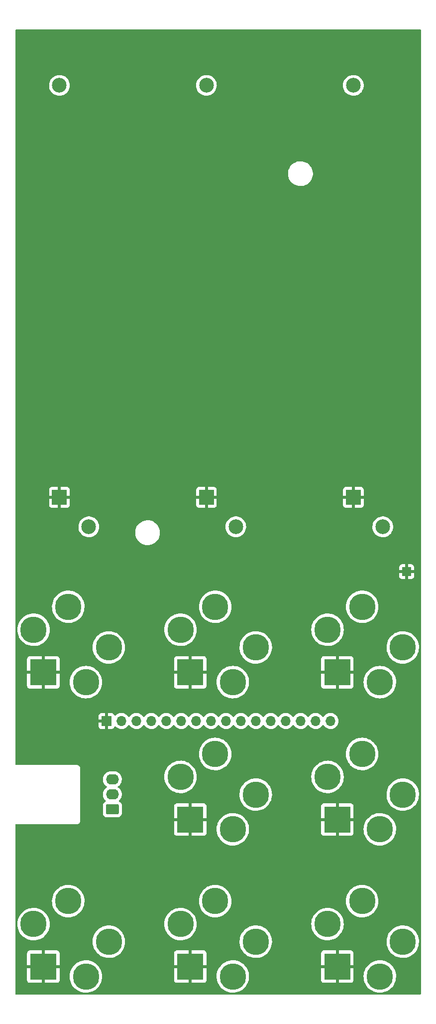
<source format=gbl>
G04 #@! TF.GenerationSoftware,KiCad,Pcbnew,6.0.2-378541a8eb~116~ubuntu20.04.1*
G04 #@! TF.CreationDate,2022-03-12T17:00:33-05:00*
G04 #@! TF.ProjectId,attenuverters_b2,61747465-6e75-4766-9572-746572735f62,rev?*
G04 #@! TF.SameCoordinates,Original*
G04 #@! TF.FileFunction,Copper,L2,Bot*
G04 #@! TF.FilePolarity,Positive*
%FSLAX46Y46*%
G04 Gerber Fmt 4.6, Leading zero omitted, Abs format (unit mm)*
G04 Created by KiCad (PCBNEW 6.0.2-378541a8eb~116~ubuntu20.04.1) date 2022-03-12 17:00:33*
%MOMM*%
%LPD*%
G01*
G04 APERTURE LIST*
G04 Aperture macros list*
%AMRoundRect*
0 Rectangle with rounded corners*
0 $1 Rounding radius*
0 $2 $3 $4 $5 $6 $7 $8 $9 X,Y pos of 4 corners*
0 Add a 4 corners polygon primitive as box body*
4,1,4,$2,$3,$4,$5,$6,$7,$8,$9,$2,$3,0*
0 Add four circle primitives for the rounded corners*
1,1,$1+$1,$2,$3*
1,1,$1+$1,$4,$5*
1,1,$1+$1,$6,$7*
1,1,$1+$1,$8,$9*
0 Add four rect primitives between the rounded corners*
20,1,$1+$1,$2,$3,$4,$5,0*
20,1,$1+$1,$4,$5,$6,$7,0*
20,1,$1+$1,$6,$7,$8,$9,0*
20,1,$1+$1,$8,$9,$2,$3,0*%
G04 Aperture macros list end*
G04 #@! TA.AperFunction,ComponentPad*
%ADD10R,2.500000X2.500000*%
G04 #@! TD*
G04 #@! TA.AperFunction,ComponentPad*
%ADD11C,2.500000*%
G04 #@! TD*
G04 #@! TA.AperFunction,ComponentPad*
%ADD12C,4.500001*%
G04 #@! TD*
G04 #@! TA.AperFunction,ComponentPad*
%ADD13R,4.500001X4.500001*%
G04 #@! TD*
G04 #@! TA.AperFunction,ComponentPad*
%ADD14C,4.500000*%
G04 #@! TD*
G04 #@! TA.AperFunction,ComponentPad*
%ADD15R,1.500000X1.500000*%
G04 #@! TD*
G04 #@! TA.AperFunction,ComponentPad*
%ADD16RoundRect,0.250000X0.850000X-0.620000X0.850000X0.620000X-0.850000X0.620000X-0.850000X-0.620000X0*%
G04 #@! TD*
G04 #@! TA.AperFunction,ComponentPad*
%ADD17O,2.200000X1.740000*%
G04 #@! TD*
G04 #@! TA.AperFunction,ComponentPad*
%ADD18R,1.700000X1.700000*%
G04 #@! TD*
G04 #@! TA.AperFunction,ComponentPad*
%ADD19O,1.700000X1.700000*%
G04 #@! TD*
G04 APERTURE END LIST*
D10*
G04 #@! TO.P,RV2,1,1*
G04 #@! TO.N,Board_0-GND1*
X147999999Y-97499997D03*
D11*
G04 #@! TO.P,RV2,2,2*
G04 #@! TO.N,Board_0-NONINV2_P*
X152999999Y-102499997D03*
G04 #@! TO.P,RV2,3,3*
G04 #@! TO.N,Board_0-INV2_P*
X147999999Y-27499997D03*
G04 #@! TD*
D10*
G04 #@! TO.P,RV1,1,1*
G04 #@! TO.N,Board_0-GND1*
X122999999Y-97499997D03*
D11*
G04 #@! TO.P,RV1,2,2*
G04 #@! TO.N,Board_0-NONINV1_P*
X127999999Y-102499997D03*
G04 #@! TO.P,RV1,3,3*
G04 #@! TO.N,Board_0-INV1_P*
X122999999Y-27499997D03*
G04 #@! TD*
D12*
G04 #@! TO.P,J13,R*
G04 #@! TO.N,N/C*
X181399999Y-147999997D03*
G04 #@! TO.P,J13,RN*
X177499999Y-153899997D03*
D13*
G04 #@! TO.P,J13,S*
G04 #@! TO.N,Board_0-GND1*
X170259999Y-152239997D03*
D14*
G04 #@! TO.P,J13,T*
G04 #@! TO.N,Board_0-OUT~{SUM}_P*
X174499999Y-141099997D03*
G04 #@! TO.P,J13,TN*
G04 #@! TO.N,N/C*
X168599999Y-144999997D03*
G04 #@! TD*
D12*
G04 #@! TO.P,J12,R*
G04 #@! TO.N,N/C*
X156399999Y-147999997D03*
G04 #@! TO.P,J12,RN*
X152499999Y-153899997D03*
D13*
G04 #@! TO.P,J12,S*
G04 #@! TO.N,Board_0-GND1*
X145259999Y-152239997D03*
D14*
G04 #@! TO.P,J12,T*
G04 #@! TO.N,Board_0-OUTSUM_P*
X149499999Y-141099997D03*
G04 #@! TO.P,J12,TN*
G04 #@! TO.N,N/C*
X143599999Y-144999997D03*
G04 #@! TD*
D15*
G04 #@! TO.P,TP4,1,1*
G04 #@! TO.N,Board_0-GND1*
X182079999Y-110129997D03*
G04 #@! TD*
D12*
G04 #@! TO.P,J3,R*
G04 #@! TO.N,N/C*
X131399999Y-122999997D03*
G04 #@! TO.P,J3,RN*
X127499999Y-128899997D03*
D13*
G04 #@! TO.P,J3,S*
G04 #@! TO.N,Board_0-GND1*
X120259999Y-127239997D03*
D14*
G04 #@! TO.P,J3,T*
G04 #@! TO.N,Board_0-Net-(J3-PadT)*
X124499999Y-116099997D03*
G04 #@! TO.P,J3,TN*
G04 #@! TO.N,N/C*
X118599999Y-119999997D03*
G04 #@! TD*
D12*
G04 #@! TO.P,J9,R*
G04 #@! TO.N,N/C*
X131399999Y-172999997D03*
G04 #@! TO.P,J9,RN*
X127499999Y-178899997D03*
D13*
G04 #@! TO.P,J9,S*
G04 #@! TO.N,Board_0-GND1*
X120259999Y-177239997D03*
D14*
G04 #@! TO.P,J9,T*
G04 #@! TO.N,Board_0-OUT1_P*
X124499999Y-166099997D03*
G04 #@! TO.P,J9,TN*
G04 #@! TO.N,Board_0-SUM1_P*
X118599999Y-169999997D03*
G04 #@! TD*
D10*
G04 #@! TO.P,RV3,1,1*
G04 #@! TO.N,Board_0-GND1*
X172999999Y-97499997D03*
D11*
G04 #@! TO.P,RV3,2,2*
G04 #@! TO.N,Board_0-NONINV3_P*
X177999999Y-102499997D03*
G04 #@! TO.P,RV3,3,3*
G04 #@! TO.N,Board_0-INV3_P*
X172999999Y-27499997D03*
G04 #@! TD*
D12*
G04 #@! TO.P,J4,R*
G04 #@! TO.N,N/C*
X156399999Y-122999997D03*
G04 #@! TO.P,J4,RN*
X152499999Y-128899997D03*
D13*
G04 #@! TO.P,J4,S*
G04 #@! TO.N,Board_0-GND1*
X145259999Y-127239997D03*
D14*
G04 #@! TO.P,J4,T*
G04 #@! TO.N,Board_0-INV2_P*
X149499999Y-116099997D03*
G04 #@! TO.P,J4,TN*
G04 #@! TO.N,N/C*
X143599999Y-119999997D03*
G04 #@! TD*
D12*
G04 #@! TO.P,J10,R*
G04 #@! TO.N,N/C*
X156399999Y-172999997D03*
G04 #@! TO.P,J10,RN*
X152499999Y-178899997D03*
D13*
G04 #@! TO.P,J10,S*
G04 #@! TO.N,Board_0-GND1*
X145259999Y-177239997D03*
D14*
G04 #@! TO.P,J10,T*
G04 #@! TO.N,Board_0-OUT2_P*
X149499999Y-166099997D03*
G04 #@! TO.P,J10,TN*
G04 #@! TO.N,Board_0-SUM2_P*
X143599999Y-169999997D03*
G04 #@! TD*
D12*
G04 #@! TO.P,J5,R*
G04 #@! TO.N,N/C*
X181399999Y-122999997D03*
G04 #@! TO.P,J5,RN*
X177499999Y-128899997D03*
D13*
G04 #@! TO.P,J5,S*
G04 #@! TO.N,Board_0-GND1*
X170259999Y-127239997D03*
D14*
G04 #@! TO.P,J5,T*
G04 #@! TO.N,Board_0-INV3_P*
X174499999Y-116099997D03*
G04 #@! TO.P,J5,TN*
G04 #@! TO.N,N/C*
X168599999Y-119999997D03*
G04 #@! TD*
D12*
G04 #@! TO.P,J11,R*
G04 #@! TO.N,N/C*
X181399999Y-172999997D03*
G04 #@! TO.P,J11,RN*
X177499999Y-178899997D03*
D13*
G04 #@! TO.P,J11,S*
G04 #@! TO.N,Board_0-GND1*
X170259999Y-177239997D03*
D14*
G04 #@! TO.P,J11,T*
G04 #@! TO.N,Board_0-OUT3_P*
X174499999Y-166099997D03*
G04 #@! TO.P,J11,TN*
G04 #@! TO.N,Board_0-SUM3_P*
X168599999Y-169999997D03*
G04 #@! TD*
D16*
G04 #@! TO.P,J6,1,Pin_1*
G04 #@! TO.N,Board_0-Net-(J3-PadT)*
X131999999Y-150499997D03*
D17*
G04 #@! TO.P,J6,2,Pin_2*
G04 #@! TO.N,Board_0-INV1_P*
X131999999Y-147959997D03*
G04 #@! TO.P,J6,3,Pin_3*
G04 #@! TO.N,Board_0-10V_REF_P*
X131999999Y-145419997D03*
G04 #@! TD*
D18*
G04 #@! TO.P,J2,1,Pin_1*
G04 #@! TO.N,Board_0-GND1*
X130999999Y-135499997D03*
D19*
G04 #@! TO.P,J2,2,Pin_2*
G04 #@! TO.N,Board_0-10V_REF_P*
X133539999Y-135499997D03*
G04 #@! TO.P,J2,3,Pin_3*
G04 #@! TO.N,Board_0-NONINV1_P*
X136079999Y-135499997D03*
G04 #@! TO.P,J2,4,Pin_4*
G04 #@! TO.N,Board_0-INV1_P*
X138619999Y-135499997D03*
G04 #@! TO.P,J2,5,Pin_5*
G04 #@! TO.N,Board_0-SUM1_P*
X141159999Y-135499997D03*
G04 #@! TO.P,J2,6,Pin_6*
G04 #@! TO.N,Board_0-OUT1_P*
X143699999Y-135499997D03*
G04 #@! TO.P,J2,7,Pin_7*
G04 #@! TO.N,Board_0-NONINV2_P*
X146239999Y-135499997D03*
G04 #@! TO.P,J2,8,Pin_8*
G04 #@! TO.N,Board_0-INV2_P*
X148779999Y-135499997D03*
G04 #@! TO.P,J2,9,Pin_9*
G04 #@! TO.N,Board_0-OUTSUM_P*
X151319999Y-135499997D03*
G04 #@! TO.P,J2,10,Pin_10*
G04 #@! TO.N,Board_0-SUM2_P*
X153859999Y-135499997D03*
G04 #@! TO.P,J2,11,Pin_11*
G04 #@! TO.N,Board_0-OUT2_P*
X156399999Y-135499997D03*
G04 #@! TO.P,J2,12,Pin_12*
G04 #@! TO.N,Board_0-SUM3_P*
X158939999Y-135499997D03*
G04 #@! TO.P,J2,13,Pin_13*
G04 #@! TO.N,Board_0-OUT3_P*
X161479999Y-135499997D03*
G04 #@! TO.P,J2,14,Pin_14*
G04 #@! TO.N,Board_0-OUT~{SUM}_P*
X164019999Y-135499997D03*
G04 #@! TO.P,J2,15,Pin_15*
G04 #@! TO.N,Board_0-NONINV3_P*
X166559999Y-135499997D03*
G04 #@! TO.P,J2,16,Pin_16*
G04 #@! TO.N,Board_0-INV3_P*
X169099999Y-135499997D03*
G04 #@! TD*
G04 #@! TA.AperFunction,Conductor*
G04 #@! TO.N,Board_0-GND1*
G36*
X184434120Y-18027999D02*
G01*
X184480613Y-18081655D01*
X184491999Y-18133997D01*
X184491999Y-181865997D01*
X184471997Y-181934118D01*
X184418341Y-181980611D01*
X184365999Y-181991997D01*
X115633999Y-181991997D01*
X115565878Y-181971995D01*
X115519385Y-181918339D01*
X115507999Y-181865997D01*
X115507999Y-179534666D01*
X117502000Y-179534666D01*
X117502370Y-179541487D01*
X117507894Y-179592349D01*
X117511520Y-179607601D01*
X117556675Y-179728051D01*
X117565213Y-179743646D01*
X117641714Y-179845721D01*
X117654275Y-179858282D01*
X117756350Y-179934783D01*
X117771945Y-179943321D01*
X117892393Y-179988475D01*
X117907648Y-179992102D01*
X117958513Y-179997628D01*
X117965327Y-179997997D01*
X119987884Y-179997997D01*
X120003123Y-179993522D01*
X120004328Y-179992132D01*
X120005999Y-179984449D01*
X120005999Y-179979881D01*
X120513999Y-179979881D01*
X120518474Y-179995120D01*
X120519864Y-179996325D01*
X120527547Y-179997996D01*
X122554668Y-179997996D01*
X122561489Y-179997626D01*
X122612351Y-179992102D01*
X122627603Y-179988476D01*
X122748053Y-179943321D01*
X122763648Y-179934783D01*
X122865723Y-179858282D01*
X122878284Y-179845721D01*
X122954785Y-179743646D01*
X122963323Y-179728051D01*
X123008477Y-179607603D01*
X123012104Y-179592348D01*
X123017630Y-179541483D01*
X123017999Y-179534669D01*
X123017999Y-178871058D01*
X124736609Y-178871058D01*
X124753146Y-179203252D01*
X124753787Y-179206983D01*
X124753788Y-179206991D01*
X124768585Y-179293100D01*
X124809473Y-179531054D01*
X124810561Y-179534693D01*
X124810562Y-179534696D01*
X124903579Y-179845721D01*
X124904773Y-179849715D01*
X124906286Y-179853186D01*
X124906288Y-179853192D01*
X124997457Y-180062367D01*
X125037665Y-180154619D01*
X125206225Y-180441349D01*
X125208526Y-180444364D01*
X125405711Y-180702739D01*
X125405716Y-180702745D01*
X125408011Y-180705752D01*
X125640101Y-180943999D01*
X125899131Y-181152637D01*
X126181351Y-181328645D01*
X126482671Y-181469473D01*
X126798728Y-181573082D01*
X127124943Y-181637970D01*
X127128715Y-181638257D01*
X127128723Y-181638258D01*
X127452814Y-181662911D01*
X127452819Y-181662911D01*
X127456591Y-181663198D01*
X127788868Y-181648400D01*
X127793400Y-181647646D01*
X128113219Y-181594414D01*
X128113224Y-181594413D01*
X128116960Y-181593791D01*
X128436115Y-181500161D01*
X128439582Y-181498671D01*
X128439586Y-181498670D01*
X128738227Y-181370363D01*
X128738229Y-181370362D01*
X128741711Y-181368866D01*
X129029320Y-181201810D01*
X129032342Y-181199529D01*
X129032346Y-181199526D01*
X129291752Y-181003694D01*
X129291753Y-181003693D01*
X129294776Y-181001411D01*
X129534234Y-180770572D01*
X129744226Y-180512638D01*
X129921709Y-180231344D01*
X130064113Y-179930764D01*
X130169376Y-179615254D01*
X130185845Y-179534666D01*
X142502000Y-179534666D01*
X142502370Y-179541487D01*
X142507894Y-179592349D01*
X142511520Y-179607601D01*
X142556675Y-179728051D01*
X142565213Y-179743646D01*
X142641714Y-179845721D01*
X142654275Y-179858282D01*
X142756350Y-179934783D01*
X142771945Y-179943321D01*
X142892393Y-179988475D01*
X142907648Y-179992102D01*
X142958513Y-179997628D01*
X142965327Y-179997997D01*
X144987884Y-179997997D01*
X145003123Y-179993522D01*
X145004328Y-179992132D01*
X145005999Y-179984449D01*
X145005999Y-179979881D01*
X145513999Y-179979881D01*
X145518474Y-179995120D01*
X145519864Y-179996325D01*
X145527547Y-179997996D01*
X147554668Y-179997996D01*
X147561489Y-179997626D01*
X147612351Y-179992102D01*
X147627603Y-179988476D01*
X147748053Y-179943321D01*
X147763648Y-179934783D01*
X147865723Y-179858282D01*
X147878284Y-179845721D01*
X147954785Y-179743646D01*
X147963323Y-179728051D01*
X148008477Y-179607603D01*
X148012104Y-179592348D01*
X148017630Y-179541483D01*
X148017999Y-179534669D01*
X148017999Y-178871058D01*
X149736609Y-178871058D01*
X149753146Y-179203252D01*
X149753787Y-179206983D01*
X149753788Y-179206991D01*
X149768585Y-179293100D01*
X149809473Y-179531054D01*
X149810561Y-179534693D01*
X149810562Y-179534696D01*
X149903579Y-179845721D01*
X149904773Y-179849715D01*
X149906286Y-179853186D01*
X149906288Y-179853192D01*
X149997457Y-180062367D01*
X150037665Y-180154619D01*
X150206225Y-180441349D01*
X150208526Y-180444364D01*
X150405711Y-180702739D01*
X150405716Y-180702745D01*
X150408011Y-180705752D01*
X150640101Y-180943999D01*
X150899131Y-181152637D01*
X151181351Y-181328645D01*
X151482671Y-181469473D01*
X151798728Y-181573082D01*
X152124943Y-181637970D01*
X152128715Y-181638257D01*
X152128723Y-181638258D01*
X152452814Y-181662911D01*
X152452819Y-181662911D01*
X152456591Y-181663198D01*
X152788868Y-181648400D01*
X152793400Y-181647646D01*
X153113219Y-181594414D01*
X153113224Y-181594413D01*
X153116960Y-181593791D01*
X153436115Y-181500161D01*
X153439582Y-181498671D01*
X153439586Y-181498670D01*
X153738227Y-181370363D01*
X153738229Y-181370362D01*
X153741711Y-181368866D01*
X154029320Y-181201810D01*
X154032342Y-181199529D01*
X154032346Y-181199526D01*
X154291752Y-181003694D01*
X154291753Y-181003693D01*
X154294776Y-181001411D01*
X154534234Y-180770572D01*
X154744226Y-180512638D01*
X154921709Y-180231344D01*
X155064113Y-179930764D01*
X155169376Y-179615254D01*
X155185845Y-179534666D01*
X167502000Y-179534666D01*
X167502370Y-179541487D01*
X167507894Y-179592349D01*
X167511520Y-179607601D01*
X167556675Y-179728051D01*
X167565213Y-179743646D01*
X167641714Y-179845721D01*
X167654275Y-179858282D01*
X167756350Y-179934783D01*
X167771945Y-179943321D01*
X167892393Y-179988475D01*
X167907648Y-179992102D01*
X167958513Y-179997628D01*
X167965327Y-179997997D01*
X169987884Y-179997997D01*
X170003123Y-179993522D01*
X170004328Y-179992132D01*
X170005999Y-179984449D01*
X170005999Y-179979881D01*
X170513999Y-179979881D01*
X170518474Y-179995120D01*
X170519864Y-179996325D01*
X170527547Y-179997996D01*
X172554668Y-179997996D01*
X172561489Y-179997626D01*
X172612351Y-179992102D01*
X172627603Y-179988476D01*
X172748053Y-179943321D01*
X172763648Y-179934783D01*
X172865723Y-179858282D01*
X172878284Y-179845721D01*
X172954785Y-179743646D01*
X172963323Y-179728051D01*
X173008477Y-179607603D01*
X173012104Y-179592348D01*
X173017630Y-179541483D01*
X173017999Y-179534669D01*
X173017999Y-178871058D01*
X174736609Y-178871058D01*
X174753146Y-179203252D01*
X174753787Y-179206983D01*
X174753788Y-179206991D01*
X174768585Y-179293100D01*
X174809473Y-179531054D01*
X174810561Y-179534693D01*
X174810562Y-179534696D01*
X174903579Y-179845721D01*
X174904773Y-179849715D01*
X174906286Y-179853186D01*
X174906288Y-179853192D01*
X174997457Y-180062367D01*
X175037665Y-180154619D01*
X175206225Y-180441349D01*
X175208526Y-180444364D01*
X175405711Y-180702739D01*
X175405716Y-180702745D01*
X175408011Y-180705752D01*
X175640101Y-180943999D01*
X175899131Y-181152637D01*
X176181351Y-181328645D01*
X176482671Y-181469473D01*
X176798728Y-181573082D01*
X177124943Y-181637970D01*
X177128715Y-181638257D01*
X177128723Y-181638258D01*
X177452814Y-181662911D01*
X177452819Y-181662911D01*
X177456591Y-181663198D01*
X177788868Y-181648400D01*
X177793400Y-181647646D01*
X178113219Y-181594414D01*
X178113224Y-181594413D01*
X178116960Y-181593791D01*
X178436115Y-181500161D01*
X178439582Y-181498671D01*
X178439586Y-181498670D01*
X178738227Y-181370363D01*
X178738229Y-181370362D01*
X178741711Y-181368866D01*
X179029320Y-181201810D01*
X179032342Y-181199529D01*
X179032346Y-181199526D01*
X179291752Y-181003694D01*
X179291753Y-181003693D01*
X179294776Y-181001411D01*
X179534234Y-180770572D01*
X179744226Y-180512638D01*
X179921709Y-180231344D01*
X180064113Y-179930764D01*
X180169376Y-179615254D01*
X180235971Y-179289383D01*
X180262935Y-178957872D01*
X180263541Y-178899997D01*
X180262025Y-178874850D01*
X180243754Y-178571769D01*
X180243753Y-178571762D01*
X180243526Y-178567994D01*
X180183769Y-178240800D01*
X180085138Y-177923154D01*
X179949060Y-177619659D01*
X179864107Y-177478552D01*
X179779465Y-177337963D01*
X179779461Y-177337957D01*
X179777506Y-177334710D01*
X179775179Y-177331726D01*
X179775174Y-177331719D01*
X179575293Y-177075422D01*
X179575287Y-177075415D01*
X179572962Y-177072434D01*
X179338391Y-176836631D01*
X179077190Y-176630717D01*
X178793143Y-176457674D01*
X178672045Y-176402614D01*
X178493816Y-176321577D01*
X178493808Y-176321574D01*
X178490364Y-176320008D01*
X178173239Y-176219715D01*
X177950895Y-176177903D01*
X177850086Y-176158946D01*
X177850084Y-176158946D01*
X177846363Y-176158246D01*
X177514469Y-176136493D01*
X177510689Y-176136701D01*
X177510688Y-176136701D01*
X177412917Y-176142082D01*
X177182365Y-176154770D01*
X177178638Y-176155431D01*
X177178634Y-176155431D01*
X176919509Y-176201355D01*
X176854863Y-176212812D01*
X176851238Y-176213917D01*
X176851233Y-176213918D01*
X176643682Y-176277175D01*
X176536706Y-176309779D01*
X176533242Y-176311310D01*
X176533235Y-176311313D01*
X176346050Y-176394067D01*
X176232502Y-176444266D01*
X176229248Y-176446202D01*
X176229242Y-176446205D01*
X175949917Y-176612386D01*
X175946658Y-176614325D01*
X175683315Y-176817493D01*
X175446287Y-177050826D01*
X175239008Y-177310946D01*
X175064480Y-177594083D01*
X174925231Y-177896137D01*
X174924072Y-177899737D01*
X174924069Y-177899744D01*
X174915367Y-177926768D01*
X174823279Y-178212732D01*
X174760099Y-178539282D01*
X174759832Y-178543058D01*
X174759831Y-178543063D01*
X174758066Y-178567994D01*
X174736609Y-178871058D01*
X173017999Y-178871058D01*
X173017999Y-177512112D01*
X173013524Y-177496873D01*
X173012134Y-177495668D01*
X173004451Y-177493997D01*
X170532114Y-177493997D01*
X170516875Y-177498472D01*
X170515670Y-177499862D01*
X170513999Y-177507545D01*
X170513999Y-179979881D01*
X170005999Y-179979881D01*
X170005999Y-177512112D01*
X170001524Y-177496873D01*
X170000134Y-177495668D01*
X169992451Y-177493997D01*
X167520115Y-177493997D01*
X167504876Y-177498472D01*
X167503671Y-177499862D01*
X167502000Y-177507545D01*
X167502000Y-179534666D01*
X155185845Y-179534666D01*
X155235971Y-179289383D01*
X155262935Y-178957872D01*
X155263541Y-178899997D01*
X155262025Y-178874850D01*
X155243754Y-178571769D01*
X155243753Y-178571762D01*
X155243526Y-178567994D01*
X155183769Y-178240800D01*
X155085138Y-177923154D01*
X154949060Y-177619659D01*
X154864107Y-177478552D01*
X154779465Y-177337963D01*
X154779461Y-177337957D01*
X154777506Y-177334710D01*
X154775179Y-177331726D01*
X154775174Y-177331719D01*
X154575293Y-177075422D01*
X154575287Y-177075415D01*
X154572962Y-177072434D01*
X154468956Y-176967882D01*
X167501999Y-176967882D01*
X167506474Y-176983121D01*
X167507864Y-176984326D01*
X167515547Y-176985997D01*
X169987884Y-176985997D01*
X170003123Y-176981522D01*
X170004328Y-176980132D01*
X170005999Y-176972449D01*
X170005999Y-176967882D01*
X170513999Y-176967882D01*
X170518474Y-176983121D01*
X170519864Y-176984326D01*
X170527547Y-176985997D01*
X172999883Y-176985997D01*
X173015122Y-176981522D01*
X173016327Y-176980132D01*
X173017998Y-176972449D01*
X173017998Y-174945328D01*
X173017628Y-174938507D01*
X173012104Y-174887645D01*
X173008478Y-174872393D01*
X172963323Y-174751943D01*
X172954785Y-174736348D01*
X172878284Y-174634273D01*
X172865723Y-174621712D01*
X172763648Y-174545211D01*
X172748053Y-174536673D01*
X172627605Y-174491519D01*
X172612350Y-174487892D01*
X172561485Y-174482366D01*
X172554671Y-174481997D01*
X170532114Y-174481997D01*
X170516875Y-174486472D01*
X170515670Y-174487862D01*
X170513999Y-174495545D01*
X170513999Y-176967882D01*
X170005999Y-176967882D01*
X170005999Y-174500113D01*
X170001524Y-174484874D01*
X170000134Y-174483669D01*
X169992451Y-174481998D01*
X167965330Y-174481998D01*
X167958509Y-174482368D01*
X167907647Y-174487892D01*
X167892395Y-174491518D01*
X167771945Y-174536673D01*
X167756350Y-174545211D01*
X167654275Y-174621712D01*
X167641714Y-174634273D01*
X167565213Y-174736348D01*
X167556675Y-174751943D01*
X167511521Y-174872391D01*
X167507894Y-174887646D01*
X167502368Y-174938511D01*
X167501999Y-174945325D01*
X167501999Y-176967882D01*
X154468956Y-176967882D01*
X154338391Y-176836631D01*
X154077190Y-176630717D01*
X153793143Y-176457674D01*
X153672045Y-176402614D01*
X153493816Y-176321577D01*
X153493808Y-176321574D01*
X153490364Y-176320008D01*
X153173239Y-176219715D01*
X152950895Y-176177903D01*
X152850086Y-176158946D01*
X152850084Y-176158946D01*
X152846363Y-176158246D01*
X152514469Y-176136493D01*
X152510689Y-176136701D01*
X152510688Y-176136701D01*
X152412917Y-176142082D01*
X152182365Y-176154770D01*
X152178638Y-176155431D01*
X152178634Y-176155431D01*
X151919509Y-176201355D01*
X151854863Y-176212812D01*
X151851238Y-176213917D01*
X151851233Y-176213918D01*
X151643682Y-176277175D01*
X151536706Y-176309779D01*
X151533242Y-176311310D01*
X151533235Y-176311313D01*
X151346050Y-176394067D01*
X151232502Y-176444266D01*
X151229248Y-176446202D01*
X151229242Y-176446205D01*
X150949917Y-176612386D01*
X150946658Y-176614325D01*
X150683315Y-176817493D01*
X150446287Y-177050826D01*
X150239008Y-177310946D01*
X150064480Y-177594083D01*
X149925231Y-177896137D01*
X149924072Y-177899737D01*
X149924069Y-177899744D01*
X149915367Y-177926768D01*
X149823279Y-178212732D01*
X149760099Y-178539282D01*
X149759832Y-178543058D01*
X149759831Y-178543063D01*
X149758066Y-178567994D01*
X149736609Y-178871058D01*
X148017999Y-178871058D01*
X148017999Y-177512112D01*
X148013524Y-177496873D01*
X148012134Y-177495668D01*
X148004451Y-177493997D01*
X145532114Y-177493997D01*
X145516875Y-177498472D01*
X145515670Y-177499862D01*
X145513999Y-177507545D01*
X145513999Y-179979881D01*
X145005999Y-179979881D01*
X145005999Y-177512112D01*
X145001524Y-177496873D01*
X145000134Y-177495668D01*
X144992451Y-177493997D01*
X142520115Y-177493997D01*
X142504876Y-177498472D01*
X142503671Y-177499862D01*
X142502000Y-177507545D01*
X142502000Y-179534666D01*
X130185845Y-179534666D01*
X130235971Y-179289383D01*
X130262935Y-178957872D01*
X130263541Y-178899997D01*
X130262025Y-178874850D01*
X130243754Y-178571769D01*
X130243753Y-178571762D01*
X130243526Y-178567994D01*
X130183769Y-178240800D01*
X130085138Y-177923154D01*
X129949060Y-177619659D01*
X129864107Y-177478552D01*
X129779465Y-177337963D01*
X129779461Y-177337957D01*
X129777506Y-177334710D01*
X129775179Y-177331726D01*
X129775174Y-177331719D01*
X129575293Y-177075422D01*
X129575287Y-177075415D01*
X129572962Y-177072434D01*
X129468956Y-176967882D01*
X142501999Y-176967882D01*
X142506474Y-176983121D01*
X142507864Y-176984326D01*
X142515547Y-176985997D01*
X144987884Y-176985997D01*
X145003123Y-176981522D01*
X145004328Y-176980132D01*
X145005999Y-176972449D01*
X145005999Y-176967882D01*
X145513999Y-176967882D01*
X145518474Y-176983121D01*
X145519864Y-176984326D01*
X145527547Y-176985997D01*
X147999883Y-176985997D01*
X148015122Y-176981522D01*
X148016327Y-176980132D01*
X148017998Y-176972449D01*
X148017998Y-174945328D01*
X148017628Y-174938507D01*
X148012104Y-174887645D01*
X148008478Y-174872393D01*
X147963323Y-174751943D01*
X147954785Y-174736348D01*
X147878284Y-174634273D01*
X147865723Y-174621712D01*
X147763648Y-174545211D01*
X147748053Y-174536673D01*
X147627605Y-174491519D01*
X147612350Y-174487892D01*
X147561485Y-174482366D01*
X147554671Y-174481997D01*
X145532114Y-174481997D01*
X145516875Y-174486472D01*
X145515670Y-174487862D01*
X145513999Y-174495545D01*
X145513999Y-176967882D01*
X145005999Y-176967882D01*
X145005999Y-174500113D01*
X145001524Y-174484874D01*
X145000134Y-174483669D01*
X144992451Y-174481998D01*
X142965330Y-174481998D01*
X142958509Y-174482368D01*
X142907647Y-174487892D01*
X142892395Y-174491518D01*
X142771945Y-174536673D01*
X142756350Y-174545211D01*
X142654275Y-174621712D01*
X142641714Y-174634273D01*
X142565213Y-174736348D01*
X142556675Y-174751943D01*
X142511521Y-174872391D01*
X142507894Y-174887646D01*
X142502368Y-174938511D01*
X142501999Y-174945325D01*
X142501999Y-176967882D01*
X129468956Y-176967882D01*
X129338391Y-176836631D01*
X129077190Y-176630717D01*
X128793143Y-176457674D01*
X128672045Y-176402614D01*
X128493816Y-176321577D01*
X128493808Y-176321574D01*
X128490364Y-176320008D01*
X128173239Y-176219715D01*
X127950895Y-176177903D01*
X127850086Y-176158946D01*
X127850084Y-176158946D01*
X127846363Y-176158246D01*
X127514469Y-176136493D01*
X127510689Y-176136701D01*
X127510688Y-176136701D01*
X127412917Y-176142082D01*
X127182365Y-176154770D01*
X127178638Y-176155431D01*
X127178634Y-176155431D01*
X126919509Y-176201355D01*
X126854863Y-176212812D01*
X126851238Y-176213917D01*
X126851233Y-176213918D01*
X126643682Y-176277175D01*
X126536706Y-176309779D01*
X126533242Y-176311310D01*
X126533235Y-176311313D01*
X126346050Y-176394067D01*
X126232502Y-176444266D01*
X126229248Y-176446202D01*
X126229242Y-176446205D01*
X125949917Y-176612386D01*
X125946658Y-176614325D01*
X125683315Y-176817493D01*
X125446287Y-177050826D01*
X125239008Y-177310946D01*
X125064480Y-177594083D01*
X124925231Y-177896137D01*
X124924072Y-177899737D01*
X124924069Y-177899744D01*
X124915367Y-177926768D01*
X124823279Y-178212732D01*
X124760099Y-178539282D01*
X124759832Y-178543058D01*
X124759831Y-178543063D01*
X124758066Y-178567994D01*
X124736609Y-178871058D01*
X123017999Y-178871058D01*
X123017999Y-177512112D01*
X123013524Y-177496873D01*
X123012134Y-177495668D01*
X123004451Y-177493997D01*
X120532114Y-177493997D01*
X120516875Y-177498472D01*
X120515670Y-177499862D01*
X120513999Y-177507545D01*
X120513999Y-179979881D01*
X120005999Y-179979881D01*
X120005999Y-177512112D01*
X120001524Y-177496873D01*
X120000134Y-177495668D01*
X119992451Y-177493997D01*
X117520115Y-177493997D01*
X117504876Y-177498472D01*
X117503671Y-177499862D01*
X117502000Y-177507545D01*
X117502000Y-179534666D01*
X115507999Y-179534666D01*
X115507999Y-176967882D01*
X117501999Y-176967882D01*
X117506474Y-176983121D01*
X117507864Y-176984326D01*
X117515547Y-176985997D01*
X119987884Y-176985997D01*
X120003123Y-176981522D01*
X120004328Y-176980132D01*
X120005999Y-176972449D01*
X120005999Y-176967882D01*
X120513999Y-176967882D01*
X120518474Y-176983121D01*
X120519864Y-176984326D01*
X120527547Y-176985997D01*
X122999883Y-176985997D01*
X123015122Y-176981522D01*
X123016327Y-176980132D01*
X123017998Y-176972449D01*
X123017998Y-174945328D01*
X123017628Y-174938507D01*
X123012104Y-174887645D01*
X123008478Y-174872393D01*
X122963323Y-174751943D01*
X122954785Y-174736348D01*
X122878284Y-174634273D01*
X122865723Y-174621712D01*
X122763648Y-174545211D01*
X122748053Y-174536673D01*
X122627605Y-174491519D01*
X122612350Y-174487892D01*
X122561485Y-174482366D01*
X122554671Y-174481997D01*
X120532114Y-174481997D01*
X120516875Y-174486472D01*
X120515670Y-174487862D01*
X120513999Y-174495545D01*
X120513999Y-176967882D01*
X120005999Y-176967882D01*
X120005999Y-174500113D01*
X120001524Y-174484874D01*
X120000134Y-174483669D01*
X119992451Y-174481998D01*
X117965330Y-174481998D01*
X117958509Y-174482368D01*
X117907647Y-174487892D01*
X117892395Y-174491518D01*
X117771945Y-174536673D01*
X117756350Y-174545211D01*
X117654275Y-174621712D01*
X117641714Y-174634273D01*
X117565213Y-174736348D01*
X117556675Y-174751943D01*
X117511521Y-174872391D01*
X117507894Y-174887646D01*
X117502368Y-174938511D01*
X117501999Y-174945325D01*
X117501999Y-176967882D01*
X115507999Y-176967882D01*
X115507999Y-172971058D01*
X128636609Y-172971058D01*
X128653146Y-173303252D01*
X128653787Y-173306983D01*
X128653788Y-173306991D01*
X128668585Y-173393100D01*
X128709473Y-173631054D01*
X128804773Y-173949715D01*
X128806286Y-173953186D01*
X128806288Y-173953192D01*
X128897457Y-174162367D01*
X128937665Y-174254619D01*
X129106225Y-174541349D01*
X129108526Y-174544364D01*
X129305711Y-174802739D01*
X129305716Y-174802745D01*
X129308011Y-174805752D01*
X129540101Y-175043999D01*
X129799131Y-175252637D01*
X130081351Y-175428645D01*
X130382671Y-175569473D01*
X130698728Y-175673082D01*
X131024943Y-175737970D01*
X131028715Y-175738257D01*
X131028723Y-175738258D01*
X131352814Y-175762911D01*
X131352819Y-175762911D01*
X131356591Y-175763198D01*
X131688868Y-175748400D01*
X131693400Y-175747646D01*
X132013219Y-175694414D01*
X132013224Y-175694413D01*
X132016960Y-175693791D01*
X132336115Y-175600161D01*
X132339582Y-175598671D01*
X132339586Y-175598670D01*
X132638227Y-175470363D01*
X132638229Y-175470362D01*
X132641711Y-175468866D01*
X132929320Y-175301810D01*
X132932342Y-175299529D01*
X132932346Y-175299526D01*
X133191752Y-175103694D01*
X133191753Y-175103693D01*
X133194776Y-175101411D01*
X133363762Y-174938507D01*
X133431507Y-174873201D01*
X133431508Y-174873200D01*
X133434234Y-174870572D01*
X133644226Y-174612638D01*
X133821709Y-174331344D01*
X133964113Y-174030764D01*
X134069376Y-173715254D01*
X134135971Y-173389383D01*
X134162935Y-173057872D01*
X134163541Y-172999997D01*
X134162025Y-172974850D01*
X134161796Y-172971058D01*
X153636609Y-172971058D01*
X153653146Y-173303252D01*
X153653787Y-173306983D01*
X153653788Y-173306991D01*
X153668585Y-173393100D01*
X153709473Y-173631054D01*
X153804773Y-173949715D01*
X153806286Y-173953186D01*
X153806288Y-173953192D01*
X153897457Y-174162367D01*
X153937665Y-174254619D01*
X154106225Y-174541349D01*
X154108526Y-174544364D01*
X154305711Y-174802739D01*
X154305716Y-174802745D01*
X154308011Y-174805752D01*
X154540101Y-175043999D01*
X154799131Y-175252637D01*
X155081351Y-175428645D01*
X155382671Y-175569473D01*
X155698728Y-175673082D01*
X156024943Y-175737970D01*
X156028715Y-175738257D01*
X156028723Y-175738258D01*
X156352814Y-175762911D01*
X156352819Y-175762911D01*
X156356591Y-175763198D01*
X156688868Y-175748400D01*
X156693400Y-175747646D01*
X157013219Y-175694414D01*
X157013224Y-175694413D01*
X157016960Y-175693791D01*
X157336115Y-175600161D01*
X157339582Y-175598671D01*
X157339586Y-175598670D01*
X157638227Y-175470363D01*
X157638229Y-175470362D01*
X157641711Y-175468866D01*
X157929320Y-175301810D01*
X157932342Y-175299529D01*
X157932346Y-175299526D01*
X158191752Y-175103694D01*
X158191753Y-175103693D01*
X158194776Y-175101411D01*
X158363762Y-174938507D01*
X158431507Y-174873201D01*
X158431508Y-174873200D01*
X158434234Y-174870572D01*
X158644226Y-174612638D01*
X158821709Y-174331344D01*
X158964113Y-174030764D01*
X159069376Y-173715254D01*
X159135971Y-173389383D01*
X159162935Y-173057872D01*
X159163541Y-172999997D01*
X159162025Y-172974850D01*
X159161796Y-172971058D01*
X178636609Y-172971058D01*
X178653146Y-173303252D01*
X178653787Y-173306983D01*
X178653788Y-173306991D01*
X178668585Y-173393100D01*
X178709473Y-173631054D01*
X178804773Y-173949715D01*
X178806286Y-173953186D01*
X178806288Y-173953192D01*
X178897457Y-174162367D01*
X178937665Y-174254619D01*
X179106225Y-174541349D01*
X179108526Y-174544364D01*
X179305711Y-174802739D01*
X179305716Y-174802745D01*
X179308011Y-174805752D01*
X179540101Y-175043999D01*
X179799131Y-175252637D01*
X180081351Y-175428645D01*
X180382671Y-175569473D01*
X180698728Y-175673082D01*
X181024943Y-175737970D01*
X181028715Y-175738257D01*
X181028723Y-175738258D01*
X181352814Y-175762911D01*
X181352819Y-175762911D01*
X181356591Y-175763198D01*
X181688868Y-175748400D01*
X181693400Y-175747646D01*
X182013219Y-175694414D01*
X182013224Y-175694413D01*
X182016960Y-175693791D01*
X182336115Y-175600161D01*
X182339582Y-175598671D01*
X182339586Y-175598670D01*
X182638227Y-175470363D01*
X182638229Y-175470362D01*
X182641711Y-175468866D01*
X182929320Y-175301810D01*
X182932342Y-175299529D01*
X182932346Y-175299526D01*
X183191752Y-175103694D01*
X183191753Y-175103693D01*
X183194776Y-175101411D01*
X183363762Y-174938507D01*
X183431507Y-174873201D01*
X183431508Y-174873200D01*
X183434234Y-174870572D01*
X183644226Y-174612638D01*
X183821709Y-174331344D01*
X183964113Y-174030764D01*
X184069376Y-173715254D01*
X184135971Y-173389383D01*
X184162935Y-173057872D01*
X184163541Y-172999997D01*
X184162025Y-172974850D01*
X184143754Y-172671769D01*
X184143753Y-172671762D01*
X184143526Y-172667994D01*
X184106810Y-172466959D01*
X184084450Y-172344527D01*
X184084449Y-172344522D01*
X184083769Y-172340800D01*
X184072255Y-172303716D01*
X183991610Y-172043999D01*
X183985138Y-172023154D01*
X183849060Y-171719659D01*
X183741708Y-171541349D01*
X183679465Y-171437963D01*
X183679461Y-171437957D01*
X183677506Y-171434710D01*
X183675179Y-171431726D01*
X183675174Y-171431719D01*
X183475293Y-171175422D01*
X183475287Y-171175415D01*
X183472962Y-171172434D01*
X183238391Y-170936631D01*
X182977190Y-170730717D01*
X182693143Y-170557674D01*
X182572045Y-170502614D01*
X182393816Y-170421577D01*
X182393808Y-170421574D01*
X182390364Y-170420008D01*
X182073239Y-170319715D01*
X181850895Y-170277903D01*
X181750086Y-170258946D01*
X181750084Y-170258946D01*
X181746363Y-170258246D01*
X181414469Y-170236493D01*
X181410689Y-170236701D01*
X181410688Y-170236701D01*
X181312917Y-170242082D01*
X181082365Y-170254770D01*
X181078638Y-170255431D01*
X181078634Y-170255431D01*
X180830190Y-170299462D01*
X180754863Y-170312812D01*
X180751238Y-170313917D01*
X180751233Y-170313918D01*
X180543682Y-170377175D01*
X180436706Y-170409779D01*
X180433242Y-170411310D01*
X180433235Y-170411313D01*
X180246050Y-170494067D01*
X180132502Y-170544266D01*
X180129248Y-170546202D01*
X180129242Y-170546205D01*
X179851322Y-170711550D01*
X179846658Y-170714325D01*
X179583315Y-170917493D01*
X179346287Y-171150826D01*
X179139008Y-171410946D01*
X178964480Y-171694083D01*
X178825231Y-171996137D01*
X178824072Y-171999737D01*
X178824069Y-171999744D01*
X178726796Y-172301810D01*
X178723279Y-172312732D01*
X178722560Y-172316448D01*
X178722558Y-172316456D01*
X178667956Y-172598670D01*
X178660099Y-172639282D01*
X178659832Y-172643058D01*
X178659831Y-172643063D01*
X178636877Y-172967269D01*
X178636609Y-172971058D01*
X159161796Y-172971058D01*
X159143754Y-172671769D01*
X159143753Y-172671762D01*
X159143526Y-172667994D01*
X159106810Y-172466959D01*
X159084450Y-172344527D01*
X159084449Y-172344522D01*
X159083769Y-172340800D01*
X159072255Y-172303716D01*
X158991610Y-172043999D01*
X158985138Y-172023154D01*
X158849060Y-171719659D01*
X158741708Y-171541349D01*
X158679465Y-171437963D01*
X158679461Y-171437957D01*
X158677506Y-171434710D01*
X158675179Y-171431726D01*
X158675174Y-171431719D01*
X158475293Y-171175422D01*
X158475287Y-171175415D01*
X158472962Y-171172434D01*
X158238391Y-170936631D01*
X157977190Y-170730717D01*
X157693143Y-170557674D01*
X157572045Y-170502614D01*
X157393816Y-170421577D01*
X157393808Y-170421574D01*
X157390364Y-170420008D01*
X157073239Y-170319715D01*
X156850895Y-170277903D01*
X156750086Y-170258946D01*
X156750084Y-170258946D01*
X156746363Y-170258246D01*
X156414469Y-170236493D01*
X156410689Y-170236701D01*
X156410688Y-170236701D01*
X156312917Y-170242082D01*
X156082365Y-170254770D01*
X156078638Y-170255431D01*
X156078634Y-170255431D01*
X155830190Y-170299462D01*
X155754863Y-170312812D01*
X155751238Y-170313917D01*
X155751233Y-170313918D01*
X155543682Y-170377175D01*
X155436706Y-170409779D01*
X155433242Y-170411310D01*
X155433235Y-170411313D01*
X155246050Y-170494067D01*
X155132502Y-170544266D01*
X155129248Y-170546202D01*
X155129242Y-170546205D01*
X154851322Y-170711550D01*
X154846658Y-170714325D01*
X154583315Y-170917493D01*
X154346287Y-171150826D01*
X154139008Y-171410946D01*
X153964480Y-171694083D01*
X153825231Y-171996137D01*
X153824072Y-171999737D01*
X153824069Y-171999744D01*
X153726796Y-172301810D01*
X153723279Y-172312732D01*
X153722560Y-172316448D01*
X153722558Y-172316456D01*
X153667956Y-172598670D01*
X153660099Y-172639282D01*
X153659832Y-172643058D01*
X153659831Y-172643063D01*
X153636877Y-172967269D01*
X153636609Y-172971058D01*
X134161796Y-172971058D01*
X134143754Y-172671769D01*
X134143753Y-172671762D01*
X134143526Y-172667994D01*
X134106810Y-172466959D01*
X134084450Y-172344527D01*
X134084449Y-172344522D01*
X134083769Y-172340800D01*
X134072255Y-172303716D01*
X133991610Y-172043999D01*
X133985138Y-172023154D01*
X133849060Y-171719659D01*
X133741708Y-171541349D01*
X133679465Y-171437963D01*
X133679461Y-171437957D01*
X133677506Y-171434710D01*
X133675179Y-171431726D01*
X133675174Y-171431719D01*
X133475293Y-171175422D01*
X133475287Y-171175415D01*
X133472962Y-171172434D01*
X133238391Y-170936631D01*
X132977190Y-170730717D01*
X132693143Y-170557674D01*
X132572045Y-170502614D01*
X132393816Y-170421577D01*
X132393808Y-170421574D01*
X132390364Y-170420008D01*
X132073239Y-170319715D01*
X131850895Y-170277903D01*
X131750086Y-170258946D01*
X131750084Y-170258946D01*
X131746363Y-170258246D01*
X131414469Y-170236493D01*
X131410689Y-170236701D01*
X131410688Y-170236701D01*
X131312917Y-170242082D01*
X131082365Y-170254770D01*
X131078638Y-170255431D01*
X131078634Y-170255431D01*
X130830190Y-170299462D01*
X130754863Y-170312812D01*
X130751238Y-170313917D01*
X130751233Y-170313918D01*
X130543682Y-170377175D01*
X130436706Y-170409779D01*
X130433242Y-170411310D01*
X130433235Y-170411313D01*
X130246050Y-170494067D01*
X130132502Y-170544266D01*
X130129248Y-170546202D01*
X130129242Y-170546205D01*
X129851322Y-170711550D01*
X129846658Y-170714325D01*
X129583315Y-170917493D01*
X129346287Y-171150826D01*
X129139008Y-171410946D01*
X128964480Y-171694083D01*
X128825231Y-171996137D01*
X128824072Y-171999737D01*
X128824069Y-171999744D01*
X128726796Y-172301810D01*
X128723279Y-172312732D01*
X128722560Y-172316448D01*
X128722558Y-172316456D01*
X128667956Y-172598670D01*
X128660099Y-172639282D01*
X128659832Y-172643058D01*
X128659831Y-172643063D01*
X128636877Y-172967269D01*
X128636609Y-172971058D01*
X115507999Y-172971058D01*
X115507999Y-169971058D01*
X115836609Y-169971058D01*
X115836798Y-169974850D01*
X115850906Y-170258246D01*
X115853146Y-170303252D01*
X115853787Y-170306983D01*
X115853788Y-170306991D01*
X115896864Y-170557674D01*
X115909473Y-170631054D01*
X115910561Y-170634693D01*
X115910562Y-170634696D01*
X116001663Y-170939315D01*
X116004773Y-170949715D01*
X116006286Y-170953186D01*
X116006288Y-170953192D01*
X116091266Y-171148163D01*
X116137665Y-171254619D01*
X116306225Y-171541349D01*
X116308526Y-171544364D01*
X116505711Y-171802739D01*
X116505716Y-171802745D01*
X116508011Y-171805752D01*
X116510655Y-171808466D01*
X116719795Y-172023154D01*
X116740101Y-172043999D01*
X116999131Y-172252637D01*
X117281351Y-172428645D01*
X117582671Y-172569473D01*
X117586280Y-172570656D01*
X117894723Y-172671769D01*
X117898728Y-172673082D01*
X118224943Y-172737970D01*
X118228715Y-172738257D01*
X118228723Y-172738258D01*
X118552814Y-172762911D01*
X118552819Y-172762911D01*
X118556591Y-172763198D01*
X118888868Y-172748400D01*
X118893400Y-172747646D01*
X119213219Y-172694414D01*
X119213224Y-172694413D01*
X119216960Y-172693791D01*
X119536115Y-172600161D01*
X119539582Y-172598671D01*
X119539586Y-172598670D01*
X119838227Y-172470363D01*
X119838229Y-172470362D01*
X119841711Y-172468866D01*
X120129320Y-172301810D01*
X120132342Y-172299529D01*
X120132346Y-172299526D01*
X120391752Y-172103694D01*
X120391753Y-172103693D01*
X120394776Y-172101411D01*
X120634234Y-171870572D01*
X120844226Y-171612638D01*
X121021709Y-171331344D01*
X121164113Y-171030764D01*
X121195519Y-170936631D01*
X121268179Y-170718841D01*
X121269376Y-170715254D01*
X121335971Y-170389383D01*
X121362935Y-170057872D01*
X121363541Y-169999997D01*
X121362025Y-169974850D01*
X121361796Y-169971058D01*
X140836609Y-169971058D01*
X140836798Y-169974850D01*
X140850906Y-170258246D01*
X140853146Y-170303252D01*
X140853787Y-170306983D01*
X140853788Y-170306991D01*
X140896864Y-170557674D01*
X140909473Y-170631054D01*
X140910561Y-170634693D01*
X140910562Y-170634696D01*
X141001663Y-170939315D01*
X141004773Y-170949715D01*
X141006286Y-170953186D01*
X141006288Y-170953192D01*
X141091266Y-171148163D01*
X141137665Y-171254619D01*
X141306225Y-171541349D01*
X141308526Y-171544364D01*
X141505711Y-171802739D01*
X141505716Y-171802745D01*
X141508011Y-171805752D01*
X141510655Y-171808466D01*
X141719795Y-172023154D01*
X141740101Y-172043999D01*
X141999131Y-172252637D01*
X142281351Y-172428645D01*
X142582671Y-172569473D01*
X142586280Y-172570656D01*
X142894723Y-172671769D01*
X142898728Y-172673082D01*
X143224943Y-172737970D01*
X143228715Y-172738257D01*
X143228723Y-172738258D01*
X143552814Y-172762911D01*
X143552819Y-172762911D01*
X143556591Y-172763198D01*
X143888868Y-172748400D01*
X143893400Y-172747646D01*
X144213219Y-172694414D01*
X144213224Y-172694413D01*
X144216960Y-172693791D01*
X144536115Y-172600161D01*
X144539582Y-172598671D01*
X144539586Y-172598670D01*
X144838227Y-172470363D01*
X144838229Y-172470362D01*
X144841711Y-172468866D01*
X145129320Y-172301810D01*
X145132342Y-172299529D01*
X145132346Y-172299526D01*
X145391752Y-172103694D01*
X145391753Y-172103693D01*
X145394776Y-172101411D01*
X145634234Y-171870572D01*
X145844226Y-171612638D01*
X146021709Y-171331344D01*
X146164113Y-171030764D01*
X146195519Y-170936631D01*
X146268179Y-170718841D01*
X146269376Y-170715254D01*
X146335971Y-170389383D01*
X146362935Y-170057872D01*
X146363541Y-169999997D01*
X146362025Y-169974850D01*
X146361796Y-169971058D01*
X165836609Y-169971058D01*
X165836798Y-169974850D01*
X165850906Y-170258246D01*
X165853146Y-170303252D01*
X165853787Y-170306983D01*
X165853788Y-170306991D01*
X165896864Y-170557674D01*
X165909473Y-170631054D01*
X165910561Y-170634693D01*
X165910562Y-170634696D01*
X166001663Y-170939315D01*
X166004773Y-170949715D01*
X166006286Y-170953186D01*
X166006288Y-170953192D01*
X166091266Y-171148163D01*
X166137665Y-171254619D01*
X166306225Y-171541349D01*
X166308526Y-171544364D01*
X166505711Y-171802739D01*
X166505716Y-171802745D01*
X166508011Y-171805752D01*
X166510655Y-171808466D01*
X166719795Y-172023154D01*
X166740101Y-172043999D01*
X166999131Y-172252637D01*
X167281351Y-172428645D01*
X167582671Y-172569473D01*
X167586280Y-172570656D01*
X167894723Y-172671769D01*
X167898728Y-172673082D01*
X168224943Y-172737970D01*
X168228715Y-172738257D01*
X168228723Y-172738258D01*
X168552814Y-172762911D01*
X168552819Y-172762911D01*
X168556591Y-172763198D01*
X168888868Y-172748400D01*
X168893400Y-172747646D01*
X169213219Y-172694414D01*
X169213224Y-172694413D01*
X169216960Y-172693791D01*
X169536115Y-172600161D01*
X169539582Y-172598671D01*
X169539586Y-172598670D01*
X169838227Y-172470363D01*
X169838229Y-172470362D01*
X169841711Y-172468866D01*
X170129320Y-172301810D01*
X170132342Y-172299529D01*
X170132346Y-172299526D01*
X170391752Y-172103694D01*
X170391753Y-172103693D01*
X170394776Y-172101411D01*
X170634234Y-171870572D01*
X170844226Y-171612638D01*
X171021709Y-171331344D01*
X171164113Y-171030764D01*
X171195519Y-170936631D01*
X171268179Y-170718841D01*
X171269376Y-170715254D01*
X171335971Y-170389383D01*
X171362935Y-170057872D01*
X171363541Y-169999997D01*
X171362025Y-169974850D01*
X171343754Y-169671769D01*
X171343753Y-169671762D01*
X171343526Y-169667994D01*
X171283769Y-169340800D01*
X171185138Y-169023154D01*
X171049060Y-168719659D01*
X170957127Y-168566959D01*
X170879465Y-168437963D01*
X170879461Y-168437957D01*
X170877506Y-168434710D01*
X170875179Y-168431726D01*
X170875174Y-168431719D01*
X170675293Y-168175422D01*
X170675287Y-168175415D01*
X170672962Y-168172434D01*
X170438391Y-167936631D01*
X170177190Y-167730717D01*
X169893143Y-167557674D01*
X169772045Y-167502614D01*
X169593816Y-167421577D01*
X169593808Y-167421574D01*
X169590364Y-167420008D01*
X169273239Y-167319715D01*
X169050895Y-167277903D01*
X168950086Y-167258946D01*
X168950084Y-167258946D01*
X168946363Y-167258246D01*
X168614469Y-167236493D01*
X168610689Y-167236701D01*
X168610688Y-167236701D01*
X168512917Y-167242082D01*
X168282365Y-167254770D01*
X168278638Y-167255431D01*
X168278634Y-167255431D01*
X168019509Y-167301355D01*
X167954863Y-167312812D01*
X167951238Y-167313917D01*
X167951233Y-167313918D01*
X167806945Y-167357894D01*
X167636706Y-167409779D01*
X167633242Y-167411310D01*
X167633235Y-167411313D01*
X167446050Y-167494067D01*
X167332502Y-167544266D01*
X167329248Y-167546202D01*
X167329242Y-167546205D01*
X167164252Y-167644364D01*
X167046658Y-167714325D01*
X166783315Y-167917493D01*
X166546287Y-168150826D01*
X166339008Y-168410946D01*
X166164480Y-168694083D01*
X166025231Y-168996137D01*
X166024072Y-168999737D01*
X166024069Y-168999744D01*
X166015367Y-169026768D01*
X165923279Y-169312732D01*
X165860099Y-169639282D01*
X165859832Y-169643058D01*
X165859831Y-169643063D01*
X165858066Y-169667994D01*
X165836609Y-169971058D01*
X146361796Y-169971058D01*
X146343754Y-169671769D01*
X146343753Y-169671762D01*
X146343526Y-169667994D01*
X146283769Y-169340800D01*
X146185138Y-169023154D01*
X146049060Y-168719659D01*
X145957127Y-168566959D01*
X145879465Y-168437963D01*
X145879461Y-168437957D01*
X145877506Y-168434710D01*
X145875179Y-168431726D01*
X145875174Y-168431719D01*
X145675293Y-168175422D01*
X145675287Y-168175415D01*
X145672962Y-168172434D01*
X145438391Y-167936631D01*
X145177190Y-167730717D01*
X144893143Y-167557674D01*
X144772045Y-167502614D01*
X144593816Y-167421577D01*
X144593808Y-167421574D01*
X144590364Y-167420008D01*
X144273239Y-167319715D01*
X144050895Y-167277903D01*
X143950086Y-167258946D01*
X143950084Y-167258946D01*
X143946363Y-167258246D01*
X143614469Y-167236493D01*
X143610689Y-167236701D01*
X143610688Y-167236701D01*
X143512917Y-167242082D01*
X143282365Y-167254770D01*
X143278638Y-167255431D01*
X143278634Y-167255431D01*
X143019509Y-167301355D01*
X142954863Y-167312812D01*
X142951238Y-167313917D01*
X142951233Y-167313918D01*
X142806945Y-167357894D01*
X142636706Y-167409779D01*
X142633242Y-167411310D01*
X142633235Y-167411313D01*
X142446050Y-167494067D01*
X142332502Y-167544266D01*
X142329248Y-167546202D01*
X142329242Y-167546205D01*
X142164252Y-167644364D01*
X142046658Y-167714325D01*
X141783315Y-167917493D01*
X141546287Y-168150826D01*
X141339008Y-168410946D01*
X141164480Y-168694083D01*
X141025231Y-168996137D01*
X141024072Y-168999737D01*
X141024069Y-168999744D01*
X141015367Y-169026768D01*
X140923279Y-169312732D01*
X140860099Y-169639282D01*
X140859832Y-169643058D01*
X140859831Y-169643063D01*
X140858066Y-169667994D01*
X140836609Y-169971058D01*
X121361796Y-169971058D01*
X121343754Y-169671769D01*
X121343753Y-169671762D01*
X121343526Y-169667994D01*
X121283769Y-169340800D01*
X121185138Y-169023154D01*
X121049060Y-168719659D01*
X120957127Y-168566959D01*
X120879465Y-168437963D01*
X120879461Y-168437957D01*
X120877506Y-168434710D01*
X120875179Y-168431726D01*
X120875174Y-168431719D01*
X120675293Y-168175422D01*
X120675287Y-168175415D01*
X120672962Y-168172434D01*
X120438391Y-167936631D01*
X120177190Y-167730717D01*
X119893143Y-167557674D01*
X119772045Y-167502614D01*
X119593816Y-167421577D01*
X119593808Y-167421574D01*
X119590364Y-167420008D01*
X119273239Y-167319715D01*
X119050895Y-167277903D01*
X118950086Y-167258946D01*
X118950084Y-167258946D01*
X118946363Y-167258246D01*
X118614469Y-167236493D01*
X118610689Y-167236701D01*
X118610688Y-167236701D01*
X118512917Y-167242082D01*
X118282365Y-167254770D01*
X118278638Y-167255431D01*
X118278634Y-167255431D01*
X118019509Y-167301355D01*
X117954863Y-167312812D01*
X117951238Y-167313917D01*
X117951233Y-167313918D01*
X117806945Y-167357894D01*
X117636706Y-167409779D01*
X117633242Y-167411310D01*
X117633235Y-167411313D01*
X117446050Y-167494067D01*
X117332502Y-167544266D01*
X117329248Y-167546202D01*
X117329242Y-167546205D01*
X117164252Y-167644364D01*
X117046658Y-167714325D01*
X116783315Y-167917493D01*
X116546287Y-168150826D01*
X116339008Y-168410946D01*
X116164480Y-168694083D01*
X116025231Y-168996137D01*
X116024072Y-168999737D01*
X116024069Y-168999744D01*
X116015367Y-169026768D01*
X115923279Y-169312732D01*
X115860099Y-169639282D01*
X115859832Y-169643058D01*
X115859831Y-169643063D01*
X115858066Y-169667994D01*
X115836609Y-169971058D01*
X115507999Y-169971058D01*
X115507999Y-166071058D01*
X121736609Y-166071058D01*
X121753146Y-166403252D01*
X121753787Y-166406983D01*
X121753788Y-166406991D01*
X121768585Y-166493100D01*
X121809473Y-166731054D01*
X121904773Y-167049715D01*
X121906286Y-167053186D01*
X121906288Y-167053192D01*
X121986180Y-167236493D01*
X122037665Y-167354619D01*
X122039588Y-167357890D01*
X122039590Y-167357894D01*
X122080748Y-167427906D01*
X122206225Y-167641349D01*
X122208526Y-167644364D01*
X122405711Y-167902739D01*
X122405716Y-167902745D01*
X122408011Y-167905752D01*
X122640101Y-168143999D01*
X122899131Y-168352637D01*
X123181351Y-168528645D01*
X123482671Y-168669473D01*
X123798728Y-168773082D01*
X124124943Y-168837970D01*
X124128715Y-168838257D01*
X124128723Y-168838258D01*
X124452814Y-168862911D01*
X124452819Y-168862911D01*
X124456591Y-168863198D01*
X124788868Y-168848400D01*
X124793400Y-168847646D01*
X125113219Y-168794414D01*
X125113224Y-168794413D01*
X125116960Y-168793791D01*
X125436115Y-168700161D01*
X125439582Y-168698671D01*
X125439586Y-168698670D01*
X125738227Y-168570363D01*
X125738229Y-168570362D01*
X125741711Y-168568866D01*
X126029320Y-168401810D01*
X126032342Y-168399529D01*
X126032346Y-168399526D01*
X126291752Y-168203694D01*
X126291753Y-168203693D01*
X126294776Y-168201411D01*
X126534234Y-167970572D01*
X126744226Y-167712638D01*
X126921709Y-167431344D01*
X127064113Y-167130764D01*
X127169376Y-166815254D01*
X127235971Y-166489383D01*
X127262935Y-166157872D01*
X127263541Y-166099997D01*
X127262025Y-166074850D01*
X127261796Y-166071058D01*
X146736609Y-166071058D01*
X146753146Y-166403252D01*
X146753787Y-166406983D01*
X146753788Y-166406991D01*
X146768585Y-166493100D01*
X146809473Y-166731054D01*
X146904773Y-167049715D01*
X146906286Y-167053186D01*
X146906288Y-167053192D01*
X146986180Y-167236493D01*
X147037665Y-167354619D01*
X147039588Y-167357890D01*
X147039590Y-167357894D01*
X147080748Y-167427906D01*
X147206225Y-167641349D01*
X147208526Y-167644364D01*
X147405711Y-167902739D01*
X147405716Y-167902745D01*
X147408011Y-167905752D01*
X147640101Y-168143999D01*
X147899131Y-168352637D01*
X148181351Y-168528645D01*
X148482671Y-168669473D01*
X148798728Y-168773082D01*
X149124943Y-168837970D01*
X149128715Y-168838257D01*
X149128723Y-168838258D01*
X149452814Y-168862911D01*
X149452819Y-168862911D01*
X149456591Y-168863198D01*
X149788868Y-168848400D01*
X149793400Y-168847646D01*
X150113219Y-168794414D01*
X150113224Y-168794413D01*
X150116960Y-168793791D01*
X150436115Y-168700161D01*
X150439582Y-168698671D01*
X150439586Y-168698670D01*
X150738227Y-168570363D01*
X150738229Y-168570362D01*
X150741711Y-168568866D01*
X151029320Y-168401810D01*
X151032342Y-168399529D01*
X151032346Y-168399526D01*
X151291752Y-168203694D01*
X151291753Y-168203693D01*
X151294776Y-168201411D01*
X151534234Y-167970572D01*
X151744226Y-167712638D01*
X151921709Y-167431344D01*
X152064113Y-167130764D01*
X152169376Y-166815254D01*
X152235971Y-166489383D01*
X152262935Y-166157872D01*
X152263541Y-166099997D01*
X152262025Y-166074850D01*
X152261796Y-166071058D01*
X171736609Y-166071058D01*
X171753146Y-166403252D01*
X171753787Y-166406983D01*
X171753788Y-166406991D01*
X171768585Y-166493100D01*
X171809473Y-166731054D01*
X171904773Y-167049715D01*
X171906286Y-167053186D01*
X171906288Y-167053192D01*
X171986180Y-167236493D01*
X172037665Y-167354619D01*
X172039588Y-167357890D01*
X172039590Y-167357894D01*
X172080748Y-167427906D01*
X172206225Y-167641349D01*
X172208526Y-167644364D01*
X172405711Y-167902739D01*
X172405716Y-167902745D01*
X172408011Y-167905752D01*
X172640101Y-168143999D01*
X172899131Y-168352637D01*
X173181351Y-168528645D01*
X173482671Y-168669473D01*
X173798728Y-168773082D01*
X174124943Y-168837970D01*
X174128715Y-168838257D01*
X174128723Y-168838258D01*
X174452814Y-168862911D01*
X174452819Y-168862911D01*
X174456591Y-168863198D01*
X174788868Y-168848400D01*
X174793400Y-168847646D01*
X175113219Y-168794414D01*
X175113224Y-168794413D01*
X175116960Y-168793791D01*
X175436115Y-168700161D01*
X175439582Y-168698671D01*
X175439586Y-168698670D01*
X175738227Y-168570363D01*
X175738229Y-168570362D01*
X175741711Y-168568866D01*
X176029320Y-168401810D01*
X176032342Y-168399529D01*
X176032346Y-168399526D01*
X176291752Y-168203694D01*
X176291753Y-168203693D01*
X176294776Y-168201411D01*
X176534234Y-167970572D01*
X176744226Y-167712638D01*
X176921709Y-167431344D01*
X177064113Y-167130764D01*
X177169376Y-166815254D01*
X177235971Y-166489383D01*
X177262935Y-166157872D01*
X177263541Y-166099997D01*
X177262025Y-166074850D01*
X177243754Y-165771769D01*
X177243753Y-165771762D01*
X177243526Y-165767994D01*
X177183769Y-165440800D01*
X177085138Y-165123154D01*
X176949060Y-164819659D01*
X176864107Y-164678552D01*
X176779465Y-164537963D01*
X176779461Y-164537957D01*
X176777506Y-164534710D01*
X176775179Y-164531726D01*
X176775174Y-164531719D01*
X176575293Y-164275422D01*
X176575287Y-164275415D01*
X176572962Y-164272434D01*
X176338391Y-164036631D01*
X176077190Y-163830717D01*
X175793143Y-163657674D01*
X175672045Y-163602614D01*
X175493816Y-163521577D01*
X175493808Y-163521574D01*
X175490364Y-163520008D01*
X175173239Y-163419715D01*
X174950895Y-163377903D01*
X174850086Y-163358946D01*
X174850084Y-163358946D01*
X174846363Y-163358246D01*
X174514469Y-163336493D01*
X174510689Y-163336701D01*
X174510688Y-163336701D01*
X174412917Y-163342082D01*
X174182365Y-163354770D01*
X174178638Y-163355431D01*
X174178634Y-163355431D01*
X173919509Y-163401355D01*
X173854863Y-163412812D01*
X173851238Y-163413917D01*
X173851233Y-163413918D01*
X173643682Y-163477175D01*
X173536706Y-163509779D01*
X173533242Y-163511310D01*
X173533235Y-163511313D01*
X173346050Y-163594067D01*
X173232502Y-163644266D01*
X173229248Y-163646202D01*
X173229242Y-163646205D01*
X172949917Y-163812386D01*
X172946658Y-163814325D01*
X172683315Y-164017493D01*
X172446287Y-164250826D01*
X172239008Y-164510946D01*
X172064480Y-164794083D01*
X171925231Y-165096137D01*
X171924072Y-165099737D01*
X171924069Y-165099744D01*
X171915367Y-165126768D01*
X171823279Y-165412732D01*
X171760099Y-165739282D01*
X171759832Y-165743058D01*
X171759831Y-165743063D01*
X171758066Y-165767994D01*
X171736609Y-166071058D01*
X152261796Y-166071058D01*
X152243754Y-165771769D01*
X152243753Y-165771762D01*
X152243526Y-165767994D01*
X152183769Y-165440800D01*
X152085138Y-165123154D01*
X151949060Y-164819659D01*
X151864107Y-164678552D01*
X151779465Y-164537963D01*
X151779461Y-164537957D01*
X151777506Y-164534710D01*
X151775179Y-164531726D01*
X151775174Y-164531719D01*
X151575293Y-164275422D01*
X151575287Y-164275415D01*
X151572962Y-164272434D01*
X151338391Y-164036631D01*
X151077190Y-163830717D01*
X150793143Y-163657674D01*
X150672045Y-163602614D01*
X150493816Y-163521577D01*
X150493808Y-163521574D01*
X150490364Y-163520008D01*
X150173239Y-163419715D01*
X149950895Y-163377903D01*
X149850086Y-163358946D01*
X149850084Y-163358946D01*
X149846363Y-163358246D01*
X149514469Y-163336493D01*
X149510689Y-163336701D01*
X149510688Y-163336701D01*
X149412917Y-163342082D01*
X149182365Y-163354770D01*
X149178638Y-163355431D01*
X149178634Y-163355431D01*
X148919509Y-163401355D01*
X148854863Y-163412812D01*
X148851238Y-163413917D01*
X148851233Y-163413918D01*
X148643682Y-163477175D01*
X148536706Y-163509779D01*
X148533242Y-163511310D01*
X148533235Y-163511313D01*
X148346050Y-163594067D01*
X148232502Y-163644266D01*
X148229248Y-163646202D01*
X148229242Y-163646205D01*
X147949917Y-163812386D01*
X147946658Y-163814325D01*
X147683315Y-164017493D01*
X147446287Y-164250826D01*
X147239008Y-164510946D01*
X147064480Y-164794083D01*
X146925231Y-165096137D01*
X146924072Y-165099737D01*
X146924069Y-165099744D01*
X146915367Y-165126768D01*
X146823279Y-165412732D01*
X146760099Y-165739282D01*
X146759832Y-165743058D01*
X146759831Y-165743063D01*
X146758066Y-165767994D01*
X146736609Y-166071058D01*
X127261796Y-166071058D01*
X127243754Y-165771769D01*
X127243753Y-165771762D01*
X127243526Y-165767994D01*
X127183769Y-165440800D01*
X127085138Y-165123154D01*
X126949060Y-164819659D01*
X126864107Y-164678552D01*
X126779465Y-164537963D01*
X126779461Y-164537957D01*
X126777506Y-164534710D01*
X126775179Y-164531726D01*
X126775174Y-164531719D01*
X126575293Y-164275422D01*
X126575287Y-164275415D01*
X126572962Y-164272434D01*
X126338391Y-164036631D01*
X126077190Y-163830717D01*
X125793143Y-163657674D01*
X125672045Y-163602614D01*
X125493816Y-163521577D01*
X125493808Y-163521574D01*
X125490364Y-163520008D01*
X125173239Y-163419715D01*
X124950895Y-163377903D01*
X124850086Y-163358946D01*
X124850084Y-163358946D01*
X124846363Y-163358246D01*
X124514469Y-163336493D01*
X124510689Y-163336701D01*
X124510688Y-163336701D01*
X124412917Y-163342082D01*
X124182365Y-163354770D01*
X124178638Y-163355431D01*
X124178634Y-163355431D01*
X123919509Y-163401355D01*
X123854863Y-163412812D01*
X123851238Y-163413917D01*
X123851233Y-163413918D01*
X123643682Y-163477175D01*
X123536706Y-163509779D01*
X123533242Y-163511310D01*
X123533235Y-163511313D01*
X123346050Y-163594067D01*
X123232502Y-163644266D01*
X123229248Y-163646202D01*
X123229242Y-163646205D01*
X122949917Y-163812386D01*
X122946658Y-163814325D01*
X122683315Y-164017493D01*
X122446287Y-164250826D01*
X122239008Y-164510946D01*
X122064480Y-164794083D01*
X121925231Y-165096137D01*
X121924072Y-165099737D01*
X121924069Y-165099744D01*
X121915367Y-165126768D01*
X121823279Y-165412732D01*
X121760099Y-165739282D01*
X121759832Y-165743058D01*
X121759831Y-165743063D01*
X121758066Y-165767994D01*
X121736609Y-166071058D01*
X115507999Y-166071058D01*
X115507999Y-154534666D01*
X142502000Y-154534666D01*
X142502370Y-154541487D01*
X142507894Y-154592349D01*
X142511520Y-154607601D01*
X142556675Y-154728051D01*
X142565213Y-154743646D01*
X142641714Y-154845721D01*
X142654275Y-154858282D01*
X142756350Y-154934783D01*
X142771945Y-154943321D01*
X142892393Y-154988475D01*
X142907648Y-154992102D01*
X142958513Y-154997628D01*
X142965327Y-154997997D01*
X144987884Y-154997997D01*
X145003123Y-154993522D01*
X145004328Y-154992132D01*
X145005999Y-154984449D01*
X145005999Y-154979881D01*
X145513999Y-154979881D01*
X145518474Y-154995120D01*
X145519864Y-154996325D01*
X145527547Y-154997996D01*
X147554668Y-154997996D01*
X147561489Y-154997626D01*
X147612351Y-154992102D01*
X147627603Y-154988476D01*
X147748053Y-154943321D01*
X147763648Y-154934783D01*
X147865723Y-154858282D01*
X147878284Y-154845721D01*
X147954785Y-154743646D01*
X147963323Y-154728051D01*
X148008477Y-154607603D01*
X148012104Y-154592348D01*
X148017630Y-154541483D01*
X148017999Y-154534669D01*
X148017999Y-153871058D01*
X149736609Y-153871058D01*
X149753146Y-154203252D01*
X149753787Y-154206983D01*
X149753788Y-154206991D01*
X149768585Y-154293100D01*
X149809473Y-154531054D01*
X149810561Y-154534693D01*
X149810562Y-154534696D01*
X149903579Y-154845721D01*
X149904773Y-154849715D01*
X149906286Y-154853186D01*
X149906288Y-154853192D01*
X149997457Y-155062367D01*
X150037665Y-155154619D01*
X150206225Y-155441349D01*
X150208526Y-155444364D01*
X150405711Y-155702739D01*
X150405716Y-155702745D01*
X150408011Y-155705752D01*
X150640101Y-155943999D01*
X150899131Y-156152637D01*
X151181351Y-156328645D01*
X151482671Y-156469473D01*
X151798728Y-156573082D01*
X152124943Y-156637970D01*
X152128715Y-156638257D01*
X152128723Y-156638258D01*
X152452814Y-156662911D01*
X152452819Y-156662911D01*
X152456591Y-156663198D01*
X152788868Y-156648400D01*
X152793400Y-156647646D01*
X153113219Y-156594414D01*
X153113224Y-156594413D01*
X153116960Y-156593791D01*
X153436115Y-156500161D01*
X153439582Y-156498671D01*
X153439586Y-156498670D01*
X153738227Y-156370363D01*
X153738229Y-156370362D01*
X153741711Y-156368866D01*
X154029320Y-156201810D01*
X154032342Y-156199529D01*
X154032346Y-156199526D01*
X154291752Y-156003694D01*
X154291753Y-156003693D01*
X154294776Y-156001411D01*
X154534234Y-155770572D01*
X154744226Y-155512638D01*
X154921709Y-155231344D01*
X155064113Y-154930764D01*
X155169376Y-154615254D01*
X155185845Y-154534666D01*
X167502000Y-154534666D01*
X167502370Y-154541487D01*
X167507894Y-154592349D01*
X167511520Y-154607601D01*
X167556675Y-154728051D01*
X167565213Y-154743646D01*
X167641714Y-154845721D01*
X167654275Y-154858282D01*
X167756350Y-154934783D01*
X167771945Y-154943321D01*
X167892393Y-154988475D01*
X167907648Y-154992102D01*
X167958513Y-154997628D01*
X167965327Y-154997997D01*
X169987884Y-154997997D01*
X170003123Y-154993522D01*
X170004328Y-154992132D01*
X170005999Y-154984449D01*
X170005999Y-154979881D01*
X170513999Y-154979881D01*
X170518474Y-154995120D01*
X170519864Y-154996325D01*
X170527547Y-154997996D01*
X172554668Y-154997996D01*
X172561489Y-154997626D01*
X172612351Y-154992102D01*
X172627603Y-154988476D01*
X172748053Y-154943321D01*
X172763648Y-154934783D01*
X172865723Y-154858282D01*
X172878284Y-154845721D01*
X172954785Y-154743646D01*
X172963323Y-154728051D01*
X173008477Y-154607603D01*
X173012104Y-154592348D01*
X173017630Y-154541483D01*
X173017999Y-154534669D01*
X173017999Y-153871058D01*
X174736609Y-153871058D01*
X174753146Y-154203252D01*
X174753787Y-154206983D01*
X174753788Y-154206991D01*
X174768585Y-154293100D01*
X174809473Y-154531054D01*
X174810561Y-154534693D01*
X174810562Y-154534696D01*
X174903579Y-154845721D01*
X174904773Y-154849715D01*
X174906286Y-154853186D01*
X174906288Y-154853192D01*
X174997457Y-155062367D01*
X175037665Y-155154619D01*
X175206225Y-155441349D01*
X175208526Y-155444364D01*
X175405711Y-155702739D01*
X175405716Y-155702745D01*
X175408011Y-155705752D01*
X175640101Y-155943999D01*
X175899131Y-156152637D01*
X176181351Y-156328645D01*
X176482671Y-156469473D01*
X176798728Y-156573082D01*
X177124943Y-156637970D01*
X177128715Y-156638257D01*
X177128723Y-156638258D01*
X177452814Y-156662911D01*
X177452819Y-156662911D01*
X177456591Y-156663198D01*
X177788868Y-156648400D01*
X177793400Y-156647646D01*
X178113219Y-156594414D01*
X178113224Y-156594413D01*
X178116960Y-156593791D01*
X178436115Y-156500161D01*
X178439582Y-156498671D01*
X178439586Y-156498670D01*
X178738227Y-156370363D01*
X178738229Y-156370362D01*
X178741711Y-156368866D01*
X179029320Y-156201810D01*
X179032342Y-156199529D01*
X179032346Y-156199526D01*
X179291752Y-156003694D01*
X179291753Y-156003693D01*
X179294776Y-156001411D01*
X179534234Y-155770572D01*
X179744226Y-155512638D01*
X179921709Y-155231344D01*
X180064113Y-154930764D01*
X180169376Y-154615254D01*
X180235971Y-154289383D01*
X180262935Y-153957872D01*
X180263541Y-153899997D01*
X180262025Y-153874850D01*
X180243754Y-153571769D01*
X180243753Y-153571762D01*
X180243526Y-153567994D01*
X180183769Y-153240800D01*
X180085138Y-152923154D01*
X179949060Y-152619659D01*
X179809358Y-152387615D01*
X179779465Y-152337963D01*
X179779461Y-152337957D01*
X179777506Y-152334710D01*
X179775179Y-152331726D01*
X179775174Y-152331719D01*
X179575293Y-152075422D01*
X179575287Y-152075415D01*
X179572962Y-152072434D01*
X179369122Y-151867523D01*
X179341061Y-151839315D01*
X179338391Y-151836631D01*
X179077190Y-151630717D01*
X178793143Y-151457674D01*
X178672045Y-151402614D01*
X178493816Y-151321577D01*
X178493808Y-151321574D01*
X178490364Y-151320008D01*
X178173239Y-151219715D01*
X177950895Y-151177903D01*
X177850086Y-151158946D01*
X177850084Y-151158946D01*
X177846363Y-151158246D01*
X177514469Y-151136493D01*
X177510689Y-151136701D01*
X177510688Y-151136701D01*
X177412917Y-151142082D01*
X177182365Y-151154770D01*
X177178638Y-151155431D01*
X177178634Y-151155431D01*
X176919509Y-151201355D01*
X176854863Y-151212812D01*
X176851238Y-151213917D01*
X176851233Y-151213918D01*
X176673724Y-151268019D01*
X176536706Y-151309779D01*
X176533242Y-151311310D01*
X176533235Y-151311313D01*
X176346050Y-151394067D01*
X176232502Y-151444266D01*
X176229248Y-151446202D01*
X176229242Y-151446205D01*
X175981998Y-151593300D01*
X175946658Y-151614325D01*
X175683315Y-151817493D01*
X175680616Y-151820149D01*
X175680617Y-151820149D01*
X175506048Y-151991997D01*
X175446287Y-152050826D01*
X175239008Y-152310946D01*
X175064480Y-152594083D01*
X174925231Y-152896137D01*
X174924072Y-152899737D01*
X174924069Y-152899744D01*
X174848634Y-153133997D01*
X174823279Y-153212732D01*
X174760099Y-153539282D01*
X174759832Y-153543058D01*
X174759831Y-153543063D01*
X174758066Y-153567994D01*
X174736609Y-153871058D01*
X173017999Y-153871058D01*
X173017999Y-152512112D01*
X173013524Y-152496873D01*
X173012134Y-152495668D01*
X173004451Y-152493997D01*
X170532114Y-152493997D01*
X170516875Y-152498472D01*
X170515670Y-152499862D01*
X170513999Y-152507545D01*
X170513999Y-154979881D01*
X170005999Y-154979881D01*
X170005999Y-152512112D01*
X170001524Y-152496873D01*
X170000134Y-152495668D01*
X169992451Y-152493997D01*
X167520115Y-152493997D01*
X167504876Y-152498472D01*
X167503671Y-152499862D01*
X167502000Y-152507545D01*
X167502000Y-154534666D01*
X155185845Y-154534666D01*
X155235971Y-154289383D01*
X155262935Y-153957872D01*
X155263541Y-153899997D01*
X155262025Y-153874850D01*
X155243754Y-153571769D01*
X155243753Y-153571762D01*
X155243526Y-153567994D01*
X155183769Y-153240800D01*
X155085138Y-152923154D01*
X154949060Y-152619659D01*
X154809358Y-152387615D01*
X154779465Y-152337963D01*
X154779461Y-152337957D01*
X154777506Y-152334710D01*
X154775179Y-152331726D01*
X154775174Y-152331719D01*
X154575293Y-152075422D01*
X154575287Y-152075415D01*
X154572962Y-152072434D01*
X154468956Y-151967882D01*
X167501999Y-151967882D01*
X167506474Y-151983121D01*
X167507864Y-151984326D01*
X167515547Y-151985997D01*
X169987884Y-151985997D01*
X170003123Y-151981522D01*
X170004328Y-151980132D01*
X170005999Y-151972449D01*
X170005999Y-151967882D01*
X170513999Y-151967882D01*
X170518474Y-151983121D01*
X170519864Y-151984326D01*
X170527547Y-151985997D01*
X172999883Y-151985997D01*
X173015122Y-151981522D01*
X173016327Y-151980132D01*
X173017998Y-151972449D01*
X173017998Y-149945328D01*
X173017628Y-149938507D01*
X173012104Y-149887645D01*
X173008478Y-149872393D01*
X172963323Y-149751943D01*
X172954785Y-149736348D01*
X172878284Y-149634273D01*
X172865723Y-149621712D01*
X172763648Y-149545211D01*
X172748053Y-149536673D01*
X172627605Y-149491519D01*
X172612350Y-149487892D01*
X172561485Y-149482366D01*
X172554671Y-149481997D01*
X170532114Y-149481997D01*
X170516875Y-149486472D01*
X170515670Y-149487862D01*
X170513999Y-149495545D01*
X170513999Y-151967882D01*
X170005999Y-151967882D01*
X170005999Y-149500113D01*
X170001524Y-149484874D01*
X170000134Y-149483669D01*
X169992451Y-149481998D01*
X167965330Y-149481998D01*
X167958509Y-149482368D01*
X167907647Y-149487892D01*
X167892395Y-149491518D01*
X167771945Y-149536673D01*
X167756350Y-149545211D01*
X167654275Y-149621712D01*
X167641714Y-149634273D01*
X167565213Y-149736348D01*
X167556675Y-149751943D01*
X167511521Y-149872391D01*
X167507894Y-149887646D01*
X167502368Y-149938511D01*
X167501999Y-149945325D01*
X167501999Y-151967882D01*
X154468956Y-151967882D01*
X154369122Y-151867523D01*
X154341061Y-151839315D01*
X154338391Y-151836631D01*
X154077190Y-151630717D01*
X153793143Y-151457674D01*
X153672045Y-151402614D01*
X153493816Y-151321577D01*
X153493808Y-151321574D01*
X153490364Y-151320008D01*
X153173239Y-151219715D01*
X152950895Y-151177903D01*
X152850086Y-151158946D01*
X152850084Y-151158946D01*
X152846363Y-151158246D01*
X152514469Y-151136493D01*
X152510689Y-151136701D01*
X152510688Y-151136701D01*
X152412917Y-151142082D01*
X152182365Y-151154770D01*
X152178638Y-151155431D01*
X152178634Y-151155431D01*
X151919509Y-151201355D01*
X151854863Y-151212812D01*
X151851238Y-151213917D01*
X151851233Y-151213918D01*
X151673724Y-151268019D01*
X151536706Y-151309779D01*
X151533242Y-151311310D01*
X151533235Y-151311313D01*
X151346050Y-151394067D01*
X151232502Y-151444266D01*
X151229248Y-151446202D01*
X151229242Y-151446205D01*
X150981998Y-151593300D01*
X150946658Y-151614325D01*
X150683315Y-151817493D01*
X150680616Y-151820149D01*
X150680617Y-151820149D01*
X150506048Y-151991997D01*
X150446287Y-152050826D01*
X150239008Y-152310946D01*
X150064480Y-152594083D01*
X149925231Y-152896137D01*
X149924072Y-152899737D01*
X149924069Y-152899744D01*
X149848634Y-153133997D01*
X149823279Y-153212732D01*
X149760099Y-153539282D01*
X149759832Y-153543058D01*
X149759831Y-153543063D01*
X149758066Y-153567994D01*
X149736609Y-153871058D01*
X148017999Y-153871058D01*
X148017999Y-152512112D01*
X148013524Y-152496873D01*
X148012134Y-152495668D01*
X148004451Y-152493997D01*
X145532114Y-152493997D01*
X145516875Y-152498472D01*
X145515670Y-152499862D01*
X145513999Y-152507545D01*
X145513999Y-154979881D01*
X145005999Y-154979881D01*
X145005999Y-152512112D01*
X145001524Y-152496873D01*
X145000134Y-152495668D01*
X144992451Y-152493997D01*
X142520115Y-152493997D01*
X142504876Y-152498472D01*
X142503671Y-152499862D01*
X142502000Y-152507545D01*
X142502000Y-154534666D01*
X115507999Y-154534666D01*
X115507999Y-153133997D01*
X115528001Y-153065876D01*
X115581657Y-153019383D01*
X115633999Y-153007997D01*
X125991297Y-153007997D01*
X125992068Y-153007999D01*
X126069651Y-153008473D01*
X126078280Y-153006007D01*
X126078285Y-153006006D01*
X126098047Y-153000358D01*
X126114808Y-152996780D01*
X126135151Y-152993867D01*
X126135161Y-152993864D01*
X126144044Y-152992592D01*
X126167394Y-152981976D01*
X126184906Y-152975533D01*
X126200936Y-152970951D01*
X126209564Y-152968485D01*
X126234547Y-152952723D01*
X126249613Y-152944593D01*
X126276509Y-152932364D01*
X126295938Y-152915623D01*
X126310946Y-152904518D01*
X126325038Y-152895627D01*
X126332630Y-152890837D01*
X126352181Y-152868700D01*
X126364373Y-152856656D01*
X126379948Y-152843236D01*
X126379949Y-152843234D01*
X126386746Y-152837378D01*
X126391625Y-152829850D01*
X126391628Y-152829847D01*
X126400695Y-152815858D01*
X126411985Y-152800984D01*
X126423011Y-152788499D01*
X126428955Y-152781769D01*
X126441509Y-152755031D01*
X126449823Y-152740062D01*
X126465892Y-152715270D01*
X126473238Y-152690706D01*
X126479900Y-152673261D01*
X126486982Y-152658176D01*
X126490798Y-152650049D01*
X126495342Y-152620867D01*
X126499125Y-152604148D01*
X126505013Y-152584461D01*
X126505014Y-152584458D01*
X126507586Y-152575856D01*
X126507796Y-152541441D01*
X126507829Y-152540669D01*
X126507999Y-152539574D01*
X126507999Y-152508699D01*
X126508001Y-152507929D01*
X126508451Y-152434281D01*
X126508451Y-152434280D01*
X126508475Y-152430345D01*
X126508091Y-152429001D01*
X126507999Y-152427656D01*
X126507999Y-151967882D01*
X142501999Y-151967882D01*
X142506474Y-151983121D01*
X142507864Y-151984326D01*
X142515547Y-151985997D01*
X144987884Y-151985997D01*
X145003123Y-151981522D01*
X145004328Y-151980132D01*
X145005999Y-151972449D01*
X145005999Y-151967882D01*
X145513999Y-151967882D01*
X145518474Y-151983121D01*
X145519864Y-151984326D01*
X145527547Y-151985997D01*
X147999883Y-151985997D01*
X148015122Y-151981522D01*
X148016327Y-151980132D01*
X148017998Y-151972449D01*
X148017998Y-149945328D01*
X148017628Y-149938507D01*
X148012104Y-149887645D01*
X148008478Y-149872393D01*
X147963323Y-149751943D01*
X147954785Y-149736348D01*
X147878284Y-149634273D01*
X147865723Y-149621712D01*
X147763648Y-149545211D01*
X147748053Y-149536673D01*
X147627605Y-149491519D01*
X147612350Y-149487892D01*
X147561485Y-149482366D01*
X147554671Y-149481997D01*
X145532114Y-149481997D01*
X145516875Y-149486472D01*
X145515670Y-149487862D01*
X145513999Y-149495545D01*
X145513999Y-151967882D01*
X145005999Y-151967882D01*
X145005999Y-149500113D01*
X145001524Y-149484874D01*
X145000134Y-149483669D01*
X144992451Y-149481998D01*
X142965330Y-149481998D01*
X142958509Y-149482368D01*
X142907647Y-149487892D01*
X142892395Y-149491518D01*
X142771945Y-149536673D01*
X142756350Y-149545211D01*
X142654275Y-149621712D01*
X142641714Y-149634273D01*
X142565213Y-149736348D01*
X142556675Y-149751943D01*
X142511521Y-149872391D01*
X142507894Y-149887646D01*
X142502368Y-149938511D01*
X142501999Y-149945325D01*
X142501999Y-151967882D01*
X126507999Y-151967882D01*
X126507999Y-147894826D01*
X130388051Y-147894826D01*
X130388251Y-147900155D01*
X130388251Y-147900157D01*
X130390913Y-147971058D01*
X130396827Y-148128601D01*
X130397922Y-148133819D01*
X130432678Y-148299462D01*
X130444867Y-148357556D01*
X130530796Y-148575143D01*
X130533565Y-148579706D01*
X130615818Y-148715254D01*
X130652158Y-148775141D01*
X130805482Y-148951831D01*
X130809608Y-148955214D01*
X130842769Y-148982404D01*
X130882763Y-149041064D01*
X130884694Y-149112035D01*
X130847949Y-149172783D01*
X130825609Y-149187730D01*
X130826053Y-149188447D01*
X130675651Y-149281519D01*
X130550694Y-149406694D01*
X130546854Y-149412924D01*
X130546853Y-149412925D01*
X130465311Y-149545211D01*
X130457884Y-149557259D01*
X130402202Y-149725136D01*
X130391499Y-149829597D01*
X130391499Y-151170397D01*
X130391836Y-151173643D01*
X130391836Y-151173647D01*
X130396015Y-151213918D01*
X130402473Y-151276163D01*
X130404654Y-151282699D01*
X130404654Y-151282701D01*
X130413688Y-151309779D01*
X130458449Y-151443943D01*
X130551521Y-151594345D01*
X130676696Y-151719302D01*
X130682926Y-151723142D01*
X130682927Y-151723143D01*
X130820089Y-151807691D01*
X130827261Y-151812112D01*
X130851492Y-151820149D01*
X130988610Y-151865629D01*
X130988612Y-151865629D01*
X130995138Y-151867794D01*
X131001974Y-151868494D01*
X131001977Y-151868495D01*
X131045030Y-151872906D01*
X131099599Y-151878497D01*
X132900399Y-151878497D01*
X132903645Y-151878160D01*
X132903649Y-151878160D01*
X132999307Y-151868235D01*
X132999311Y-151868234D01*
X133006165Y-151867523D01*
X133012701Y-151865342D01*
X133012703Y-151865342D01*
X133156123Y-151817493D01*
X133173945Y-151811547D01*
X133324347Y-151718475D01*
X133449304Y-151593300D01*
X133531692Y-151459643D01*
X133538274Y-151448965D01*
X133538275Y-151448963D01*
X133542114Y-151442735D01*
X133582300Y-151321577D01*
X133595631Y-151281386D01*
X133595631Y-151281384D01*
X133597796Y-151274858D01*
X133608499Y-151170397D01*
X133608499Y-149829597D01*
X133606025Y-149805752D01*
X133598237Y-149730689D01*
X133598236Y-149730685D01*
X133597525Y-149723831D01*
X133541549Y-149556051D01*
X133448477Y-149405649D01*
X133323302Y-149280692D01*
X133172737Y-149187882D01*
X133174061Y-149185735D01*
X133129709Y-149146685D01*
X133110247Y-149078408D01*
X133130787Y-149010448D01*
X133149271Y-148988236D01*
X133262305Y-148880407D01*
X133262315Y-148880395D01*
X133266167Y-148876721D01*
X133405812Y-148689032D01*
X133461397Y-148579706D01*
X133509419Y-148485253D01*
X133509419Y-148485252D01*
X133511837Y-148480497D01*
X133581209Y-148257080D01*
X133598238Y-148128601D01*
X133611247Y-148030452D01*
X133611247Y-148030448D01*
X133611947Y-148025168D01*
X133611086Y-148002218D01*
X133609916Y-147971058D01*
X153636609Y-147971058D01*
X153636798Y-147974850D01*
X153650848Y-148257080D01*
X153653146Y-148303252D01*
X153653787Y-148306983D01*
X153653788Y-148306991D01*
X153700650Y-148579706D01*
X153709473Y-148631054D01*
X153710561Y-148634693D01*
X153710562Y-148634696D01*
X153781664Y-148872443D01*
X153804773Y-148949715D01*
X153806286Y-148953186D01*
X153806288Y-148953192D01*
X153870345Y-149100162D01*
X153937665Y-149254619D01*
X153939588Y-149257890D01*
X153939590Y-149257894D01*
X153956032Y-149285863D01*
X154106225Y-149541349D01*
X154108526Y-149544364D01*
X154305711Y-149802739D01*
X154305716Y-149802745D01*
X154308011Y-149805752D01*
X154540101Y-150043999D01*
X154799131Y-150252637D01*
X155081351Y-150428645D01*
X155382671Y-150569473D01*
X155698728Y-150673082D01*
X156024943Y-150737970D01*
X156028715Y-150738257D01*
X156028723Y-150738258D01*
X156352814Y-150762911D01*
X156352819Y-150762911D01*
X156356591Y-150763198D01*
X156688868Y-150748400D01*
X156693400Y-150747646D01*
X157013219Y-150694414D01*
X157013224Y-150694413D01*
X157016960Y-150693791D01*
X157336115Y-150600161D01*
X157339582Y-150598671D01*
X157339586Y-150598670D01*
X157638227Y-150470363D01*
X157638229Y-150470362D01*
X157641711Y-150468866D01*
X157929320Y-150301810D01*
X157932342Y-150299529D01*
X157932346Y-150299526D01*
X158191752Y-150103694D01*
X158191753Y-150103693D01*
X158194776Y-150101411D01*
X158363762Y-149938507D01*
X158431507Y-149873201D01*
X158431508Y-149873200D01*
X158434234Y-149870572D01*
X158644226Y-149612638D01*
X158821709Y-149331344D01*
X158964113Y-149030764D01*
X158991795Y-148947793D01*
X159068179Y-148718841D01*
X159069376Y-148715254D01*
X159135971Y-148389383D01*
X159162935Y-148057872D01*
X159163541Y-147999997D01*
X159162025Y-147974850D01*
X159161796Y-147971058D01*
X178636609Y-147971058D01*
X178636798Y-147974850D01*
X178650848Y-148257080D01*
X178653146Y-148303252D01*
X178653787Y-148306983D01*
X178653788Y-148306991D01*
X178700650Y-148579706D01*
X178709473Y-148631054D01*
X178710561Y-148634693D01*
X178710562Y-148634696D01*
X178781664Y-148872443D01*
X178804773Y-148949715D01*
X178806286Y-148953186D01*
X178806288Y-148953192D01*
X178870345Y-149100162D01*
X178937665Y-149254619D01*
X178939588Y-149257890D01*
X178939590Y-149257894D01*
X178956032Y-149285863D01*
X179106225Y-149541349D01*
X179108526Y-149544364D01*
X179305711Y-149802739D01*
X179305716Y-149802745D01*
X179308011Y-149805752D01*
X179540101Y-150043999D01*
X179799131Y-150252637D01*
X180081351Y-150428645D01*
X180382671Y-150569473D01*
X180698728Y-150673082D01*
X181024943Y-150737970D01*
X181028715Y-150738257D01*
X181028723Y-150738258D01*
X181352814Y-150762911D01*
X181352819Y-150762911D01*
X181356591Y-150763198D01*
X181688868Y-150748400D01*
X181693400Y-150747646D01*
X182013219Y-150694414D01*
X182013224Y-150694413D01*
X182016960Y-150693791D01*
X182336115Y-150600161D01*
X182339582Y-150598671D01*
X182339586Y-150598670D01*
X182638227Y-150470363D01*
X182638229Y-150470362D01*
X182641711Y-150468866D01*
X182929320Y-150301810D01*
X182932342Y-150299529D01*
X182932346Y-150299526D01*
X183191752Y-150103694D01*
X183191753Y-150103693D01*
X183194776Y-150101411D01*
X183363762Y-149938507D01*
X183431507Y-149873201D01*
X183431508Y-149873200D01*
X183434234Y-149870572D01*
X183644226Y-149612638D01*
X183821709Y-149331344D01*
X183964113Y-149030764D01*
X183991795Y-148947793D01*
X184068179Y-148718841D01*
X184069376Y-148715254D01*
X184135971Y-148389383D01*
X184162935Y-148057872D01*
X184163541Y-147999997D01*
X184162025Y-147974850D01*
X184143754Y-147671769D01*
X184143753Y-147671762D01*
X184143526Y-147667994D01*
X184100926Y-147434741D01*
X184084450Y-147344527D01*
X184084449Y-147344522D01*
X184083769Y-147340800D01*
X184072255Y-147303716D01*
X183991385Y-147043273D01*
X183985138Y-147023154D01*
X183849060Y-146719659D01*
X183741708Y-146541349D01*
X183679465Y-146437963D01*
X183679461Y-146437957D01*
X183677506Y-146434710D01*
X183675179Y-146431726D01*
X183675174Y-146431719D01*
X183475293Y-146175422D01*
X183475287Y-146175415D01*
X183472962Y-146172434D01*
X183238391Y-145936631D01*
X182977190Y-145730717D01*
X182693143Y-145557674D01*
X182533675Y-145485168D01*
X182393816Y-145421577D01*
X182393808Y-145421574D01*
X182390364Y-145420008D01*
X182073239Y-145319715D01*
X181850895Y-145277903D01*
X181750086Y-145258946D01*
X181750084Y-145258946D01*
X181746363Y-145258246D01*
X181414469Y-145236493D01*
X181410689Y-145236701D01*
X181410688Y-145236701D01*
X181312917Y-145242082D01*
X181082365Y-145254770D01*
X181078638Y-145255431D01*
X181078634Y-145255431D01*
X180830190Y-145299462D01*
X180754863Y-145312812D01*
X180751238Y-145313917D01*
X180751233Y-145313918D01*
X180617011Y-145354826D01*
X180436706Y-145409779D01*
X180433242Y-145411310D01*
X180433235Y-145411313D01*
X180278238Y-145479837D01*
X180132502Y-145544266D01*
X180129248Y-145546202D01*
X180129242Y-145546205D01*
X179849917Y-145712386D01*
X179846658Y-145714325D01*
X179583315Y-145917493D01*
X179346287Y-146150826D01*
X179139008Y-146410946D01*
X178964480Y-146694083D01*
X178825231Y-146996137D01*
X178824072Y-146999737D01*
X178824069Y-146999744D01*
X178726796Y-147301810D01*
X178723279Y-147312732D01*
X178722560Y-147316448D01*
X178722558Y-147316456D01*
X178667956Y-147598670D01*
X178660099Y-147639282D01*
X178659832Y-147643058D01*
X178659831Y-147643063D01*
X178649699Y-147786175D01*
X178636609Y-147971058D01*
X159161796Y-147971058D01*
X159143754Y-147671769D01*
X159143753Y-147671762D01*
X159143526Y-147667994D01*
X159100926Y-147434741D01*
X159084450Y-147344527D01*
X159084449Y-147344522D01*
X159083769Y-147340800D01*
X159072255Y-147303716D01*
X158991385Y-147043273D01*
X158985138Y-147023154D01*
X158849060Y-146719659D01*
X158741708Y-146541349D01*
X158679465Y-146437963D01*
X158679461Y-146437957D01*
X158677506Y-146434710D01*
X158675179Y-146431726D01*
X158675174Y-146431719D01*
X158475293Y-146175422D01*
X158475287Y-146175415D01*
X158472962Y-146172434D01*
X158238391Y-145936631D01*
X157977190Y-145730717D01*
X157693143Y-145557674D01*
X157533675Y-145485168D01*
X157393816Y-145421577D01*
X157393808Y-145421574D01*
X157390364Y-145420008D01*
X157073239Y-145319715D01*
X156850895Y-145277903D01*
X156750086Y-145258946D01*
X156750084Y-145258946D01*
X156746363Y-145258246D01*
X156414469Y-145236493D01*
X156410689Y-145236701D01*
X156410688Y-145236701D01*
X156312917Y-145242082D01*
X156082365Y-145254770D01*
X156078638Y-145255431D01*
X156078634Y-145255431D01*
X155830190Y-145299462D01*
X155754863Y-145312812D01*
X155751238Y-145313917D01*
X155751233Y-145313918D01*
X155617011Y-145354826D01*
X155436706Y-145409779D01*
X155433242Y-145411310D01*
X155433235Y-145411313D01*
X155278238Y-145479837D01*
X155132502Y-145544266D01*
X155129248Y-145546202D01*
X155129242Y-145546205D01*
X154849917Y-145712386D01*
X154846658Y-145714325D01*
X154583315Y-145917493D01*
X154346287Y-146150826D01*
X154139008Y-146410946D01*
X153964480Y-146694083D01*
X153825231Y-146996137D01*
X153824072Y-146999737D01*
X153824069Y-146999744D01*
X153726796Y-147301810D01*
X153723279Y-147312732D01*
X153722560Y-147316448D01*
X153722558Y-147316456D01*
X153667956Y-147598670D01*
X153660099Y-147639282D01*
X153659832Y-147643058D01*
X153659831Y-147643063D01*
X153649699Y-147786175D01*
X153636609Y-147971058D01*
X133609916Y-147971058D01*
X133603371Y-147796724D01*
X133603171Y-147791393D01*
X133563046Y-147600161D01*
X133556228Y-147567665D01*
X133556227Y-147567662D01*
X133555131Y-147562438D01*
X133469202Y-147344851D01*
X133347840Y-147144853D01*
X133194516Y-146968163D01*
X133013613Y-146819832D01*
X133008983Y-146817196D01*
X133008978Y-146817193D01*
X132976483Y-146798696D01*
X132927177Y-146747613D01*
X132913316Y-146677982D01*
X132939300Y-146611912D01*
X132968449Y-146584674D01*
X133037659Y-146538079D01*
X133096895Y-146498199D01*
X133266167Y-146336721D01*
X133405812Y-146149032D01*
X133461397Y-146039706D01*
X133509419Y-145945253D01*
X133509419Y-145945252D01*
X133511837Y-145940497D01*
X133581209Y-145717080D01*
X133581942Y-145711550D01*
X133611247Y-145490452D01*
X133611247Y-145490448D01*
X133611947Y-145485168D01*
X133609175Y-145411313D01*
X133605736Y-145319715D01*
X133603171Y-145251393D01*
X133555131Y-145022438D01*
X133534840Y-144971058D01*
X140836609Y-144971058D01*
X140836798Y-144974850D01*
X140850906Y-145258246D01*
X140853146Y-145303252D01*
X140853787Y-145306983D01*
X140853788Y-145306991D01*
X140903075Y-145593819D01*
X140909473Y-145631054D01*
X140910561Y-145634693D01*
X140910562Y-145634696D01*
X141003439Y-145945253D01*
X141004773Y-145949715D01*
X141006286Y-145953186D01*
X141006288Y-145953192D01*
X141043995Y-146039706D01*
X141137665Y-146254619D01*
X141306225Y-146541349D01*
X141308526Y-146544364D01*
X141505711Y-146802739D01*
X141505716Y-146802745D01*
X141508011Y-146805752D01*
X141510655Y-146808466D01*
X141719795Y-147023154D01*
X141740101Y-147043999D01*
X141999131Y-147252637D01*
X142281351Y-147428645D01*
X142582671Y-147569473D01*
X142586280Y-147570656D01*
X142894723Y-147671769D01*
X142898728Y-147673082D01*
X143224943Y-147737970D01*
X143228715Y-147738257D01*
X143228723Y-147738258D01*
X143552814Y-147762911D01*
X143552819Y-147762911D01*
X143556591Y-147763198D01*
X143888868Y-147748400D01*
X143893400Y-147747646D01*
X144213219Y-147694414D01*
X144213224Y-147694413D01*
X144216960Y-147693791D01*
X144536115Y-147600161D01*
X144539582Y-147598671D01*
X144539586Y-147598670D01*
X144838227Y-147470363D01*
X144838229Y-147470362D01*
X144841711Y-147468866D01*
X145129320Y-147301810D01*
X145132342Y-147299529D01*
X145132346Y-147299526D01*
X145391752Y-147103694D01*
X145391753Y-147103693D01*
X145394776Y-147101411D01*
X145634234Y-146870572D01*
X145844226Y-146612638D01*
X146015995Y-146340400D01*
X146019682Y-146334557D01*
X146019684Y-146334554D01*
X146021709Y-146331344D01*
X146164113Y-146030764D01*
X146195519Y-145936631D01*
X146268179Y-145718841D01*
X146269376Y-145715254D01*
X146335971Y-145389383D01*
X146362935Y-145057872D01*
X146363541Y-144999997D01*
X146362025Y-144974850D01*
X146361796Y-144971058D01*
X165836609Y-144971058D01*
X165836798Y-144974850D01*
X165850906Y-145258246D01*
X165853146Y-145303252D01*
X165853787Y-145306983D01*
X165853788Y-145306991D01*
X165903075Y-145593819D01*
X165909473Y-145631054D01*
X165910561Y-145634693D01*
X165910562Y-145634696D01*
X166003439Y-145945253D01*
X166004773Y-145949715D01*
X166006286Y-145953186D01*
X166006288Y-145953192D01*
X166043995Y-146039706D01*
X166137665Y-146254619D01*
X166306225Y-146541349D01*
X166308526Y-146544364D01*
X166505711Y-146802739D01*
X166505716Y-146802745D01*
X166508011Y-146805752D01*
X166510655Y-146808466D01*
X166719795Y-147023154D01*
X166740101Y-147043999D01*
X166999131Y-147252637D01*
X167281351Y-147428645D01*
X167582671Y-147569473D01*
X167586280Y-147570656D01*
X167894723Y-147671769D01*
X167898728Y-147673082D01*
X168224943Y-147737970D01*
X168228715Y-147738257D01*
X168228723Y-147738258D01*
X168552814Y-147762911D01*
X168552819Y-147762911D01*
X168556591Y-147763198D01*
X168888868Y-147748400D01*
X168893400Y-147747646D01*
X169213219Y-147694414D01*
X169213224Y-147694413D01*
X169216960Y-147693791D01*
X169536115Y-147600161D01*
X169539582Y-147598671D01*
X169539586Y-147598670D01*
X169838227Y-147470363D01*
X169838229Y-147470362D01*
X169841711Y-147468866D01*
X170129320Y-147301810D01*
X170132342Y-147299529D01*
X170132346Y-147299526D01*
X170391752Y-147103694D01*
X170391753Y-147103693D01*
X170394776Y-147101411D01*
X170634234Y-146870572D01*
X170844226Y-146612638D01*
X171015995Y-146340400D01*
X171019682Y-146334557D01*
X171019684Y-146334554D01*
X171021709Y-146331344D01*
X171164113Y-146030764D01*
X171195519Y-145936631D01*
X171268179Y-145718841D01*
X171269376Y-145715254D01*
X171335971Y-145389383D01*
X171362935Y-145057872D01*
X171363541Y-144999997D01*
X171362025Y-144974850D01*
X171343754Y-144671769D01*
X171343753Y-144671762D01*
X171343526Y-144667994D01*
X171283769Y-144340800D01*
X171242830Y-144208952D01*
X171195843Y-144057631D01*
X171185138Y-144023154D01*
X171049060Y-143719659D01*
X170957127Y-143566959D01*
X170879465Y-143437963D01*
X170879461Y-143437957D01*
X170877506Y-143434710D01*
X170875179Y-143431726D01*
X170875174Y-143431719D01*
X170675293Y-143175422D01*
X170675287Y-143175415D01*
X170672962Y-143172434D01*
X170438391Y-142936631D01*
X170177190Y-142730717D01*
X169893143Y-142557674D01*
X169772045Y-142502614D01*
X169593816Y-142421577D01*
X169593808Y-142421574D01*
X169590364Y-142420008D01*
X169273239Y-142319715D01*
X169050895Y-142277903D01*
X168950086Y-142258946D01*
X168950084Y-142258946D01*
X168946363Y-142258246D01*
X168614469Y-142236493D01*
X168610689Y-142236701D01*
X168610688Y-142236701D01*
X168512917Y-142242082D01*
X168282365Y-142254770D01*
X168278638Y-142255431D01*
X168278634Y-142255431D01*
X168019509Y-142301355D01*
X167954863Y-142312812D01*
X167951238Y-142313917D01*
X167951233Y-142313918D01*
X167806945Y-142357894D01*
X167636706Y-142409779D01*
X167633242Y-142411310D01*
X167633235Y-142411313D01*
X167446050Y-142494067D01*
X167332502Y-142544266D01*
X167329248Y-142546202D01*
X167329242Y-142546205D01*
X167164252Y-142644364D01*
X167046658Y-142714325D01*
X166783315Y-142917493D01*
X166780616Y-142920149D01*
X166780617Y-142920149D01*
X166549345Y-143147816D01*
X166546287Y-143150826D01*
X166339008Y-143410946D01*
X166164480Y-143694083D01*
X166025231Y-143996137D01*
X166024072Y-143999737D01*
X166024069Y-143999744D01*
X165932784Y-144283216D01*
X165923279Y-144312732D01*
X165922560Y-144316448D01*
X165922558Y-144316456D01*
X165860818Y-144635564D01*
X165860099Y-144639282D01*
X165859832Y-144643058D01*
X165859831Y-144643063D01*
X165841315Y-144904592D01*
X165836609Y-144971058D01*
X146361796Y-144971058D01*
X146343754Y-144671769D01*
X146343753Y-144671762D01*
X146343526Y-144667994D01*
X146283769Y-144340800D01*
X146242830Y-144208952D01*
X146195843Y-144057631D01*
X146185138Y-144023154D01*
X146049060Y-143719659D01*
X145957127Y-143566959D01*
X145879465Y-143437963D01*
X145879461Y-143437957D01*
X145877506Y-143434710D01*
X145875179Y-143431726D01*
X145875174Y-143431719D01*
X145675293Y-143175422D01*
X145675287Y-143175415D01*
X145672962Y-143172434D01*
X145438391Y-142936631D01*
X145177190Y-142730717D01*
X144893143Y-142557674D01*
X144772045Y-142502614D01*
X144593816Y-142421577D01*
X144593808Y-142421574D01*
X144590364Y-142420008D01*
X144273239Y-142319715D01*
X144050895Y-142277903D01*
X143950086Y-142258946D01*
X143950084Y-142258946D01*
X143946363Y-142258246D01*
X143614469Y-142236493D01*
X143610689Y-142236701D01*
X143610688Y-142236701D01*
X143512917Y-142242082D01*
X143282365Y-142254770D01*
X143278638Y-142255431D01*
X143278634Y-142255431D01*
X143019509Y-142301355D01*
X142954863Y-142312812D01*
X142951238Y-142313917D01*
X142951233Y-142313918D01*
X142806945Y-142357894D01*
X142636706Y-142409779D01*
X142633242Y-142411310D01*
X142633235Y-142411313D01*
X142446050Y-142494067D01*
X142332502Y-142544266D01*
X142329248Y-142546202D01*
X142329242Y-142546205D01*
X142164252Y-142644364D01*
X142046658Y-142714325D01*
X141783315Y-142917493D01*
X141780616Y-142920149D01*
X141780617Y-142920149D01*
X141549345Y-143147816D01*
X141546287Y-143150826D01*
X141339008Y-143410946D01*
X141164480Y-143694083D01*
X141025231Y-143996137D01*
X141024072Y-143999737D01*
X141024069Y-143999744D01*
X140932784Y-144283216D01*
X140923279Y-144312732D01*
X140922560Y-144316448D01*
X140922558Y-144316456D01*
X140860818Y-144635564D01*
X140860099Y-144639282D01*
X140859832Y-144643058D01*
X140859831Y-144643063D01*
X140841315Y-144904592D01*
X140836609Y-144971058D01*
X133534840Y-144971058D01*
X133469202Y-144804851D01*
X133383897Y-144664273D01*
X133350608Y-144609414D01*
X133350606Y-144609411D01*
X133347840Y-144604853D01*
X133194516Y-144428163D01*
X133013613Y-144279832D01*
X132810304Y-144164101D01*
X132590403Y-144084281D01*
X132585154Y-144083332D01*
X132585151Y-144083331D01*
X132503959Y-144068649D01*
X132360196Y-144042653D01*
X132356057Y-144042458D01*
X132356050Y-144042457D01*
X132337171Y-144041567D01*
X132337164Y-144041567D01*
X132335683Y-144041497D01*
X131711261Y-144041497D01*
X131643358Y-144047259D01*
X131542208Y-144055841D01*
X131542204Y-144055842D01*
X131536897Y-144056292D01*
X131531740Y-144057630D01*
X131531737Y-144057631D01*
X131315628Y-144113722D01*
X131315624Y-144113723D01*
X131310459Y-144115064D01*
X131305593Y-144117256D01*
X131305590Y-144117257D01*
X131195738Y-144166742D01*
X131097162Y-144211147D01*
X130903103Y-144341795D01*
X130733831Y-144503273D01*
X130594186Y-144690962D01*
X130591770Y-144695713D01*
X130591768Y-144695717D01*
X130533755Y-144809820D01*
X130488161Y-144899497D01*
X130418789Y-145122914D01*
X130418088Y-145128201D01*
X130418088Y-145128202D01*
X130392553Y-145320861D01*
X130388051Y-145354826D01*
X130388251Y-145360155D01*
X130388251Y-145360157D01*
X130390455Y-145418864D01*
X130396827Y-145588601D01*
X130397922Y-145593819D01*
X130422625Y-145711550D01*
X130444867Y-145817556D01*
X130530796Y-146035143D01*
X130533565Y-146039706D01*
X130615920Y-146175422D01*
X130652158Y-146235141D01*
X130805482Y-146411831D01*
X130986385Y-146560162D01*
X130991015Y-146562798D01*
X130991020Y-146562801D01*
X131023515Y-146581298D01*
X131072821Y-146632381D01*
X131086682Y-146702012D01*
X131060698Y-146768082D01*
X131031549Y-146795320D01*
X131020529Y-146802739D01*
X130903103Y-146881795D01*
X130733831Y-147043273D01*
X130594186Y-147230962D01*
X130591770Y-147235713D01*
X130591768Y-147235717D01*
X130533755Y-147349820D01*
X130488161Y-147439497D01*
X130418789Y-147662914D01*
X130418088Y-147668201D01*
X130418088Y-147668202D01*
X130401054Y-147796724D01*
X130388051Y-147894826D01*
X126507999Y-147894826D01*
X126507999Y-143508699D01*
X126508001Y-143507929D01*
X126508420Y-143439319D01*
X126508475Y-143430345D01*
X126506009Y-143421716D01*
X126506008Y-143421711D01*
X126500360Y-143401949D01*
X126496782Y-143385188D01*
X126493869Y-143364845D01*
X126493866Y-143364835D01*
X126492594Y-143355952D01*
X126481978Y-143332602D01*
X126475535Y-143315090D01*
X126470953Y-143299060D01*
X126468487Y-143290432D01*
X126452725Y-143265449D01*
X126444595Y-143250383D01*
X126432366Y-143223487D01*
X126415625Y-143204058D01*
X126404520Y-143189050D01*
X126395629Y-143174958D01*
X126390839Y-143167366D01*
X126368702Y-143147815D01*
X126356658Y-143135623D01*
X126343238Y-143120048D01*
X126343236Y-143120047D01*
X126337380Y-143113250D01*
X126329852Y-143108371D01*
X126329849Y-143108368D01*
X126315860Y-143099301D01*
X126300986Y-143088011D01*
X126288501Y-143076985D01*
X126281771Y-143071041D01*
X126273645Y-143067226D01*
X126273644Y-143067225D01*
X126267978Y-143064565D01*
X126255033Y-143058487D01*
X126240064Y-143050173D01*
X126215272Y-143034104D01*
X126190708Y-143026758D01*
X126173263Y-143020096D01*
X126150051Y-143009198D01*
X126120869Y-143004654D01*
X126104150Y-143000871D01*
X126084463Y-142994983D01*
X126084460Y-142994982D01*
X126075858Y-142992410D01*
X126066883Y-142992355D01*
X126066882Y-142992355D01*
X126060189Y-142992314D01*
X126041443Y-142992200D01*
X126040671Y-142992167D01*
X126039576Y-142991997D01*
X126008701Y-142991997D01*
X126007931Y-142991995D01*
X125934283Y-142991545D01*
X125934282Y-142991545D01*
X125930347Y-142991521D01*
X125929003Y-142991905D01*
X125927658Y-142991997D01*
X115633999Y-142991997D01*
X115565878Y-142971995D01*
X115519385Y-142918339D01*
X115507999Y-142865997D01*
X115507999Y-141071058D01*
X146736609Y-141071058D01*
X146753146Y-141403252D01*
X146753787Y-141406983D01*
X146753788Y-141406991D01*
X146768585Y-141493100D01*
X146809473Y-141731054D01*
X146904773Y-142049715D01*
X146906286Y-142053186D01*
X146906288Y-142053192D01*
X146986180Y-142236493D01*
X147037665Y-142354619D01*
X147039588Y-142357890D01*
X147039590Y-142357894D01*
X147080748Y-142427906D01*
X147206225Y-142641349D01*
X147208526Y-142644364D01*
X147405711Y-142902739D01*
X147405716Y-142902745D01*
X147408011Y-142905752D01*
X147419449Y-142917493D01*
X147610147Y-143113250D01*
X147640101Y-143143999D01*
X147899131Y-143352637D01*
X147978200Y-143401949D01*
X148149369Y-143508699D01*
X148181351Y-143528645D01*
X148482671Y-143669473D01*
X148798728Y-143773082D01*
X149124943Y-143837970D01*
X149128715Y-143838257D01*
X149128723Y-143838258D01*
X149452814Y-143862911D01*
X149452819Y-143862911D01*
X149456591Y-143863198D01*
X149788868Y-143848400D01*
X149793400Y-143847646D01*
X150113219Y-143794414D01*
X150113224Y-143794413D01*
X150116960Y-143793791D01*
X150436115Y-143700161D01*
X150439582Y-143698671D01*
X150439586Y-143698670D01*
X150738227Y-143570363D01*
X150738229Y-143570362D01*
X150741711Y-143568866D01*
X151029320Y-143401810D01*
X151032342Y-143399529D01*
X151032346Y-143399526D01*
X151291752Y-143203694D01*
X151291753Y-143203693D01*
X151294776Y-143201411D01*
X151495598Y-143007817D01*
X151531507Y-142973201D01*
X151531508Y-142973200D01*
X151534234Y-142970572D01*
X151744226Y-142712638D01*
X151921709Y-142431344D01*
X152064113Y-142130764D01*
X152169376Y-141815254D01*
X152235971Y-141489383D01*
X152262935Y-141157872D01*
X152263541Y-141099997D01*
X152262025Y-141074850D01*
X152261796Y-141071058D01*
X171736609Y-141071058D01*
X171753146Y-141403252D01*
X171753787Y-141406983D01*
X171753788Y-141406991D01*
X171768585Y-141493100D01*
X171809473Y-141731054D01*
X171904773Y-142049715D01*
X171906286Y-142053186D01*
X171906288Y-142053192D01*
X171986180Y-142236493D01*
X172037665Y-142354619D01*
X172039588Y-142357890D01*
X172039590Y-142357894D01*
X172080748Y-142427906D01*
X172206225Y-142641349D01*
X172208526Y-142644364D01*
X172405711Y-142902739D01*
X172405716Y-142902745D01*
X172408011Y-142905752D01*
X172419449Y-142917493D01*
X172610147Y-143113250D01*
X172640101Y-143143999D01*
X172899131Y-143352637D01*
X172978200Y-143401949D01*
X173149369Y-143508699D01*
X173181351Y-143528645D01*
X173482671Y-143669473D01*
X173798728Y-143773082D01*
X174124943Y-143837970D01*
X174128715Y-143838257D01*
X174128723Y-143838258D01*
X174452814Y-143862911D01*
X174452819Y-143862911D01*
X174456591Y-143863198D01*
X174788868Y-143848400D01*
X174793400Y-143847646D01*
X175113219Y-143794414D01*
X175113224Y-143794413D01*
X175116960Y-143793791D01*
X175436115Y-143700161D01*
X175439582Y-143698671D01*
X175439586Y-143698670D01*
X175738227Y-143570363D01*
X175738229Y-143570362D01*
X175741711Y-143568866D01*
X176029320Y-143401810D01*
X176032342Y-143399529D01*
X176032346Y-143399526D01*
X176291752Y-143203694D01*
X176291753Y-143203693D01*
X176294776Y-143201411D01*
X176495598Y-143007817D01*
X176531507Y-142973201D01*
X176531508Y-142973200D01*
X176534234Y-142970572D01*
X176744226Y-142712638D01*
X176921709Y-142431344D01*
X177064113Y-142130764D01*
X177169376Y-141815254D01*
X177235971Y-141489383D01*
X177262935Y-141157872D01*
X177263541Y-141099997D01*
X177262025Y-141074850D01*
X177243754Y-140771769D01*
X177243753Y-140771762D01*
X177243526Y-140767994D01*
X177183769Y-140440800D01*
X177085138Y-140123154D01*
X176949060Y-139819659D01*
X176864107Y-139678552D01*
X176779465Y-139537963D01*
X176779461Y-139537957D01*
X176777506Y-139534710D01*
X176775179Y-139531726D01*
X176775174Y-139531719D01*
X176575293Y-139275422D01*
X176575287Y-139275415D01*
X176572962Y-139272434D01*
X176338391Y-139036631D01*
X176077190Y-138830717D01*
X175793143Y-138657674D01*
X175672045Y-138602614D01*
X175493816Y-138521577D01*
X175493808Y-138521574D01*
X175490364Y-138520008D01*
X175173239Y-138419715D01*
X174950895Y-138377903D01*
X174850086Y-138358946D01*
X174850084Y-138358946D01*
X174846363Y-138358246D01*
X174514469Y-138336493D01*
X174510689Y-138336701D01*
X174510688Y-138336701D01*
X174412917Y-138342082D01*
X174182365Y-138354770D01*
X174178638Y-138355431D01*
X174178634Y-138355431D01*
X173919509Y-138401355D01*
X173854863Y-138412812D01*
X173851238Y-138413917D01*
X173851233Y-138413918D01*
X173643682Y-138477175D01*
X173536706Y-138509779D01*
X173533242Y-138511310D01*
X173533235Y-138511313D01*
X173346050Y-138594067D01*
X173232502Y-138644266D01*
X173229248Y-138646202D01*
X173229242Y-138646205D01*
X172949917Y-138812386D01*
X172946658Y-138814325D01*
X172683315Y-139017493D01*
X172446287Y-139250826D01*
X172239008Y-139510946D01*
X172064480Y-139794083D01*
X171925231Y-140096137D01*
X171924072Y-140099737D01*
X171924069Y-140099744D01*
X171915367Y-140126768D01*
X171823279Y-140412732D01*
X171760099Y-140739282D01*
X171759832Y-140743058D01*
X171759831Y-140743063D01*
X171758066Y-140767994D01*
X171736609Y-141071058D01*
X152261796Y-141071058D01*
X152243754Y-140771769D01*
X152243753Y-140771762D01*
X152243526Y-140767994D01*
X152183769Y-140440800D01*
X152085138Y-140123154D01*
X151949060Y-139819659D01*
X151864107Y-139678552D01*
X151779465Y-139537963D01*
X151779461Y-139537957D01*
X151777506Y-139534710D01*
X151775179Y-139531726D01*
X151775174Y-139531719D01*
X151575293Y-139275422D01*
X151575287Y-139275415D01*
X151572962Y-139272434D01*
X151338391Y-139036631D01*
X151077190Y-138830717D01*
X150793143Y-138657674D01*
X150672045Y-138602614D01*
X150493816Y-138521577D01*
X150493808Y-138521574D01*
X150490364Y-138520008D01*
X150173239Y-138419715D01*
X149950895Y-138377903D01*
X149850086Y-138358946D01*
X149850084Y-138358946D01*
X149846363Y-138358246D01*
X149514469Y-138336493D01*
X149510689Y-138336701D01*
X149510688Y-138336701D01*
X149412917Y-138342082D01*
X149182365Y-138354770D01*
X149178638Y-138355431D01*
X149178634Y-138355431D01*
X148919509Y-138401355D01*
X148854863Y-138412812D01*
X148851238Y-138413917D01*
X148851233Y-138413918D01*
X148643682Y-138477175D01*
X148536706Y-138509779D01*
X148533242Y-138511310D01*
X148533235Y-138511313D01*
X148346050Y-138594067D01*
X148232502Y-138644266D01*
X148229248Y-138646202D01*
X148229242Y-138646205D01*
X147949917Y-138812386D01*
X147946658Y-138814325D01*
X147683315Y-139017493D01*
X147446287Y-139250826D01*
X147239008Y-139510946D01*
X147064480Y-139794083D01*
X146925231Y-140096137D01*
X146924072Y-140099737D01*
X146924069Y-140099744D01*
X146915367Y-140126768D01*
X146823279Y-140412732D01*
X146760099Y-140739282D01*
X146759832Y-140743058D01*
X146759831Y-140743063D01*
X146758066Y-140767994D01*
X146736609Y-141071058D01*
X115507999Y-141071058D01*
X115507999Y-136394666D01*
X129642000Y-136394666D01*
X129642370Y-136401487D01*
X129647894Y-136452349D01*
X129651520Y-136467601D01*
X129696675Y-136588051D01*
X129705213Y-136603646D01*
X129781714Y-136705721D01*
X129794275Y-136718282D01*
X129896350Y-136794783D01*
X129911945Y-136803321D01*
X130032393Y-136848475D01*
X130047648Y-136852102D01*
X130098513Y-136857628D01*
X130105327Y-136857997D01*
X130727884Y-136857997D01*
X130743123Y-136853522D01*
X130744328Y-136852132D01*
X130745999Y-136844449D01*
X130745999Y-136839881D01*
X131253999Y-136839881D01*
X131258474Y-136855120D01*
X131259864Y-136856325D01*
X131267547Y-136857996D01*
X131894668Y-136857996D01*
X131901489Y-136857626D01*
X131952351Y-136852102D01*
X131967603Y-136848476D01*
X132088053Y-136803321D01*
X132103648Y-136794783D01*
X132205723Y-136718282D01*
X132218284Y-136705721D01*
X132294785Y-136603646D01*
X132303323Y-136588051D01*
X132344224Y-136478949D01*
X132386866Y-136422185D01*
X132453427Y-136397485D01*
X132522776Y-136412693D01*
X132557443Y-136440681D01*
X132582864Y-136470028D01*
X132582868Y-136470032D01*
X132586249Y-136473935D01*
X132758125Y-136616629D01*
X132950999Y-136729335D01*
X133159691Y-136809027D01*
X133164759Y-136810058D01*
X133164762Y-136810059D01*
X133272016Y-136831880D01*
X133378596Y-136853564D01*
X133383771Y-136853754D01*
X133383773Y-136853754D01*
X133596672Y-136861561D01*
X133596676Y-136861561D01*
X133601836Y-136861750D01*
X133606956Y-136861094D01*
X133606958Y-136861094D01*
X133818287Y-136834022D01*
X133818288Y-136834022D01*
X133823415Y-136833365D01*
X133828365Y-136831880D01*
X134032428Y-136770658D01*
X134032433Y-136770656D01*
X134037383Y-136769171D01*
X134237993Y-136670893D01*
X134419859Y-136541170D01*
X134578095Y-136383486D01*
X134708452Y-136202074D01*
X134709775Y-136203025D01*
X134756644Y-136159854D01*
X134826579Y-136147622D01*
X134892025Y-136175141D01*
X134919874Y-136206991D01*
X134979986Y-136305085D01*
X135126249Y-136473935D01*
X135298125Y-136616629D01*
X135490999Y-136729335D01*
X135699691Y-136809027D01*
X135704759Y-136810058D01*
X135704762Y-136810059D01*
X135812016Y-136831880D01*
X135918596Y-136853564D01*
X135923771Y-136853754D01*
X135923773Y-136853754D01*
X136136672Y-136861561D01*
X136136676Y-136861561D01*
X136141836Y-136861750D01*
X136146956Y-136861094D01*
X136146958Y-136861094D01*
X136358287Y-136834022D01*
X136358288Y-136834022D01*
X136363415Y-136833365D01*
X136368365Y-136831880D01*
X136572428Y-136770658D01*
X136572433Y-136770656D01*
X136577383Y-136769171D01*
X136777993Y-136670893D01*
X136959859Y-136541170D01*
X137118095Y-136383486D01*
X137248452Y-136202074D01*
X137249775Y-136203025D01*
X137296644Y-136159854D01*
X137366579Y-136147622D01*
X137432025Y-136175141D01*
X137459874Y-136206991D01*
X137519986Y-136305085D01*
X137666249Y-136473935D01*
X137838125Y-136616629D01*
X138030999Y-136729335D01*
X138239691Y-136809027D01*
X138244759Y-136810058D01*
X138244762Y-136810059D01*
X138352016Y-136831880D01*
X138458596Y-136853564D01*
X138463771Y-136853754D01*
X138463773Y-136853754D01*
X138676672Y-136861561D01*
X138676676Y-136861561D01*
X138681836Y-136861750D01*
X138686956Y-136861094D01*
X138686958Y-136861094D01*
X138898287Y-136834022D01*
X138898288Y-136834022D01*
X138903415Y-136833365D01*
X138908365Y-136831880D01*
X139112428Y-136770658D01*
X139112433Y-136770656D01*
X139117383Y-136769171D01*
X139317993Y-136670893D01*
X139499859Y-136541170D01*
X139658095Y-136383486D01*
X139788452Y-136202074D01*
X139789775Y-136203025D01*
X139836644Y-136159854D01*
X139906579Y-136147622D01*
X139972025Y-136175141D01*
X139999874Y-136206991D01*
X140059986Y-136305085D01*
X140206249Y-136473935D01*
X140378125Y-136616629D01*
X140570999Y-136729335D01*
X140779691Y-136809027D01*
X140784759Y-136810058D01*
X140784762Y-136810059D01*
X140892016Y-136831880D01*
X140998596Y-136853564D01*
X141003771Y-136853754D01*
X141003773Y-136853754D01*
X141216672Y-136861561D01*
X141216676Y-136861561D01*
X141221836Y-136861750D01*
X141226956Y-136861094D01*
X141226958Y-136861094D01*
X141438287Y-136834022D01*
X141438288Y-136834022D01*
X141443415Y-136833365D01*
X141448365Y-136831880D01*
X141652428Y-136770658D01*
X141652433Y-136770656D01*
X141657383Y-136769171D01*
X141857993Y-136670893D01*
X142039859Y-136541170D01*
X142198095Y-136383486D01*
X142328452Y-136202074D01*
X142329775Y-136203025D01*
X142376644Y-136159854D01*
X142446579Y-136147622D01*
X142512025Y-136175141D01*
X142539874Y-136206991D01*
X142599986Y-136305085D01*
X142746249Y-136473935D01*
X142918125Y-136616629D01*
X143110999Y-136729335D01*
X143319691Y-136809027D01*
X143324759Y-136810058D01*
X143324762Y-136810059D01*
X143432016Y-136831880D01*
X143538596Y-136853564D01*
X143543771Y-136853754D01*
X143543773Y-136853754D01*
X143756672Y-136861561D01*
X143756676Y-136861561D01*
X143761836Y-136861750D01*
X143766956Y-136861094D01*
X143766958Y-136861094D01*
X143978287Y-136834022D01*
X143978288Y-136834022D01*
X143983415Y-136833365D01*
X143988365Y-136831880D01*
X144192428Y-136770658D01*
X144192433Y-136770656D01*
X144197383Y-136769171D01*
X144397993Y-136670893D01*
X144579859Y-136541170D01*
X144738095Y-136383486D01*
X144868452Y-136202074D01*
X144869775Y-136203025D01*
X144916644Y-136159854D01*
X144986579Y-136147622D01*
X145052025Y-136175141D01*
X145079874Y-136206991D01*
X145139986Y-136305085D01*
X145286249Y-136473935D01*
X145458125Y-136616629D01*
X145650999Y-136729335D01*
X145859691Y-136809027D01*
X145864759Y-136810058D01*
X145864762Y-136810059D01*
X145972016Y-136831880D01*
X146078596Y-136853564D01*
X146083771Y-136853754D01*
X146083773Y-136853754D01*
X146296672Y-136861561D01*
X146296676Y-136861561D01*
X146301836Y-136861750D01*
X146306956Y-136861094D01*
X146306958Y-136861094D01*
X146518287Y-136834022D01*
X146518288Y-136834022D01*
X146523415Y-136833365D01*
X146528365Y-136831880D01*
X146732428Y-136770658D01*
X146732433Y-136770656D01*
X146737383Y-136769171D01*
X146937993Y-136670893D01*
X147119859Y-136541170D01*
X147278095Y-136383486D01*
X147408452Y-136202074D01*
X147409775Y-136203025D01*
X147456644Y-136159854D01*
X147526579Y-136147622D01*
X147592025Y-136175141D01*
X147619874Y-136206991D01*
X147679986Y-136305085D01*
X147826249Y-136473935D01*
X147998125Y-136616629D01*
X148190999Y-136729335D01*
X148399691Y-136809027D01*
X148404759Y-136810058D01*
X148404762Y-136810059D01*
X148512016Y-136831880D01*
X148618596Y-136853564D01*
X148623771Y-136853754D01*
X148623773Y-136853754D01*
X148836672Y-136861561D01*
X148836676Y-136861561D01*
X148841836Y-136861750D01*
X148846956Y-136861094D01*
X148846958Y-136861094D01*
X149058287Y-136834022D01*
X149058288Y-136834022D01*
X149063415Y-136833365D01*
X149068365Y-136831880D01*
X149272428Y-136770658D01*
X149272433Y-136770656D01*
X149277383Y-136769171D01*
X149477993Y-136670893D01*
X149659859Y-136541170D01*
X149818095Y-136383486D01*
X149948452Y-136202074D01*
X149949775Y-136203025D01*
X149996644Y-136159854D01*
X150066579Y-136147622D01*
X150132025Y-136175141D01*
X150159874Y-136206991D01*
X150219986Y-136305085D01*
X150366249Y-136473935D01*
X150538125Y-136616629D01*
X150730999Y-136729335D01*
X150939691Y-136809027D01*
X150944759Y-136810058D01*
X150944762Y-136810059D01*
X151052016Y-136831880D01*
X151158596Y-136853564D01*
X151163771Y-136853754D01*
X151163773Y-136853754D01*
X151376672Y-136861561D01*
X151376676Y-136861561D01*
X151381836Y-136861750D01*
X151386956Y-136861094D01*
X151386958Y-136861094D01*
X151598287Y-136834022D01*
X151598288Y-136834022D01*
X151603415Y-136833365D01*
X151608365Y-136831880D01*
X151812428Y-136770658D01*
X151812433Y-136770656D01*
X151817383Y-136769171D01*
X152017993Y-136670893D01*
X152199859Y-136541170D01*
X152358095Y-136383486D01*
X152488452Y-136202074D01*
X152489775Y-136203025D01*
X152536644Y-136159854D01*
X152606579Y-136147622D01*
X152672025Y-136175141D01*
X152699874Y-136206991D01*
X152759986Y-136305085D01*
X152906249Y-136473935D01*
X153078125Y-136616629D01*
X153270999Y-136729335D01*
X153479691Y-136809027D01*
X153484759Y-136810058D01*
X153484762Y-136810059D01*
X153592016Y-136831880D01*
X153698596Y-136853564D01*
X153703771Y-136853754D01*
X153703773Y-136853754D01*
X153916672Y-136861561D01*
X153916676Y-136861561D01*
X153921836Y-136861750D01*
X153926956Y-136861094D01*
X153926958Y-136861094D01*
X154138287Y-136834022D01*
X154138288Y-136834022D01*
X154143415Y-136833365D01*
X154148365Y-136831880D01*
X154352428Y-136770658D01*
X154352433Y-136770656D01*
X154357383Y-136769171D01*
X154557993Y-136670893D01*
X154739859Y-136541170D01*
X154898095Y-136383486D01*
X155028452Y-136202074D01*
X155029775Y-136203025D01*
X155076644Y-136159854D01*
X155146579Y-136147622D01*
X155212025Y-136175141D01*
X155239874Y-136206991D01*
X155299986Y-136305085D01*
X155446249Y-136473935D01*
X155618125Y-136616629D01*
X155810999Y-136729335D01*
X156019691Y-136809027D01*
X156024759Y-136810058D01*
X156024762Y-136810059D01*
X156132016Y-136831880D01*
X156238596Y-136853564D01*
X156243771Y-136853754D01*
X156243773Y-136853754D01*
X156456672Y-136861561D01*
X156456676Y-136861561D01*
X156461836Y-136861750D01*
X156466956Y-136861094D01*
X156466958Y-136861094D01*
X156678287Y-136834022D01*
X156678288Y-136834022D01*
X156683415Y-136833365D01*
X156688365Y-136831880D01*
X156892428Y-136770658D01*
X156892433Y-136770656D01*
X156897383Y-136769171D01*
X157097993Y-136670893D01*
X157279859Y-136541170D01*
X157438095Y-136383486D01*
X157568452Y-136202074D01*
X157569775Y-136203025D01*
X157616644Y-136159854D01*
X157686579Y-136147622D01*
X157752025Y-136175141D01*
X157779874Y-136206991D01*
X157839986Y-136305085D01*
X157986249Y-136473935D01*
X158158125Y-136616629D01*
X158350999Y-136729335D01*
X158559691Y-136809027D01*
X158564759Y-136810058D01*
X158564762Y-136810059D01*
X158672016Y-136831880D01*
X158778596Y-136853564D01*
X158783771Y-136853754D01*
X158783773Y-136853754D01*
X158996672Y-136861561D01*
X158996676Y-136861561D01*
X159001836Y-136861750D01*
X159006956Y-136861094D01*
X159006958Y-136861094D01*
X159218287Y-136834022D01*
X159218288Y-136834022D01*
X159223415Y-136833365D01*
X159228365Y-136831880D01*
X159432428Y-136770658D01*
X159432433Y-136770656D01*
X159437383Y-136769171D01*
X159637993Y-136670893D01*
X159819859Y-136541170D01*
X159978095Y-136383486D01*
X160108452Y-136202074D01*
X160109775Y-136203025D01*
X160156644Y-136159854D01*
X160226579Y-136147622D01*
X160292025Y-136175141D01*
X160319874Y-136206991D01*
X160379986Y-136305085D01*
X160526249Y-136473935D01*
X160698125Y-136616629D01*
X160890999Y-136729335D01*
X161099691Y-136809027D01*
X161104759Y-136810058D01*
X161104762Y-136810059D01*
X161212016Y-136831880D01*
X161318596Y-136853564D01*
X161323771Y-136853754D01*
X161323773Y-136853754D01*
X161536672Y-136861561D01*
X161536676Y-136861561D01*
X161541836Y-136861750D01*
X161546956Y-136861094D01*
X161546958Y-136861094D01*
X161758287Y-136834022D01*
X161758288Y-136834022D01*
X161763415Y-136833365D01*
X161768365Y-136831880D01*
X161972428Y-136770658D01*
X161972433Y-136770656D01*
X161977383Y-136769171D01*
X162177993Y-136670893D01*
X162359859Y-136541170D01*
X162518095Y-136383486D01*
X162648452Y-136202074D01*
X162649775Y-136203025D01*
X162696644Y-136159854D01*
X162766579Y-136147622D01*
X162832025Y-136175141D01*
X162859874Y-136206991D01*
X162919986Y-136305085D01*
X163066249Y-136473935D01*
X163238125Y-136616629D01*
X163430999Y-136729335D01*
X163639691Y-136809027D01*
X163644759Y-136810058D01*
X163644762Y-136810059D01*
X163752016Y-136831880D01*
X163858596Y-136853564D01*
X163863771Y-136853754D01*
X163863773Y-136853754D01*
X164076672Y-136861561D01*
X164076676Y-136861561D01*
X164081836Y-136861750D01*
X164086956Y-136861094D01*
X164086958Y-136861094D01*
X164298287Y-136834022D01*
X164298288Y-136834022D01*
X164303415Y-136833365D01*
X164308365Y-136831880D01*
X164512428Y-136770658D01*
X164512433Y-136770656D01*
X164517383Y-136769171D01*
X164717993Y-136670893D01*
X164899859Y-136541170D01*
X165058095Y-136383486D01*
X165188452Y-136202074D01*
X165189775Y-136203025D01*
X165236644Y-136159854D01*
X165306579Y-136147622D01*
X165372025Y-136175141D01*
X165399874Y-136206991D01*
X165459986Y-136305085D01*
X165606249Y-136473935D01*
X165778125Y-136616629D01*
X165970999Y-136729335D01*
X166179691Y-136809027D01*
X166184759Y-136810058D01*
X166184762Y-136810059D01*
X166292016Y-136831880D01*
X166398596Y-136853564D01*
X166403771Y-136853754D01*
X166403773Y-136853754D01*
X166616672Y-136861561D01*
X166616676Y-136861561D01*
X166621836Y-136861750D01*
X166626956Y-136861094D01*
X166626958Y-136861094D01*
X166838287Y-136834022D01*
X166838288Y-136834022D01*
X166843415Y-136833365D01*
X166848365Y-136831880D01*
X167052428Y-136770658D01*
X167052433Y-136770656D01*
X167057383Y-136769171D01*
X167257993Y-136670893D01*
X167439859Y-136541170D01*
X167598095Y-136383486D01*
X167728452Y-136202074D01*
X167729775Y-136203025D01*
X167776644Y-136159854D01*
X167846579Y-136147622D01*
X167912025Y-136175141D01*
X167939874Y-136206991D01*
X167999986Y-136305085D01*
X168146249Y-136473935D01*
X168318125Y-136616629D01*
X168510999Y-136729335D01*
X168719691Y-136809027D01*
X168724759Y-136810058D01*
X168724762Y-136810059D01*
X168832016Y-136831880D01*
X168938596Y-136853564D01*
X168943771Y-136853754D01*
X168943773Y-136853754D01*
X169156672Y-136861561D01*
X169156676Y-136861561D01*
X169161836Y-136861750D01*
X169166956Y-136861094D01*
X169166958Y-136861094D01*
X169378287Y-136834022D01*
X169378288Y-136834022D01*
X169383415Y-136833365D01*
X169388365Y-136831880D01*
X169592428Y-136770658D01*
X169592433Y-136770656D01*
X169597383Y-136769171D01*
X169797993Y-136670893D01*
X169979859Y-136541170D01*
X170138095Y-136383486D01*
X170268452Y-136202074D01*
X170289319Y-136159854D01*
X170365135Y-136006450D01*
X170365136Y-136006448D01*
X170367429Y-136001808D01*
X170432369Y-135788066D01*
X170461528Y-135566587D01*
X170463155Y-135499997D01*
X170444851Y-135277358D01*
X170390430Y-135060699D01*
X170301353Y-134855837D01*
X170180013Y-134668274D01*
X170029669Y-134503048D01*
X170025618Y-134499849D01*
X170025614Y-134499845D01*
X169858413Y-134367797D01*
X169858409Y-134367795D01*
X169854358Y-134364595D01*
X169658788Y-134256635D01*
X169653919Y-134254911D01*
X169653915Y-134254909D01*
X169453086Y-134183792D01*
X169453082Y-134183791D01*
X169448211Y-134182066D01*
X169443118Y-134181159D01*
X169443115Y-134181158D01*
X169233372Y-134143797D01*
X169233366Y-134143796D01*
X169228283Y-134142891D01*
X169154451Y-134141989D01*
X169010080Y-134140225D01*
X169010078Y-134140225D01*
X169004910Y-134140162D01*
X168784090Y-134173952D01*
X168571755Y-134243354D01*
X168373606Y-134346504D01*
X168369473Y-134349607D01*
X168369470Y-134349609D01*
X168286449Y-134411943D01*
X168194964Y-134480632D01*
X168040628Y-134642135D01*
X167933200Y-134799618D01*
X167878292Y-134844618D01*
X167807767Y-134852789D01*
X167744020Y-134821535D01*
X167723323Y-134797051D01*
X167642821Y-134672614D01*
X167642819Y-134672611D01*
X167640013Y-134668274D01*
X167489669Y-134503048D01*
X167485618Y-134499849D01*
X167485614Y-134499845D01*
X167318413Y-134367797D01*
X167318409Y-134367795D01*
X167314358Y-134364595D01*
X167118788Y-134256635D01*
X167113919Y-134254911D01*
X167113915Y-134254909D01*
X166913086Y-134183792D01*
X166913082Y-134183791D01*
X166908211Y-134182066D01*
X166903118Y-134181159D01*
X166903115Y-134181158D01*
X166693372Y-134143797D01*
X166693366Y-134143796D01*
X166688283Y-134142891D01*
X166614451Y-134141989D01*
X166470080Y-134140225D01*
X166470078Y-134140225D01*
X166464910Y-134140162D01*
X166244090Y-134173952D01*
X166031755Y-134243354D01*
X165833606Y-134346504D01*
X165829473Y-134349607D01*
X165829470Y-134349609D01*
X165746449Y-134411943D01*
X165654964Y-134480632D01*
X165500628Y-134642135D01*
X165393200Y-134799618D01*
X165338292Y-134844618D01*
X165267767Y-134852789D01*
X165204020Y-134821535D01*
X165183323Y-134797051D01*
X165102821Y-134672614D01*
X165102819Y-134672611D01*
X165100013Y-134668274D01*
X164949669Y-134503048D01*
X164945618Y-134499849D01*
X164945614Y-134499845D01*
X164778413Y-134367797D01*
X164778409Y-134367795D01*
X164774358Y-134364595D01*
X164578788Y-134256635D01*
X164573919Y-134254911D01*
X164573915Y-134254909D01*
X164373086Y-134183792D01*
X164373082Y-134183791D01*
X164368211Y-134182066D01*
X164363118Y-134181159D01*
X164363115Y-134181158D01*
X164153372Y-134143797D01*
X164153366Y-134143796D01*
X164148283Y-134142891D01*
X164074451Y-134141989D01*
X163930080Y-134140225D01*
X163930078Y-134140225D01*
X163924910Y-134140162D01*
X163704090Y-134173952D01*
X163491755Y-134243354D01*
X163293606Y-134346504D01*
X163289473Y-134349607D01*
X163289470Y-134349609D01*
X163206449Y-134411943D01*
X163114964Y-134480632D01*
X162960628Y-134642135D01*
X162853200Y-134799618D01*
X162798292Y-134844618D01*
X162727767Y-134852789D01*
X162664020Y-134821535D01*
X162643323Y-134797051D01*
X162562821Y-134672614D01*
X162562819Y-134672611D01*
X162560013Y-134668274D01*
X162409669Y-134503048D01*
X162405618Y-134499849D01*
X162405614Y-134499845D01*
X162238413Y-134367797D01*
X162238409Y-134367795D01*
X162234358Y-134364595D01*
X162038788Y-134256635D01*
X162033919Y-134254911D01*
X162033915Y-134254909D01*
X161833086Y-134183792D01*
X161833082Y-134183791D01*
X161828211Y-134182066D01*
X161823118Y-134181159D01*
X161823115Y-134181158D01*
X161613372Y-134143797D01*
X161613366Y-134143796D01*
X161608283Y-134142891D01*
X161534451Y-134141989D01*
X161390080Y-134140225D01*
X161390078Y-134140225D01*
X161384910Y-134140162D01*
X161164090Y-134173952D01*
X160951755Y-134243354D01*
X160753606Y-134346504D01*
X160749473Y-134349607D01*
X160749470Y-134349609D01*
X160666449Y-134411943D01*
X160574964Y-134480632D01*
X160420628Y-134642135D01*
X160313200Y-134799618D01*
X160258292Y-134844618D01*
X160187767Y-134852789D01*
X160124020Y-134821535D01*
X160103323Y-134797051D01*
X160022821Y-134672614D01*
X160022819Y-134672611D01*
X160020013Y-134668274D01*
X159869669Y-134503048D01*
X159865618Y-134499849D01*
X159865614Y-134499845D01*
X159698413Y-134367797D01*
X159698409Y-134367795D01*
X159694358Y-134364595D01*
X159498788Y-134256635D01*
X159493919Y-134254911D01*
X159493915Y-134254909D01*
X159293086Y-134183792D01*
X159293082Y-134183791D01*
X159288211Y-134182066D01*
X159283118Y-134181159D01*
X159283115Y-134181158D01*
X159073372Y-134143797D01*
X159073366Y-134143796D01*
X159068283Y-134142891D01*
X158994451Y-134141989D01*
X158850080Y-134140225D01*
X158850078Y-134140225D01*
X158844910Y-134140162D01*
X158624090Y-134173952D01*
X158411755Y-134243354D01*
X158213606Y-134346504D01*
X158209473Y-134349607D01*
X158209470Y-134349609D01*
X158126449Y-134411943D01*
X158034964Y-134480632D01*
X157880628Y-134642135D01*
X157773200Y-134799618D01*
X157718292Y-134844618D01*
X157647767Y-134852789D01*
X157584020Y-134821535D01*
X157563323Y-134797051D01*
X157482821Y-134672614D01*
X157482819Y-134672611D01*
X157480013Y-134668274D01*
X157329669Y-134503048D01*
X157325618Y-134499849D01*
X157325614Y-134499845D01*
X157158413Y-134367797D01*
X157158409Y-134367795D01*
X157154358Y-134364595D01*
X156958788Y-134256635D01*
X156953919Y-134254911D01*
X156953915Y-134254909D01*
X156753086Y-134183792D01*
X156753082Y-134183791D01*
X156748211Y-134182066D01*
X156743118Y-134181159D01*
X156743115Y-134181158D01*
X156533372Y-134143797D01*
X156533366Y-134143796D01*
X156528283Y-134142891D01*
X156454451Y-134141989D01*
X156310080Y-134140225D01*
X156310078Y-134140225D01*
X156304910Y-134140162D01*
X156084090Y-134173952D01*
X155871755Y-134243354D01*
X155673606Y-134346504D01*
X155669473Y-134349607D01*
X155669470Y-134349609D01*
X155586449Y-134411943D01*
X155494964Y-134480632D01*
X155340628Y-134642135D01*
X155233200Y-134799618D01*
X155178292Y-134844618D01*
X155107767Y-134852789D01*
X155044020Y-134821535D01*
X155023323Y-134797051D01*
X154942821Y-134672614D01*
X154942819Y-134672611D01*
X154940013Y-134668274D01*
X154789669Y-134503048D01*
X154785618Y-134499849D01*
X154785614Y-134499845D01*
X154618413Y-134367797D01*
X154618409Y-134367795D01*
X154614358Y-134364595D01*
X154418788Y-134256635D01*
X154413919Y-134254911D01*
X154413915Y-134254909D01*
X154213086Y-134183792D01*
X154213082Y-134183791D01*
X154208211Y-134182066D01*
X154203118Y-134181159D01*
X154203115Y-134181158D01*
X153993372Y-134143797D01*
X153993366Y-134143796D01*
X153988283Y-134142891D01*
X153914451Y-134141989D01*
X153770080Y-134140225D01*
X153770078Y-134140225D01*
X153764910Y-134140162D01*
X153544090Y-134173952D01*
X153331755Y-134243354D01*
X153133606Y-134346504D01*
X153129473Y-134349607D01*
X153129470Y-134349609D01*
X153046449Y-134411943D01*
X152954964Y-134480632D01*
X152800628Y-134642135D01*
X152693200Y-134799618D01*
X152638292Y-134844618D01*
X152567767Y-134852789D01*
X152504020Y-134821535D01*
X152483323Y-134797051D01*
X152402821Y-134672614D01*
X152402819Y-134672611D01*
X152400013Y-134668274D01*
X152249669Y-134503048D01*
X152245618Y-134499849D01*
X152245614Y-134499845D01*
X152078413Y-134367797D01*
X152078409Y-134367795D01*
X152074358Y-134364595D01*
X151878788Y-134256635D01*
X151873919Y-134254911D01*
X151873915Y-134254909D01*
X151673086Y-134183792D01*
X151673082Y-134183791D01*
X151668211Y-134182066D01*
X151663118Y-134181159D01*
X151663115Y-134181158D01*
X151453372Y-134143797D01*
X151453366Y-134143796D01*
X151448283Y-134142891D01*
X151374451Y-134141989D01*
X151230080Y-134140225D01*
X151230078Y-134140225D01*
X151224910Y-134140162D01*
X151004090Y-134173952D01*
X150791755Y-134243354D01*
X150593606Y-134346504D01*
X150589473Y-134349607D01*
X150589470Y-134349609D01*
X150506449Y-134411943D01*
X150414964Y-134480632D01*
X150260628Y-134642135D01*
X150153200Y-134799618D01*
X150098292Y-134844618D01*
X150027767Y-134852789D01*
X149964020Y-134821535D01*
X149943323Y-134797051D01*
X149862821Y-134672614D01*
X149862819Y-134672611D01*
X149860013Y-134668274D01*
X149709669Y-134503048D01*
X149705618Y-134499849D01*
X149705614Y-134499845D01*
X149538413Y-134367797D01*
X149538409Y-134367795D01*
X149534358Y-134364595D01*
X149338788Y-134256635D01*
X149333919Y-134254911D01*
X149333915Y-134254909D01*
X149133086Y-134183792D01*
X149133082Y-134183791D01*
X149128211Y-134182066D01*
X149123118Y-134181159D01*
X149123115Y-134181158D01*
X148913372Y-134143797D01*
X148913366Y-134143796D01*
X148908283Y-134142891D01*
X148834451Y-134141989D01*
X148690080Y-134140225D01*
X148690078Y-134140225D01*
X148684910Y-134140162D01*
X148464090Y-134173952D01*
X148251755Y-134243354D01*
X148053606Y-134346504D01*
X148049473Y-134349607D01*
X148049470Y-134349609D01*
X147966449Y-134411943D01*
X147874964Y-134480632D01*
X147720628Y-134642135D01*
X147613200Y-134799618D01*
X147558292Y-134844618D01*
X147487767Y-134852789D01*
X147424020Y-134821535D01*
X147403323Y-134797051D01*
X147322821Y-134672614D01*
X147322819Y-134672611D01*
X147320013Y-134668274D01*
X147169669Y-134503048D01*
X147165618Y-134499849D01*
X147165614Y-134499845D01*
X146998413Y-134367797D01*
X146998409Y-134367795D01*
X146994358Y-134364595D01*
X146798788Y-134256635D01*
X146793919Y-134254911D01*
X146793915Y-134254909D01*
X146593086Y-134183792D01*
X146593082Y-134183791D01*
X146588211Y-134182066D01*
X146583118Y-134181159D01*
X146583115Y-134181158D01*
X146373372Y-134143797D01*
X146373366Y-134143796D01*
X146368283Y-134142891D01*
X146294451Y-134141989D01*
X146150080Y-134140225D01*
X146150078Y-134140225D01*
X146144910Y-134140162D01*
X145924090Y-134173952D01*
X145711755Y-134243354D01*
X145513606Y-134346504D01*
X145509473Y-134349607D01*
X145509470Y-134349609D01*
X145426449Y-134411943D01*
X145334964Y-134480632D01*
X145180628Y-134642135D01*
X145073200Y-134799618D01*
X145018292Y-134844618D01*
X144947767Y-134852789D01*
X144884020Y-134821535D01*
X144863323Y-134797051D01*
X144782821Y-134672614D01*
X144782819Y-134672611D01*
X144780013Y-134668274D01*
X144629669Y-134503048D01*
X144625618Y-134499849D01*
X144625614Y-134499845D01*
X144458413Y-134367797D01*
X144458409Y-134367795D01*
X144454358Y-134364595D01*
X144258788Y-134256635D01*
X144253919Y-134254911D01*
X144253915Y-134254909D01*
X144053086Y-134183792D01*
X144053082Y-134183791D01*
X144048211Y-134182066D01*
X144043118Y-134181159D01*
X144043115Y-134181158D01*
X143833372Y-134143797D01*
X143833366Y-134143796D01*
X143828283Y-134142891D01*
X143754451Y-134141989D01*
X143610080Y-134140225D01*
X143610078Y-134140225D01*
X143604910Y-134140162D01*
X143384090Y-134173952D01*
X143171755Y-134243354D01*
X142973606Y-134346504D01*
X142969473Y-134349607D01*
X142969470Y-134349609D01*
X142886449Y-134411943D01*
X142794964Y-134480632D01*
X142640628Y-134642135D01*
X142533200Y-134799618D01*
X142478292Y-134844618D01*
X142407767Y-134852789D01*
X142344020Y-134821535D01*
X142323323Y-134797051D01*
X142242821Y-134672614D01*
X142242819Y-134672611D01*
X142240013Y-134668274D01*
X142089669Y-134503048D01*
X142085618Y-134499849D01*
X142085614Y-134499845D01*
X141918413Y-134367797D01*
X141918409Y-134367795D01*
X141914358Y-134364595D01*
X141718788Y-134256635D01*
X141713919Y-134254911D01*
X141713915Y-134254909D01*
X141513086Y-134183792D01*
X141513082Y-134183791D01*
X141508211Y-134182066D01*
X141503118Y-134181159D01*
X141503115Y-134181158D01*
X141293372Y-134143797D01*
X141293366Y-134143796D01*
X141288283Y-134142891D01*
X141214451Y-134141989D01*
X141070080Y-134140225D01*
X141070078Y-134140225D01*
X141064910Y-134140162D01*
X140844090Y-134173952D01*
X140631755Y-134243354D01*
X140433606Y-134346504D01*
X140429473Y-134349607D01*
X140429470Y-134349609D01*
X140346449Y-134411943D01*
X140254964Y-134480632D01*
X140100628Y-134642135D01*
X139993200Y-134799618D01*
X139938292Y-134844618D01*
X139867767Y-134852789D01*
X139804020Y-134821535D01*
X139783323Y-134797051D01*
X139702821Y-134672614D01*
X139702819Y-134672611D01*
X139700013Y-134668274D01*
X139549669Y-134503048D01*
X139545618Y-134499849D01*
X139545614Y-134499845D01*
X139378413Y-134367797D01*
X139378409Y-134367795D01*
X139374358Y-134364595D01*
X139178788Y-134256635D01*
X139173919Y-134254911D01*
X139173915Y-134254909D01*
X138973086Y-134183792D01*
X138973082Y-134183791D01*
X138968211Y-134182066D01*
X138963118Y-134181159D01*
X138963115Y-134181158D01*
X138753372Y-134143797D01*
X138753366Y-134143796D01*
X138748283Y-134142891D01*
X138674451Y-134141989D01*
X138530080Y-134140225D01*
X138530078Y-134140225D01*
X138524910Y-134140162D01*
X138304090Y-134173952D01*
X138091755Y-134243354D01*
X137893606Y-134346504D01*
X137889473Y-134349607D01*
X137889470Y-134349609D01*
X137806449Y-134411943D01*
X137714964Y-134480632D01*
X137560628Y-134642135D01*
X137453200Y-134799618D01*
X137398292Y-134844618D01*
X137327767Y-134852789D01*
X137264020Y-134821535D01*
X137243323Y-134797051D01*
X137162821Y-134672614D01*
X137162819Y-134672611D01*
X137160013Y-134668274D01*
X137009669Y-134503048D01*
X137005618Y-134499849D01*
X137005614Y-134499845D01*
X136838413Y-134367797D01*
X136838409Y-134367795D01*
X136834358Y-134364595D01*
X136638788Y-134256635D01*
X136633919Y-134254911D01*
X136633915Y-134254909D01*
X136433086Y-134183792D01*
X136433082Y-134183791D01*
X136428211Y-134182066D01*
X136423118Y-134181159D01*
X136423115Y-134181158D01*
X136213372Y-134143797D01*
X136213366Y-134143796D01*
X136208283Y-134142891D01*
X136134451Y-134141989D01*
X135990080Y-134140225D01*
X135990078Y-134140225D01*
X135984910Y-134140162D01*
X135764090Y-134173952D01*
X135551755Y-134243354D01*
X135353606Y-134346504D01*
X135349473Y-134349607D01*
X135349470Y-134349609D01*
X135266449Y-134411943D01*
X135174964Y-134480632D01*
X135020628Y-134642135D01*
X134913200Y-134799618D01*
X134858292Y-134844618D01*
X134787767Y-134852789D01*
X134724020Y-134821535D01*
X134703323Y-134797051D01*
X134622821Y-134672614D01*
X134622819Y-134672611D01*
X134620013Y-134668274D01*
X134469669Y-134503048D01*
X134465618Y-134499849D01*
X134465614Y-134499845D01*
X134298413Y-134367797D01*
X134298409Y-134367795D01*
X134294358Y-134364595D01*
X134098788Y-134256635D01*
X134093919Y-134254911D01*
X134093915Y-134254909D01*
X133893086Y-134183792D01*
X133893082Y-134183791D01*
X133888211Y-134182066D01*
X133883118Y-134181159D01*
X133883115Y-134181158D01*
X133673372Y-134143797D01*
X133673366Y-134143796D01*
X133668283Y-134142891D01*
X133594451Y-134141989D01*
X133450080Y-134140225D01*
X133450078Y-134140225D01*
X133444910Y-134140162D01*
X133224090Y-134173952D01*
X133011755Y-134243354D01*
X132813606Y-134346504D01*
X132809473Y-134349607D01*
X132809470Y-134349609D01*
X132726449Y-134411943D01*
X132634964Y-134480632D01*
X132631392Y-134484370D01*
X132553897Y-134565463D01*
X132492373Y-134600892D01*
X132421461Y-134597435D01*
X132363675Y-134556189D01*
X132344822Y-134522641D01*
X132303323Y-134411943D01*
X132294785Y-134396348D01*
X132218284Y-134294273D01*
X132205723Y-134281712D01*
X132103648Y-134205211D01*
X132088053Y-134196673D01*
X131967605Y-134151519D01*
X131952350Y-134147892D01*
X131901485Y-134142366D01*
X131894671Y-134141997D01*
X131272114Y-134141997D01*
X131256875Y-134146472D01*
X131255670Y-134147862D01*
X131253999Y-134155545D01*
X131253999Y-136839881D01*
X130745999Y-136839881D01*
X130745999Y-135772112D01*
X130741524Y-135756873D01*
X130740134Y-135755668D01*
X130732451Y-135753997D01*
X129660115Y-135753997D01*
X129644876Y-135758472D01*
X129643671Y-135759862D01*
X129642000Y-135767545D01*
X129642000Y-136394666D01*
X115507999Y-136394666D01*
X115507999Y-135227882D01*
X129641999Y-135227882D01*
X129646474Y-135243121D01*
X129647864Y-135244326D01*
X129655547Y-135245997D01*
X130727884Y-135245997D01*
X130743123Y-135241522D01*
X130744328Y-135240132D01*
X130745999Y-135232449D01*
X130745999Y-134160113D01*
X130741524Y-134144874D01*
X130740134Y-134143669D01*
X130732451Y-134141998D01*
X130105330Y-134141998D01*
X130098509Y-134142368D01*
X130047647Y-134147892D01*
X130032395Y-134151518D01*
X129911945Y-134196673D01*
X129896350Y-134205211D01*
X129794275Y-134281712D01*
X129781714Y-134294273D01*
X129705213Y-134396348D01*
X129696675Y-134411943D01*
X129651521Y-134532391D01*
X129647894Y-134547646D01*
X129642368Y-134598511D01*
X129641999Y-134605325D01*
X129641999Y-135227882D01*
X115507999Y-135227882D01*
X115507999Y-129534666D01*
X117502000Y-129534666D01*
X117502370Y-129541487D01*
X117507894Y-129592349D01*
X117511520Y-129607601D01*
X117556675Y-129728051D01*
X117565213Y-129743646D01*
X117641714Y-129845721D01*
X117654275Y-129858282D01*
X117756350Y-129934783D01*
X117771945Y-129943321D01*
X117892393Y-129988475D01*
X117907648Y-129992102D01*
X117958513Y-129997628D01*
X117965327Y-129997997D01*
X119987884Y-129997997D01*
X120003123Y-129993522D01*
X120004328Y-129992132D01*
X120005999Y-129984449D01*
X120005999Y-129979881D01*
X120513999Y-129979881D01*
X120518474Y-129995120D01*
X120519864Y-129996325D01*
X120527547Y-129997996D01*
X122554668Y-129997996D01*
X122561489Y-129997626D01*
X122612351Y-129992102D01*
X122627603Y-129988476D01*
X122748053Y-129943321D01*
X122763648Y-129934783D01*
X122865723Y-129858282D01*
X122878284Y-129845721D01*
X122954785Y-129743646D01*
X122963323Y-129728051D01*
X123008477Y-129607603D01*
X123012104Y-129592348D01*
X123017630Y-129541483D01*
X123017999Y-129534669D01*
X123017999Y-128871058D01*
X124736609Y-128871058D01*
X124753146Y-129203252D01*
X124753787Y-129206983D01*
X124753788Y-129206991D01*
X124768585Y-129293100D01*
X124809473Y-129531054D01*
X124810561Y-129534693D01*
X124810562Y-129534696D01*
X124903579Y-129845721D01*
X124904773Y-129849715D01*
X124906286Y-129853186D01*
X124906288Y-129853192D01*
X124997457Y-130062367D01*
X125037665Y-130154619D01*
X125206225Y-130441349D01*
X125208526Y-130444364D01*
X125405711Y-130702739D01*
X125405716Y-130702745D01*
X125408011Y-130705752D01*
X125640101Y-130943999D01*
X125899131Y-131152637D01*
X126181351Y-131328645D01*
X126482671Y-131469473D01*
X126798728Y-131573082D01*
X127124943Y-131637970D01*
X127128715Y-131638257D01*
X127128723Y-131638258D01*
X127452814Y-131662911D01*
X127452819Y-131662911D01*
X127456591Y-131663198D01*
X127788868Y-131648400D01*
X127793400Y-131647646D01*
X128113219Y-131594414D01*
X128113224Y-131594413D01*
X128116960Y-131593791D01*
X128436115Y-131500161D01*
X128439582Y-131498671D01*
X128439586Y-131498670D01*
X128738227Y-131370363D01*
X128738229Y-131370362D01*
X128741711Y-131368866D01*
X129029320Y-131201810D01*
X129032342Y-131199529D01*
X129032346Y-131199526D01*
X129291752Y-131003694D01*
X129291753Y-131003693D01*
X129294776Y-131001411D01*
X129534234Y-130770572D01*
X129744226Y-130512638D01*
X129921709Y-130231344D01*
X130064113Y-129930764D01*
X130169376Y-129615254D01*
X130185845Y-129534666D01*
X142502000Y-129534666D01*
X142502370Y-129541487D01*
X142507894Y-129592349D01*
X142511520Y-129607601D01*
X142556675Y-129728051D01*
X142565213Y-129743646D01*
X142641714Y-129845721D01*
X142654275Y-129858282D01*
X142756350Y-129934783D01*
X142771945Y-129943321D01*
X142892393Y-129988475D01*
X142907648Y-129992102D01*
X142958513Y-129997628D01*
X142965327Y-129997997D01*
X144987884Y-129997997D01*
X145003123Y-129993522D01*
X145004328Y-129992132D01*
X145005999Y-129984449D01*
X145005999Y-129979881D01*
X145513999Y-129979881D01*
X145518474Y-129995120D01*
X145519864Y-129996325D01*
X145527547Y-129997996D01*
X147554668Y-129997996D01*
X147561489Y-129997626D01*
X147612351Y-129992102D01*
X147627603Y-129988476D01*
X147748053Y-129943321D01*
X147763648Y-129934783D01*
X147865723Y-129858282D01*
X147878284Y-129845721D01*
X147954785Y-129743646D01*
X147963323Y-129728051D01*
X148008477Y-129607603D01*
X148012104Y-129592348D01*
X148017630Y-129541483D01*
X148017999Y-129534669D01*
X148017999Y-128871058D01*
X149736609Y-128871058D01*
X149753146Y-129203252D01*
X149753787Y-129206983D01*
X149753788Y-129206991D01*
X149768585Y-129293100D01*
X149809473Y-129531054D01*
X149810561Y-129534693D01*
X149810562Y-129534696D01*
X149903579Y-129845721D01*
X149904773Y-129849715D01*
X149906286Y-129853186D01*
X149906288Y-129853192D01*
X149997457Y-130062367D01*
X150037665Y-130154619D01*
X150206225Y-130441349D01*
X150208526Y-130444364D01*
X150405711Y-130702739D01*
X150405716Y-130702745D01*
X150408011Y-130705752D01*
X150640101Y-130943999D01*
X150899131Y-131152637D01*
X151181351Y-131328645D01*
X151482671Y-131469473D01*
X151798728Y-131573082D01*
X152124943Y-131637970D01*
X152128715Y-131638257D01*
X152128723Y-131638258D01*
X152452814Y-131662911D01*
X152452819Y-131662911D01*
X152456591Y-131663198D01*
X152788868Y-131648400D01*
X152793400Y-131647646D01*
X153113219Y-131594414D01*
X153113224Y-131594413D01*
X153116960Y-131593791D01*
X153436115Y-131500161D01*
X153439582Y-131498671D01*
X153439586Y-131498670D01*
X153738227Y-131370363D01*
X153738229Y-131370362D01*
X153741711Y-131368866D01*
X154029320Y-131201810D01*
X154032342Y-131199529D01*
X154032346Y-131199526D01*
X154291752Y-131003694D01*
X154291753Y-131003693D01*
X154294776Y-131001411D01*
X154534234Y-130770572D01*
X154744226Y-130512638D01*
X154921709Y-130231344D01*
X155064113Y-129930764D01*
X155169376Y-129615254D01*
X155185845Y-129534666D01*
X167502000Y-129534666D01*
X167502370Y-129541487D01*
X167507894Y-129592349D01*
X167511520Y-129607601D01*
X167556675Y-129728051D01*
X167565213Y-129743646D01*
X167641714Y-129845721D01*
X167654275Y-129858282D01*
X167756350Y-129934783D01*
X167771945Y-129943321D01*
X167892393Y-129988475D01*
X167907648Y-129992102D01*
X167958513Y-129997628D01*
X167965327Y-129997997D01*
X169987884Y-129997997D01*
X170003123Y-129993522D01*
X170004328Y-129992132D01*
X170005999Y-129984449D01*
X170005999Y-129979881D01*
X170513999Y-129979881D01*
X170518474Y-129995120D01*
X170519864Y-129996325D01*
X170527547Y-129997996D01*
X172554668Y-129997996D01*
X172561489Y-129997626D01*
X172612351Y-129992102D01*
X172627603Y-129988476D01*
X172748053Y-129943321D01*
X172763648Y-129934783D01*
X172865723Y-129858282D01*
X172878284Y-129845721D01*
X172954785Y-129743646D01*
X172963323Y-129728051D01*
X173008477Y-129607603D01*
X173012104Y-129592348D01*
X173017630Y-129541483D01*
X173017999Y-129534669D01*
X173017999Y-128871058D01*
X174736609Y-128871058D01*
X174753146Y-129203252D01*
X174753787Y-129206983D01*
X174753788Y-129206991D01*
X174768585Y-129293100D01*
X174809473Y-129531054D01*
X174810561Y-129534693D01*
X174810562Y-129534696D01*
X174903579Y-129845721D01*
X174904773Y-129849715D01*
X174906286Y-129853186D01*
X174906288Y-129853192D01*
X174997457Y-130062367D01*
X175037665Y-130154619D01*
X175206225Y-130441349D01*
X175208526Y-130444364D01*
X175405711Y-130702739D01*
X175405716Y-130702745D01*
X175408011Y-130705752D01*
X175640101Y-130943999D01*
X175899131Y-131152637D01*
X176181351Y-131328645D01*
X176482671Y-131469473D01*
X176798728Y-131573082D01*
X177124943Y-131637970D01*
X177128715Y-131638257D01*
X177128723Y-131638258D01*
X177452814Y-131662911D01*
X177452819Y-131662911D01*
X177456591Y-131663198D01*
X177788868Y-131648400D01*
X177793400Y-131647646D01*
X178113219Y-131594414D01*
X178113224Y-131594413D01*
X178116960Y-131593791D01*
X178436115Y-131500161D01*
X178439582Y-131498671D01*
X178439586Y-131498670D01*
X178738227Y-131370363D01*
X178738229Y-131370362D01*
X178741711Y-131368866D01*
X179029320Y-131201810D01*
X179032342Y-131199529D01*
X179032346Y-131199526D01*
X179291752Y-131003694D01*
X179291753Y-131003693D01*
X179294776Y-131001411D01*
X179534234Y-130770572D01*
X179744226Y-130512638D01*
X179921709Y-130231344D01*
X180064113Y-129930764D01*
X180169376Y-129615254D01*
X180235971Y-129289383D01*
X180262935Y-128957872D01*
X180263541Y-128899997D01*
X180262025Y-128874850D01*
X180243754Y-128571769D01*
X180243753Y-128571762D01*
X180243526Y-128567994D01*
X180183769Y-128240800D01*
X180085138Y-127923154D01*
X179949060Y-127619659D01*
X179864107Y-127478552D01*
X179779465Y-127337963D01*
X179779461Y-127337957D01*
X179777506Y-127334710D01*
X179775179Y-127331726D01*
X179775174Y-127331719D01*
X179575293Y-127075422D01*
X179575287Y-127075415D01*
X179572962Y-127072434D01*
X179338391Y-126836631D01*
X179077190Y-126630717D01*
X178793143Y-126457674D01*
X178672045Y-126402614D01*
X178493816Y-126321577D01*
X178493808Y-126321574D01*
X178490364Y-126320008D01*
X178173239Y-126219715D01*
X177950895Y-126177903D01*
X177850086Y-126158946D01*
X177850084Y-126158946D01*
X177846363Y-126158246D01*
X177514469Y-126136493D01*
X177510689Y-126136701D01*
X177510688Y-126136701D01*
X177412917Y-126142082D01*
X177182365Y-126154770D01*
X177178638Y-126155431D01*
X177178634Y-126155431D01*
X176919509Y-126201355D01*
X176854863Y-126212812D01*
X176851238Y-126213917D01*
X176851233Y-126213918D01*
X176643682Y-126277175D01*
X176536706Y-126309779D01*
X176533242Y-126311310D01*
X176533235Y-126311313D01*
X176346050Y-126394067D01*
X176232502Y-126444266D01*
X176229248Y-126446202D01*
X176229242Y-126446205D01*
X175949917Y-126612386D01*
X175946658Y-126614325D01*
X175683315Y-126817493D01*
X175446287Y-127050826D01*
X175239008Y-127310946D01*
X175064480Y-127594083D01*
X174925231Y-127896137D01*
X174924072Y-127899737D01*
X174924069Y-127899744D01*
X174915367Y-127926768D01*
X174823279Y-128212732D01*
X174760099Y-128539282D01*
X174759832Y-128543058D01*
X174759831Y-128543063D01*
X174758066Y-128567994D01*
X174736609Y-128871058D01*
X173017999Y-128871058D01*
X173017999Y-127512112D01*
X173013524Y-127496873D01*
X173012134Y-127495668D01*
X173004451Y-127493997D01*
X170532114Y-127493997D01*
X170516875Y-127498472D01*
X170515670Y-127499862D01*
X170513999Y-127507545D01*
X170513999Y-129979881D01*
X170005999Y-129979881D01*
X170005999Y-127512112D01*
X170001524Y-127496873D01*
X170000134Y-127495668D01*
X169992451Y-127493997D01*
X167520115Y-127493997D01*
X167504876Y-127498472D01*
X167503671Y-127499862D01*
X167502000Y-127507545D01*
X167502000Y-129534666D01*
X155185845Y-129534666D01*
X155235971Y-129289383D01*
X155262935Y-128957872D01*
X155263541Y-128899997D01*
X155262025Y-128874850D01*
X155243754Y-128571769D01*
X155243753Y-128571762D01*
X155243526Y-128567994D01*
X155183769Y-128240800D01*
X155085138Y-127923154D01*
X154949060Y-127619659D01*
X154864107Y-127478552D01*
X154779465Y-127337963D01*
X154779461Y-127337957D01*
X154777506Y-127334710D01*
X154775179Y-127331726D01*
X154775174Y-127331719D01*
X154575293Y-127075422D01*
X154575287Y-127075415D01*
X154572962Y-127072434D01*
X154468956Y-126967882D01*
X167501999Y-126967882D01*
X167506474Y-126983121D01*
X167507864Y-126984326D01*
X167515547Y-126985997D01*
X169987884Y-126985997D01*
X170003123Y-126981522D01*
X170004328Y-126980132D01*
X170005999Y-126972449D01*
X170005999Y-126967882D01*
X170513999Y-126967882D01*
X170518474Y-126983121D01*
X170519864Y-126984326D01*
X170527547Y-126985997D01*
X172999883Y-126985997D01*
X173015122Y-126981522D01*
X173016327Y-126980132D01*
X173017998Y-126972449D01*
X173017998Y-124945328D01*
X173017628Y-124938507D01*
X173012104Y-124887645D01*
X173008478Y-124872393D01*
X172963323Y-124751943D01*
X172954785Y-124736348D01*
X172878284Y-124634273D01*
X172865723Y-124621712D01*
X172763648Y-124545211D01*
X172748053Y-124536673D01*
X172627605Y-124491519D01*
X172612350Y-124487892D01*
X172561485Y-124482366D01*
X172554671Y-124481997D01*
X170532114Y-124481997D01*
X170516875Y-124486472D01*
X170515670Y-124487862D01*
X170513999Y-124495545D01*
X170513999Y-126967882D01*
X170005999Y-126967882D01*
X170005999Y-124500113D01*
X170001524Y-124484874D01*
X170000134Y-124483669D01*
X169992451Y-124481998D01*
X167965330Y-124481998D01*
X167958509Y-124482368D01*
X167907647Y-124487892D01*
X167892395Y-124491518D01*
X167771945Y-124536673D01*
X167756350Y-124545211D01*
X167654275Y-124621712D01*
X167641714Y-124634273D01*
X167565213Y-124736348D01*
X167556675Y-124751943D01*
X167511521Y-124872391D01*
X167507894Y-124887646D01*
X167502368Y-124938511D01*
X167501999Y-124945325D01*
X167501999Y-126967882D01*
X154468956Y-126967882D01*
X154338391Y-126836631D01*
X154077190Y-126630717D01*
X153793143Y-126457674D01*
X153672045Y-126402614D01*
X153493816Y-126321577D01*
X153493808Y-126321574D01*
X153490364Y-126320008D01*
X153173239Y-126219715D01*
X152950895Y-126177903D01*
X152850086Y-126158946D01*
X152850084Y-126158946D01*
X152846363Y-126158246D01*
X152514469Y-126136493D01*
X152510689Y-126136701D01*
X152510688Y-126136701D01*
X152412917Y-126142082D01*
X152182365Y-126154770D01*
X152178638Y-126155431D01*
X152178634Y-126155431D01*
X151919509Y-126201355D01*
X151854863Y-126212812D01*
X151851238Y-126213917D01*
X151851233Y-126213918D01*
X151643682Y-126277175D01*
X151536706Y-126309779D01*
X151533242Y-126311310D01*
X151533235Y-126311313D01*
X151346050Y-126394067D01*
X151232502Y-126444266D01*
X151229248Y-126446202D01*
X151229242Y-126446205D01*
X150949917Y-126612386D01*
X150946658Y-126614325D01*
X150683315Y-126817493D01*
X150446287Y-127050826D01*
X150239008Y-127310946D01*
X150064480Y-127594083D01*
X149925231Y-127896137D01*
X149924072Y-127899737D01*
X149924069Y-127899744D01*
X149915367Y-127926768D01*
X149823279Y-128212732D01*
X149760099Y-128539282D01*
X149759832Y-128543058D01*
X149759831Y-128543063D01*
X149758066Y-128567994D01*
X149736609Y-128871058D01*
X148017999Y-128871058D01*
X148017999Y-127512112D01*
X148013524Y-127496873D01*
X148012134Y-127495668D01*
X148004451Y-127493997D01*
X145532114Y-127493997D01*
X145516875Y-127498472D01*
X145515670Y-127499862D01*
X145513999Y-127507545D01*
X145513999Y-129979881D01*
X145005999Y-129979881D01*
X145005999Y-127512112D01*
X145001524Y-127496873D01*
X145000134Y-127495668D01*
X144992451Y-127493997D01*
X142520115Y-127493997D01*
X142504876Y-127498472D01*
X142503671Y-127499862D01*
X142502000Y-127507545D01*
X142502000Y-129534666D01*
X130185845Y-129534666D01*
X130235971Y-129289383D01*
X130262935Y-128957872D01*
X130263541Y-128899997D01*
X130262025Y-128874850D01*
X130243754Y-128571769D01*
X130243753Y-128571762D01*
X130243526Y-128567994D01*
X130183769Y-128240800D01*
X130085138Y-127923154D01*
X129949060Y-127619659D01*
X129864107Y-127478552D01*
X129779465Y-127337963D01*
X129779461Y-127337957D01*
X129777506Y-127334710D01*
X129775179Y-127331726D01*
X129775174Y-127331719D01*
X129575293Y-127075422D01*
X129575287Y-127075415D01*
X129572962Y-127072434D01*
X129468956Y-126967882D01*
X142501999Y-126967882D01*
X142506474Y-126983121D01*
X142507864Y-126984326D01*
X142515547Y-126985997D01*
X144987884Y-126985997D01*
X145003123Y-126981522D01*
X145004328Y-126980132D01*
X145005999Y-126972449D01*
X145005999Y-126967882D01*
X145513999Y-126967882D01*
X145518474Y-126983121D01*
X145519864Y-126984326D01*
X145527547Y-126985997D01*
X147999883Y-126985997D01*
X148015122Y-126981522D01*
X148016327Y-126980132D01*
X148017998Y-126972449D01*
X148017998Y-124945328D01*
X148017628Y-124938507D01*
X148012104Y-124887645D01*
X148008478Y-124872393D01*
X147963323Y-124751943D01*
X147954785Y-124736348D01*
X147878284Y-124634273D01*
X147865723Y-124621712D01*
X147763648Y-124545211D01*
X147748053Y-124536673D01*
X147627605Y-124491519D01*
X147612350Y-124487892D01*
X147561485Y-124482366D01*
X147554671Y-124481997D01*
X145532114Y-124481997D01*
X145516875Y-124486472D01*
X145515670Y-124487862D01*
X145513999Y-124495545D01*
X145513999Y-126967882D01*
X145005999Y-126967882D01*
X145005999Y-124500113D01*
X145001524Y-124484874D01*
X145000134Y-124483669D01*
X144992451Y-124481998D01*
X142965330Y-124481998D01*
X142958509Y-124482368D01*
X142907647Y-124487892D01*
X142892395Y-124491518D01*
X142771945Y-124536673D01*
X142756350Y-124545211D01*
X142654275Y-124621712D01*
X142641714Y-124634273D01*
X142565213Y-124736348D01*
X142556675Y-124751943D01*
X142511521Y-124872391D01*
X142507894Y-124887646D01*
X142502368Y-124938511D01*
X142501999Y-124945325D01*
X142501999Y-126967882D01*
X129468956Y-126967882D01*
X129338391Y-126836631D01*
X129077190Y-126630717D01*
X128793143Y-126457674D01*
X128672045Y-126402614D01*
X128493816Y-126321577D01*
X128493808Y-126321574D01*
X128490364Y-126320008D01*
X128173239Y-126219715D01*
X127950895Y-126177903D01*
X127850086Y-126158946D01*
X127850084Y-126158946D01*
X127846363Y-126158246D01*
X127514469Y-126136493D01*
X127510689Y-126136701D01*
X127510688Y-126136701D01*
X127412917Y-126142082D01*
X127182365Y-126154770D01*
X127178638Y-126155431D01*
X127178634Y-126155431D01*
X126919509Y-126201355D01*
X126854863Y-126212812D01*
X126851238Y-126213917D01*
X126851233Y-126213918D01*
X126643682Y-126277175D01*
X126536706Y-126309779D01*
X126533242Y-126311310D01*
X126533235Y-126311313D01*
X126346050Y-126394067D01*
X126232502Y-126444266D01*
X126229248Y-126446202D01*
X126229242Y-126446205D01*
X125949917Y-126612386D01*
X125946658Y-126614325D01*
X125683315Y-126817493D01*
X125446287Y-127050826D01*
X125239008Y-127310946D01*
X125064480Y-127594083D01*
X124925231Y-127896137D01*
X124924072Y-127899737D01*
X124924069Y-127899744D01*
X124915367Y-127926768D01*
X124823279Y-128212732D01*
X124760099Y-128539282D01*
X124759832Y-128543058D01*
X124759831Y-128543063D01*
X124758066Y-128567994D01*
X124736609Y-128871058D01*
X123017999Y-128871058D01*
X123017999Y-127512112D01*
X123013524Y-127496873D01*
X123012134Y-127495668D01*
X123004451Y-127493997D01*
X120532114Y-127493997D01*
X120516875Y-127498472D01*
X120515670Y-127499862D01*
X120513999Y-127507545D01*
X120513999Y-129979881D01*
X120005999Y-129979881D01*
X120005999Y-127512112D01*
X120001524Y-127496873D01*
X120000134Y-127495668D01*
X119992451Y-127493997D01*
X117520115Y-127493997D01*
X117504876Y-127498472D01*
X117503671Y-127499862D01*
X117502000Y-127507545D01*
X117502000Y-129534666D01*
X115507999Y-129534666D01*
X115507999Y-126967882D01*
X117501999Y-126967882D01*
X117506474Y-126983121D01*
X117507864Y-126984326D01*
X117515547Y-126985997D01*
X119987884Y-126985997D01*
X120003123Y-126981522D01*
X120004328Y-126980132D01*
X120005999Y-126972449D01*
X120005999Y-126967882D01*
X120513999Y-126967882D01*
X120518474Y-126983121D01*
X120519864Y-126984326D01*
X120527547Y-126985997D01*
X122999883Y-126985997D01*
X123015122Y-126981522D01*
X123016327Y-126980132D01*
X123017998Y-126972449D01*
X123017998Y-124945328D01*
X123017628Y-124938507D01*
X123012104Y-124887645D01*
X123008478Y-124872393D01*
X122963323Y-124751943D01*
X122954785Y-124736348D01*
X122878284Y-124634273D01*
X122865723Y-124621712D01*
X122763648Y-124545211D01*
X122748053Y-124536673D01*
X122627605Y-124491519D01*
X122612350Y-124487892D01*
X122561485Y-124482366D01*
X122554671Y-124481997D01*
X120532114Y-124481997D01*
X120516875Y-124486472D01*
X120515670Y-124487862D01*
X120513999Y-124495545D01*
X120513999Y-126967882D01*
X120005999Y-126967882D01*
X120005999Y-124500113D01*
X120001524Y-124484874D01*
X120000134Y-124483669D01*
X119992451Y-124481998D01*
X117965330Y-124481998D01*
X117958509Y-124482368D01*
X117907647Y-124487892D01*
X117892395Y-124491518D01*
X117771945Y-124536673D01*
X117756350Y-124545211D01*
X117654275Y-124621712D01*
X117641714Y-124634273D01*
X117565213Y-124736348D01*
X117556675Y-124751943D01*
X117511521Y-124872391D01*
X117507894Y-124887646D01*
X117502368Y-124938511D01*
X117501999Y-124945325D01*
X117501999Y-126967882D01*
X115507999Y-126967882D01*
X115507999Y-122971058D01*
X128636609Y-122971058D01*
X128653146Y-123303252D01*
X128653787Y-123306983D01*
X128653788Y-123306991D01*
X128668585Y-123393100D01*
X128709473Y-123631054D01*
X128804773Y-123949715D01*
X128806286Y-123953186D01*
X128806288Y-123953192D01*
X128897457Y-124162367D01*
X128937665Y-124254619D01*
X129106225Y-124541349D01*
X129108526Y-124544364D01*
X129305711Y-124802739D01*
X129305716Y-124802745D01*
X129308011Y-124805752D01*
X129540101Y-125043999D01*
X129799131Y-125252637D01*
X130081351Y-125428645D01*
X130382671Y-125569473D01*
X130698728Y-125673082D01*
X131024943Y-125737970D01*
X131028715Y-125738257D01*
X131028723Y-125738258D01*
X131352814Y-125762911D01*
X131352819Y-125762911D01*
X131356591Y-125763198D01*
X131688868Y-125748400D01*
X131693400Y-125747646D01*
X132013219Y-125694414D01*
X132013224Y-125694413D01*
X132016960Y-125693791D01*
X132336115Y-125600161D01*
X132339582Y-125598671D01*
X132339586Y-125598670D01*
X132638227Y-125470363D01*
X132638229Y-125470362D01*
X132641711Y-125468866D01*
X132929320Y-125301810D01*
X132932342Y-125299529D01*
X132932346Y-125299526D01*
X133191752Y-125103694D01*
X133191753Y-125103693D01*
X133194776Y-125101411D01*
X133363762Y-124938507D01*
X133431507Y-124873201D01*
X133431508Y-124873200D01*
X133434234Y-124870572D01*
X133644226Y-124612638D01*
X133821709Y-124331344D01*
X133964113Y-124030764D01*
X134069376Y-123715254D01*
X134135971Y-123389383D01*
X134162935Y-123057872D01*
X134163541Y-122999997D01*
X134162025Y-122974850D01*
X134161796Y-122971058D01*
X153636609Y-122971058D01*
X153653146Y-123303252D01*
X153653787Y-123306983D01*
X153653788Y-123306991D01*
X153668585Y-123393100D01*
X153709473Y-123631054D01*
X153804773Y-123949715D01*
X153806286Y-123953186D01*
X153806288Y-123953192D01*
X153897457Y-124162367D01*
X153937665Y-124254619D01*
X154106225Y-124541349D01*
X154108526Y-124544364D01*
X154305711Y-124802739D01*
X154305716Y-124802745D01*
X154308011Y-124805752D01*
X154540101Y-125043999D01*
X154799131Y-125252637D01*
X155081351Y-125428645D01*
X155382671Y-125569473D01*
X155698728Y-125673082D01*
X156024943Y-125737970D01*
X156028715Y-125738257D01*
X156028723Y-125738258D01*
X156352814Y-125762911D01*
X156352819Y-125762911D01*
X156356591Y-125763198D01*
X156688868Y-125748400D01*
X156693400Y-125747646D01*
X157013219Y-125694414D01*
X157013224Y-125694413D01*
X157016960Y-125693791D01*
X157336115Y-125600161D01*
X157339582Y-125598671D01*
X157339586Y-125598670D01*
X157638227Y-125470363D01*
X157638229Y-125470362D01*
X157641711Y-125468866D01*
X157929320Y-125301810D01*
X157932342Y-125299529D01*
X157932346Y-125299526D01*
X158191752Y-125103694D01*
X158191753Y-125103693D01*
X158194776Y-125101411D01*
X158363762Y-124938507D01*
X158431507Y-124873201D01*
X158431508Y-124873200D01*
X158434234Y-124870572D01*
X158644226Y-124612638D01*
X158821709Y-124331344D01*
X158964113Y-124030764D01*
X159069376Y-123715254D01*
X159135971Y-123389383D01*
X159162935Y-123057872D01*
X159163541Y-122999997D01*
X159162025Y-122974850D01*
X159161796Y-122971058D01*
X178636609Y-122971058D01*
X178653146Y-123303252D01*
X178653787Y-123306983D01*
X178653788Y-123306991D01*
X178668585Y-123393100D01*
X178709473Y-123631054D01*
X178804773Y-123949715D01*
X178806286Y-123953186D01*
X178806288Y-123953192D01*
X178897457Y-124162367D01*
X178937665Y-124254619D01*
X179106225Y-124541349D01*
X179108526Y-124544364D01*
X179305711Y-124802739D01*
X179305716Y-124802745D01*
X179308011Y-124805752D01*
X179540101Y-125043999D01*
X179799131Y-125252637D01*
X180081351Y-125428645D01*
X180382671Y-125569473D01*
X180698728Y-125673082D01*
X181024943Y-125737970D01*
X181028715Y-125738257D01*
X181028723Y-125738258D01*
X181352814Y-125762911D01*
X181352819Y-125762911D01*
X181356591Y-125763198D01*
X181688868Y-125748400D01*
X181693400Y-125747646D01*
X182013219Y-125694414D01*
X182013224Y-125694413D01*
X182016960Y-125693791D01*
X182336115Y-125600161D01*
X182339582Y-125598671D01*
X182339586Y-125598670D01*
X182638227Y-125470363D01*
X182638229Y-125470362D01*
X182641711Y-125468866D01*
X182929320Y-125301810D01*
X182932342Y-125299529D01*
X182932346Y-125299526D01*
X183191752Y-125103694D01*
X183191753Y-125103693D01*
X183194776Y-125101411D01*
X183363762Y-124938507D01*
X183431507Y-124873201D01*
X183431508Y-124873200D01*
X183434234Y-124870572D01*
X183644226Y-124612638D01*
X183821709Y-124331344D01*
X183964113Y-124030764D01*
X184069376Y-123715254D01*
X184135971Y-123389383D01*
X184162935Y-123057872D01*
X184163541Y-122999997D01*
X184162025Y-122974850D01*
X184143754Y-122671769D01*
X184143753Y-122671762D01*
X184143526Y-122667994D01*
X184106810Y-122466959D01*
X184084450Y-122344527D01*
X184084449Y-122344522D01*
X184083769Y-122340800D01*
X184072255Y-122303716D01*
X183991610Y-122043999D01*
X183985138Y-122023154D01*
X183849060Y-121719659D01*
X183741708Y-121541349D01*
X183679465Y-121437963D01*
X183679461Y-121437957D01*
X183677506Y-121434710D01*
X183675179Y-121431726D01*
X183675174Y-121431719D01*
X183475293Y-121175422D01*
X183475287Y-121175415D01*
X183472962Y-121172434D01*
X183238391Y-120936631D01*
X182977190Y-120730717D01*
X182693143Y-120557674D01*
X182572045Y-120502614D01*
X182393816Y-120421577D01*
X182393808Y-120421574D01*
X182390364Y-120420008D01*
X182073239Y-120319715D01*
X181850895Y-120277903D01*
X181750086Y-120258946D01*
X181750084Y-120258946D01*
X181746363Y-120258246D01*
X181414469Y-120236493D01*
X181410689Y-120236701D01*
X181410688Y-120236701D01*
X181312917Y-120242082D01*
X181082365Y-120254770D01*
X181078638Y-120255431D01*
X181078634Y-120255431D01*
X180830190Y-120299462D01*
X180754863Y-120312812D01*
X180751238Y-120313917D01*
X180751233Y-120313918D01*
X180543682Y-120377175D01*
X180436706Y-120409779D01*
X180433242Y-120411310D01*
X180433235Y-120411313D01*
X180246050Y-120494067D01*
X180132502Y-120544266D01*
X180129248Y-120546202D01*
X180129242Y-120546205D01*
X179851322Y-120711550D01*
X179846658Y-120714325D01*
X179583315Y-120917493D01*
X179346287Y-121150826D01*
X179139008Y-121410946D01*
X178964480Y-121694083D01*
X178825231Y-121996137D01*
X178824072Y-121999737D01*
X178824069Y-121999744D01*
X178726796Y-122301810D01*
X178723279Y-122312732D01*
X178722560Y-122316448D01*
X178722558Y-122316456D01*
X178667956Y-122598670D01*
X178660099Y-122639282D01*
X178659832Y-122643058D01*
X178659831Y-122643063D01*
X178636877Y-122967269D01*
X178636609Y-122971058D01*
X159161796Y-122971058D01*
X159143754Y-122671769D01*
X159143753Y-122671762D01*
X159143526Y-122667994D01*
X159106810Y-122466959D01*
X159084450Y-122344527D01*
X159084449Y-122344522D01*
X159083769Y-122340800D01*
X159072255Y-122303716D01*
X158991610Y-122043999D01*
X158985138Y-122023154D01*
X158849060Y-121719659D01*
X158741708Y-121541349D01*
X158679465Y-121437963D01*
X158679461Y-121437957D01*
X158677506Y-121434710D01*
X158675179Y-121431726D01*
X158675174Y-121431719D01*
X158475293Y-121175422D01*
X158475287Y-121175415D01*
X158472962Y-121172434D01*
X158238391Y-120936631D01*
X157977190Y-120730717D01*
X157693143Y-120557674D01*
X157572045Y-120502614D01*
X157393816Y-120421577D01*
X157393808Y-120421574D01*
X157390364Y-120420008D01*
X157073239Y-120319715D01*
X156850895Y-120277903D01*
X156750086Y-120258946D01*
X156750084Y-120258946D01*
X156746363Y-120258246D01*
X156414469Y-120236493D01*
X156410689Y-120236701D01*
X156410688Y-120236701D01*
X156312917Y-120242082D01*
X156082365Y-120254770D01*
X156078638Y-120255431D01*
X156078634Y-120255431D01*
X155830190Y-120299462D01*
X155754863Y-120312812D01*
X155751238Y-120313917D01*
X155751233Y-120313918D01*
X155543682Y-120377175D01*
X155436706Y-120409779D01*
X155433242Y-120411310D01*
X155433235Y-120411313D01*
X155246050Y-120494067D01*
X155132502Y-120544266D01*
X155129248Y-120546202D01*
X155129242Y-120546205D01*
X154851322Y-120711550D01*
X154846658Y-120714325D01*
X154583315Y-120917493D01*
X154346287Y-121150826D01*
X154139008Y-121410946D01*
X153964480Y-121694083D01*
X153825231Y-121996137D01*
X153824072Y-121999737D01*
X153824069Y-121999744D01*
X153726796Y-122301810D01*
X153723279Y-122312732D01*
X153722560Y-122316448D01*
X153722558Y-122316456D01*
X153667956Y-122598670D01*
X153660099Y-122639282D01*
X153659832Y-122643058D01*
X153659831Y-122643063D01*
X153636877Y-122967269D01*
X153636609Y-122971058D01*
X134161796Y-122971058D01*
X134143754Y-122671769D01*
X134143753Y-122671762D01*
X134143526Y-122667994D01*
X134106810Y-122466959D01*
X134084450Y-122344527D01*
X134084449Y-122344522D01*
X134083769Y-122340800D01*
X134072255Y-122303716D01*
X133991610Y-122043999D01*
X133985138Y-122023154D01*
X133849060Y-121719659D01*
X133741708Y-121541349D01*
X133679465Y-121437963D01*
X133679461Y-121437957D01*
X133677506Y-121434710D01*
X133675179Y-121431726D01*
X133675174Y-121431719D01*
X133475293Y-121175422D01*
X133475287Y-121175415D01*
X133472962Y-121172434D01*
X133238391Y-120936631D01*
X132977190Y-120730717D01*
X132693143Y-120557674D01*
X132572045Y-120502614D01*
X132393816Y-120421577D01*
X132393808Y-120421574D01*
X132390364Y-120420008D01*
X132073239Y-120319715D01*
X131850895Y-120277903D01*
X131750086Y-120258946D01*
X131750084Y-120258946D01*
X131746363Y-120258246D01*
X131414469Y-120236493D01*
X131410689Y-120236701D01*
X131410688Y-120236701D01*
X131312917Y-120242082D01*
X131082365Y-120254770D01*
X131078638Y-120255431D01*
X131078634Y-120255431D01*
X130830190Y-120299462D01*
X130754863Y-120312812D01*
X130751238Y-120313917D01*
X130751233Y-120313918D01*
X130543682Y-120377175D01*
X130436706Y-120409779D01*
X130433242Y-120411310D01*
X130433235Y-120411313D01*
X130246050Y-120494067D01*
X130132502Y-120544266D01*
X130129248Y-120546202D01*
X130129242Y-120546205D01*
X129851322Y-120711550D01*
X129846658Y-120714325D01*
X129583315Y-120917493D01*
X129346287Y-121150826D01*
X129139008Y-121410946D01*
X128964480Y-121694083D01*
X128825231Y-121996137D01*
X128824072Y-121999737D01*
X128824069Y-121999744D01*
X128726796Y-122301810D01*
X128723279Y-122312732D01*
X128722560Y-122316448D01*
X128722558Y-122316456D01*
X128667956Y-122598670D01*
X128660099Y-122639282D01*
X128659832Y-122643058D01*
X128659831Y-122643063D01*
X128636877Y-122967269D01*
X128636609Y-122971058D01*
X115507999Y-122971058D01*
X115507999Y-119971058D01*
X115836609Y-119971058D01*
X115836798Y-119974850D01*
X115850906Y-120258246D01*
X115853146Y-120303252D01*
X115853787Y-120306983D01*
X115853788Y-120306991D01*
X115896864Y-120557674D01*
X115909473Y-120631054D01*
X115910561Y-120634693D01*
X115910562Y-120634696D01*
X116001663Y-120939315D01*
X116004773Y-120949715D01*
X116006286Y-120953186D01*
X116006288Y-120953192D01*
X116091266Y-121148163D01*
X116137665Y-121254619D01*
X116306225Y-121541349D01*
X116308526Y-121544364D01*
X116505711Y-121802739D01*
X116505716Y-121802745D01*
X116508011Y-121805752D01*
X116510655Y-121808466D01*
X116719795Y-122023154D01*
X116740101Y-122043999D01*
X116999131Y-122252637D01*
X117281351Y-122428645D01*
X117582671Y-122569473D01*
X117586280Y-122570656D01*
X117894723Y-122671769D01*
X117898728Y-122673082D01*
X118224943Y-122737970D01*
X118228715Y-122738257D01*
X118228723Y-122738258D01*
X118552814Y-122762911D01*
X118552819Y-122762911D01*
X118556591Y-122763198D01*
X118888868Y-122748400D01*
X118893400Y-122747646D01*
X119213219Y-122694414D01*
X119213224Y-122694413D01*
X119216960Y-122693791D01*
X119536115Y-122600161D01*
X119539582Y-122598671D01*
X119539586Y-122598670D01*
X119838227Y-122470363D01*
X119838229Y-122470362D01*
X119841711Y-122468866D01*
X120129320Y-122301810D01*
X120132342Y-122299529D01*
X120132346Y-122299526D01*
X120391752Y-122103694D01*
X120391753Y-122103693D01*
X120394776Y-122101411D01*
X120634234Y-121870572D01*
X120844226Y-121612638D01*
X121021709Y-121331344D01*
X121164113Y-121030764D01*
X121195519Y-120936631D01*
X121268179Y-120718841D01*
X121269376Y-120715254D01*
X121335971Y-120389383D01*
X121362935Y-120057872D01*
X121363541Y-119999997D01*
X121362025Y-119974850D01*
X121361796Y-119971058D01*
X140836609Y-119971058D01*
X140836798Y-119974850D01*
X140850906Y-120258246D01*
X140853146Y-120303252D01*
X140853787Y-120306983D01*
X140853788Y-120306991D01*
X140896864Y-120557674D01*
X140909473Y-120631054D01*
X140910561Y-120634693D01*
X140910562Y-120634696D01*
X141001663Y-120939315D01*
X141004773Y-120949715D01*
X141006286Y-120953186D01*
X141006288Y-120953192D01*
X141091266Y-121148163D01*
X141137665Y-121254619D01*
X141306225Y-121541349D01*
X141308526Y-121544364D01*
X141505711Y-121802739D01*
X141505716Y-121802745D01*
X141508011Y-121805752D01*
X141510655Y-121808466D01*
X141719795Y-122023154D01*
X141740101Y-122043999D01*
X141999131Y-122252637D01*
X142281351Y-122428645D01*
X142582671Y-122569473D01*
X142586280Y-122570656D01*
X142894723Y-122671769D01*
X142898728Y-122673082D01*
X143224943Y-122737970D01*
X143228715Y-122738257D01*
X143228723Y-122738258D01*
X143552814Y-122762911D01*
X143552819Y-122762911D01*
X143556591Y-122763198D01*
X143888868Y-122748400D01*
X143893400Y-122747646D01*
X144213219Y-122694414D01*
X144213224Y-122694413D01*
X144216960Y-122693791D01*
X144536115Y-122600161D01*
X144539582Y-122598671D01*
X144539586Y-122598670D01*
X144838227Y-122470363D01*
X144838229Y-122470362D01*
X144841711Y-122468866D01*
X145129320Y-122301810D01*
X145132342Y-122299529D01*
X145132346Y-122299526D01*
X145391752Y-122103694D01*
X145391753Y-122103693D01*
X145394776Y-122101411D01*
X145634234Y-121870572D01*
X145844226Y-121612638D01*
X146021709Y-121331344D01*
X146164113Y-121030764D01*
X146195519Y-120936631D01*
X146268179Y-120718841D01*
X146269376Y-120715254D01*
X146335971Y-120389383D01*
X146362935Y-120057872D01*
X146363541Y-119999997D01*
X146362025Y-119974850D01*
X146361796Y-119971058D01*
X165836609Y-119971058D01*
X165836798Y-119974850D01*
X165850906Y-120258246D01*
X165853146Y-120303252D01*
X165853787Y-120306983D01*
X165853788Y-120306991D01*
X165896864Y-120557674D01*
X165909473Y-120631054D01*
X165910561Y-120634693D01*
X165910562Y-120634696D01*
X166001663Y-120939315D01*
X166004773Y-120949715D01*
X166006286Y-120953186D01*
X166006288Y-120953192D01*
X166091266Y-121148163D01*
X166137665Y-121254619D01*
X166306225Y-121541349D01*
X166308526Y-121544364D01*
X166505711Y-121802739D01*
X166505716Y-121802745D01*
X166508011Y-121805752D01*
X166510655Y-121808466D01*
X166719795Y-122023154D01*
X166740101Y-122043999D01*
X166999131Y-122252637D01*
X167281351Y-122428645D01*
X167582671Y-122569473D01*
X167586280Y-122570656D01*
X167894723Y-122671769D01*
X167898728Y-122673082D01*
X168224943Y-122737970D01*
X168228715Y-122738257D01*
X168228723Y-122738258D01*
X168552814Y-122762911D01*
X168552819Y-122762911D01*
X168556591Y-122763198D01*
X168888868Y-122748400D01*
X168893400Y-122747646D01*
X169213219Y-122694414D01*
X169213224Y-122694413D01*
X169216960Y-122693791D01*
X169536115Y-122600161D01*
X169539582Y-122598671D01*
X169539586Y-122598670D01*
X169838227Y-122470363D01*
X169838229Y-122470362D01*
X169841711Y-122468866D01*
X170129320Y-122301810D01*
X170132342Y-122299529D01*
X170132346Y-122299526D01*
X170391752Y-122103694D01*
X170391753Y-122103693D01*
X170394776Y-122101411D01*
X170634234Y-121870572D01*
X170844226Y-121612638D01*
X171021709Y-121331344D01*
X171164113Y-121030764D01*
X171195519Y-120936631D01*
X171268179Y-120718841D01*
X171269376Y-120715254D01*
X171335971Y-120389383D01*
X171362935Y-120057872D01*
X171363541Y-119999997D01*
X171362025Y-119974850D01*
X171343754Y-119671769D01*
X171343753Y-119671762D01*
X171343526Y-119667994D01*
X171283769Y-119340800D01*
X171185138Y-119023154D01*
X171049060Y-118719659D01*
X170957127Y-118566959D01*
X170879465Y-118437963D01*
X170879461Y-118437957D01*
X170877506Y-118434710D01*
X170875179Y-118431726D01*
X170875174Y-118431719D01*
X170675293Y-118175422D01*
X170675287Y-118175415D01*
X170672962Y-118172434D01*
X170438391Y-117936631D01*
X170177190Y-117730717D01*
X169893143Y-117557674D01*
X169772045Y-117502614D01*
X169593816Y-117421577D01*
X169593808Y-117421574D01*
X169590364Y-117420008D01*
X169273239Y-117319715D01*
X169050895Y-117277903D01*
X168950086Y-117258946D01*
X168950084Y-117258946D01*
X168946363Y-117258246D01*
X168614469Y-117236493D01*
X168610689Y-117236701D01*
X168610688Y-117236701D01*
X168512917Y-117242082D01*
X168282365Y-117254770D01*
X168278638Y-117255431D01*
X168278634Y-117255431D01*
X168019509Y-117301355D01*
X167954863Y-117312812D01*
X167951238Y-117313917D01*
X167951233Y-117313918D01*
X167806945Y-117357894D01*
X167636706Y-117409779D01*
X167633242Y-117411310D01*
X167633235Y-117411313D01*
X167446050Y-117494067D01*
X167332502Y-117544266D01*
X167329248Y-117546202D01*
X167329242Y-117546205D01*
X167164252Y-117644364D01*
X167046658Y-117714325D01*
X166783315Y-117917493D01*
X166546287Y-118150826D01*
X166339008Y-118410946D01*
X166164480Y-118694083D01*
X166025231Y-118996137D01*
X166024072Y-118999737D01*
X166024069Y-118999744D01*
X166015367Y-119026768D01*
X165923279Y-119312732D01*
X165860099Y-119639282D01*
X165859832Y-119643058D01*
X165859831Y-119643063D01*
X165858066Y-119667994D01*
X165836609Y-119971058D01*
X146361796Y-119971058D01*
X146343754Y-119671769D01*
X146343753Y-119671762D01*
X146343526Y-119667994D01*
X146283769Y-119340800D01*
X146185138Y-119023154D01*
X146049060Y-118719659D01*
X145957127Y-118566959D01*
X145879465Y-118437963D01*
X145879461Y-118437957D01*
X145877506Y-118434710D01*
X145875179Y-118431726D01*
X145875174Y-118431719D01*
X145675293Y-118175422D01*
X145675287Y-118175415D01*
X145672962Y-118172434D01*
X145438391Y-117936631D01*
X145177190Y-117730717D01*
X144893143Y-117557674D01*
X144772045Y-117502614D01*
X144593816Y-117421577D01*
X144593808Y-117421574D01*
X144590364Y-117420008D01*
X144273239Y-117319715D01*
X144050895Y-117277903D01*
X143950086Y-117258946D01*
X143950084Y-117258946D01*
X143946363Y-117258246D01*
X143614469Y-117236493D01*
X143610689Y-117236701D01*
X143610688Y-117236701D01*
X143512917Y-117242082D01*
X143282365Y-117254770D01*
X143278638Y-117255431D01*
X143278634Y-117255431D01*
X143019509Y-117301355D01*
X142954863Y-117312812D01*
X142951238Y-117313917D01*
X142951233Y-117313918D01*
X142806945Y-117357894D01*
X142636706Y-117409779D01*
X142633242Y-117411310D01*
X142633235Y-117411313D01*
X142446050Y-117494067D01*
X142332502Y-117544266D01*
X142329248Y-117546202D01*
X142329242Y-117546205D01*
X142164252Y-117644364D01*
X142046658Y-117714325D01*
X141783315Y-117917493D01*
X141546287Y-118150826D01*
X141339008Y-118410946D01*
X141164480Y-118694083D01*
X141025231Y-118996137D01*
X141024072Y-118999737D01*
X141024069Y-118999744D01*
X141015367Y-119026768D01*
X140923279Y-119312732D01*
X140860099Y-119639282D01*
X140859832Y-119643058D01*
X140859831Y-119643063D01*
X140858066Y-119667994D01*
X140836609Y-119971058D01*
X121361796Y-119971058D01*
X121343754Y-119671769D01*
X121343753Y-119671762D01*
X121343526Y-119667994D01*
X121283769Y-119340800D01*
X121185138Y-119023154D01*
X121049060Y-118719659D01*
X120957127Y-118566959D01*
X120879465Y-118437963D01*
X120879461Y-118437957D01*
X120877506Y-118434710D01*
X120875179Y-118431726D01*
X120875174Y-118431719D01*
X120675293Y-118175422D01*
X120675287Y-118175415D01*
X120672962Y-118172434D01*
X120438391Y-117936631D01*
X120177190Y-117730717D01*
X119893143Y-117557674D01*
X119772045Y-117502614D01*
X119593816Y-117421577D01*
X119593808Y-117421574D01*
X119590364Y-117420008D01*
X119273239Y-117319715D01*
X119050895Y-117277903D01*
X118950086Y-117258946D01*
X118950084Y-117258946D01*
X118946363Y-117258246D01*
X118614469Y-117236493D01*
X118610689Y-117236701D01*
X118610688Y-117236701D01*
X118512917Y-117242082D01*
X118282365Y-117254770D01*
X118278638Y-117255431D01*
X118278634Y-117255431D01*
X118019509Y-117301355D01*
X117954863Y-117312812D01*
X117951238Y-117313917D01*
X117951233Y-117313918D01*
X117806945Y-117357894D01*
X117636706Y-117409779D01*
X117633242Y-117411310D01*
X117633235Y-117411313D01*
X117446050Y-117494067D01*
X117332502Y-117544266D01*
X117329248Y-117546202D01*
X117329242Y-117546205D01*
X117164252Y-117644364D01*
X117046658Y-117714325D01*
X116783315Y-117917493D01*
X116546287Y-118150826D01*
X116339008Y-118410946D01*
X116164480Y-118694083D01*
X116025231Y-118996137D01*
X116024072Y-118999737D01*
X116024069Y-118999744D01*
X116015367Y-119026768D01*
X115923279Y-119312732D01*
X115860099Y-119639282D01*
X115859832Y-119643058D01*
X115859831Y-119643063D01*
X115858066Y-119667994D01*
X115836609Y-119971058D01*
X115507999Y-119971058D01*
X115507999Y-116071058D01*
X121736609Y-116071058D01*
X121753146Y-116403252D01*
X121753787Y-116406983D01*
X121753788Y-116406991D01*
X121768585Y-116493100D01*
X121809473Y-116731054D01*
X121904773Y-117049715D01*
X121906286Y-117053186D01*
X121906288Y-117053192D01*
X121986180Y-117236493D01*
X122037665Y-117354619D01*
X122039588Y-117357890D01*
X122039590Y-117357894D01*
X122080748Y-117427906D01*
X122206225Y-117641349D01*
X122208526Y-117644364D01*
X122405711Y-117902739D01*
X122405716Y-117902745D01*
X122408011Y-117905752D01*
X122640101Y-118143999D01*
X122899131Y-118352637D01*
X123181351Y-118528645D01*
X123482671Y-118669473D01*
X123798728Y-118773082D01*
X124124943Y-118837970D01*
X124128715Y-118838257D01*
X124128723Y-118838258D01*
X124452814Y-118862911D01*
X124452819Y-118862911D01*
X124456591Y-118863198D01*
X124788868Y-118848400D01*
X124793400Y-118847646D01*
X125113219Y-118794414D01*
X125113224Y-118794413D01*
X125116960Y-118793791D01*
X125436115Y-118700161D01*
X125439582Y-118698671D01*
X125439586Y-118698670D01*
X125738227Y-118570363D01*
X125738229Y-118570362D01*
X125741711Y-118568866D01*
X126029320Y-118401810D01*
X126032342Y-118399529D01*
X126032346Y-118399526D01*
X126291752Y-118203694D01*
X126291753Y-118203693D01*
X126294776Y-118201411D01*
X126534234Y-117970572D01*
X126744226Y-117712638D01*
X126921709Y-117431344D01*
X127064113Y-117130764D01*
X127169376Y-116815254D01*
X127235971Y-116489383D01*
X127262935Y-116157872D01*
X127263541Y-116099997D01*
X127262025Y-116074850D01*
X127261796Y-116071058D01*
X146736609Y-116071058D01*
X146753146Y-116403252D01*
X146753787Y-116406983D01*
X146753788Y-116406991D01*
X146768585Y-116493100D01*
X146809473Y-116731054D01*
X146904773Y-117049715D01*
X146906286Y-117053186D01*
X146906288Y-117053192D01*
X146986180Y-117236493D01*
X147037665Y-117354619D01*
X147039588Y-117357890D01*
X147039590Y-117357894D01*
X147080748Y-117427906D01*
X147206225Y-117641349D01*
X147208526Y-117644364D01*
X147405711Y-117902739D01*
X147405716Y-117902745D01*
X147408011Y-117905752D01*
X147640101Y-118143999D01*
X147899131Y-118352637D01*
X148181351Y-118528645D01*
X148482671Y-118669473D01*
X148798728Y-118773082D01*
X149124943Y-118837970D01*
X149128715Y-118838257D01*
X149128723Y-118838258D01*
X149452814Y-118862911D01*
X149452819Y-118862911D01*
X149456591Y-118863198D01*
X149788868Y-118848400D01*
X149793400Y-118847646D01*
X150113219Y-118794414D01*
X150113224Y-118794413D01*
X150116960Y-118793791D01*
X150436115Y-118700161D01*
X150439582Y-118698671D01*
X150439586Y-118698670D01*
X150738227Y-118570363D01*
X150738229Y-118570362D01*
X150741711Y-118568866D01*
X151029320Y-118401810D01*
X151032342Y-118399529D01*
X151032346Y-118399526D01*
X151291752Y-118203694D01*
X151291753Y-118203693D01*
X151294776Y-118201411D01*
X151534234Y-117970572D01*
X151744226Y-117712638D01*
X151921709Y-117431344D01*
X152064113Y-117130764D01*
X152169376Y-116815254D01*
X152235971Y-116489383D01*
X152262935Y-116157872D01*
X152263541Y-116099997D01*
X152262025Y-116074850D01*
X152261796Y-116071058D01*
X171736609Y-116071058D01*
X171753146Y-116403252D01*
X171753787Y-116406983D01*
X171753788Y-116406991D01*
X171768585Y-116493100D01*
X171809473Y-116731054D01*
X171904773Y-117049715D01*
X171906286Y-117053186D01*
X171906288Y-117053192D01*
X171986180Y-117236493D01*
X172037665Y-117354619D01*
X172039588Y-117357890D01*
X172039590Y-117357894D01*
X172080748Y-117427906D01*
X172206225Y-117641349D01*
X172208526Y-117644364D01*
X172405711Y-117902739D01*
X172405716Y-117902745D01*
X172408011Y-117905752D01*
X172640101Y-118143999D01*
X172899131Y-118352637D01*
X173181351Y-118528645D01*
X173482671Y-118669473D01*
X173798728Y-118773082D01*
X174124943Y-118837970D01*
X174128715Y-118838257D01*
X174128723Y-118838258D01*
X174452814Y-118862911D01*
X174452819Y-118862911D01*
X174456591Y-118863198D01*
X174788868Y-118848400D01*
X174793400Y-118847646D01*
X175113219Y-118794414D01*
X175113224Y-118794413D01*
X175116960Y-118793791D01*
X175436115Y-118700161D01*
X175439582Y-118698671D01*
X175439586Y-118698670D01*
X175738227Y-118570363D01*
X175738229Y-118570362D01*
X175741711Y-118568866D01*
X176029320Y-118401810D01*
X176032342Y-118399529D01*
X176032346Y-118399526D01*
X176291752Y-118203694D01*
X176291753Y-118203693D01*
X176294776Y-118201411D01*
X176534234Y-117970572D01*
X176744226Y-117712638D01*
X176921709Y-117431344D01*
X177064113Y-117130764D01*
X177169376Y-116815254D01*
X177235971Y-116489383D01*
X177262935Y-116157872D01*
X177263541Y-116099997D01*
X177262025Y-116074850D01*
X177243754Y-115771769D01*
X177243753Y-115771762D01*
X177243526Y-115767994D01*
X177183769Y-115440800D01*
X177085138Y-115123154D01*
X176949060Y-114819659D01*
X176864107Y-114678552D01*
X176779465Y-114537963D01*
X176779461Y-114537957D01*
X176777506Y-114534710D01*
X176775179Y-114531726D01*
X176775174Y-114531719D01*
X176575293Y-114275422D01*
X176575287Y-114275415D01*
X176572962Y-114272434D01*
X176338391Y-114036631D01*
X176077190Y-113830717D01*
X175793143Y-113657674D01*
X175672045Y-113602614D01*
X175493816Y-113521577D01*
X175493808Y-113521574D01*
X175490364Y-113520008D01*
X175173239Y-113419715D01*
X174950895Y-113377903D01*
X174850086Y-113358946D01*
X174850084Y-113358946D01*
X174846363Y-113358246D01*
X174514469Y-113336493D01*
X174510689Y-113336701D01*
X174510688Y-113336701D01*
X174412917Y-113342082D01*
X174182365Y-113354770D01*
X174178638Y-113355431D01*
X174178634Y-113355431D01*
X173919509Y-113401355D01*
X173854863Y-113412812D01*
X173851238Y-113413917D01*
X173851233Y-113413918D01*
X173643682Y-113477175D01*
X173536706Y-113509779D01*
X173533242Y-113511310D01*
X173533235Y-113511313D01*
X173346050Y-113594067D01*
X173232502Y-113644266D01*
X173229248Y-113646202D01*
X173229242Y-113646205D01*
X172949917Y-113812386D01*
X172946658Y-113814325D01*
X172683315Y-114017493D01*
X172446287Y-114250826D01*
X172239008Y-114510946D01*
X172064480Y-114794083D01*
X171925231Y-115096137D01*
X171924072Y-115099737D01*
X171924069Y-115099744D01*
X171915367Y-115126768D01*
X171823279Y-115412732D01*
X171760099Y-115739282D01*
X171759832Y-115743058D01*
X171759831Y-115743063D01*
X171758066Y-115767994D01*
X171736609Y-116071058D01*
X152261796Y-116071058D01*
X152243754Y-115771769D01*
X152243753Y-115771762D01*
X152243526Y-115767994D01*
X152183769Y-115440800D01*
X152085138Y-115123154D01*
X151949060Y-114819659D01*
X151864107Y-114678552D01*
X151779465Y-114537963D01*
X151779461Y-114537957D01*
X151777506Y-114534710D01*
X151775179Y-114531726D01*
X151775174Y-114531719D01*
X151575293Y-114275422D01*
X151575287Y-114275415D01*
X151572962Y-114272434D01*
X151338391Y-114036631D01*
X151077190Y-113830717D01*
X150793143Y-113657674D01*
X150672045Y-113602614D01*
X150493816Y-113521577D01*
X150493808Y-113521574D01*
X150490364Y-113520008D01*
X150173239Y-113419715D01*
X149950895Y-113377903D01*
X149850086Y-113358946D01*
X149850084Y-113358946D01*
X149846363Y-113358246D01*
X149514469Y-113336493D01*
X149510689Y-113336701D01*
X149510688Y-113336701D01*
X149412917Y-113342082D01*
X149182365Y-113354770D01*
X149178638Y-113355431D01*
X149178634Y-113355431D01*
X148919509Y-113401355D01*
X148854863Y-113412812D01*
X148851238Y-113413917D01*
X148851233Y-113413918D01*
X148643682Y-113477175D01*
X148536706Y-113509779D01*
X148533242Y-113511310D01*
X148533235Y-113511313D01*
X148346050Y-113594067D01*
X148232502Y-113644266D01*
X148229248Y-113646202D01*
X148229242Y-113646205D01*
X147949917Y-113812386D01*
X147946658Y-113814325D01*
X147683315Y-114017493D01*
X147446287Y-114250826D01*
X147239008Y-114510946D01*
X147064480Y-114794083D01*
X146925231Y-115096137D01*
X146924072Y-115099737D01*
X146924069Y-115099744D01*
X146915367Y-115126768D01*
X146823279Y-115412732D01*
X146760099Y-115739282D01*
X146759832Y-115743058D01*
X146759831Y-115743063D01*
X146758066Y-115767994D01*
X146736609Y-116071058D01*
X127261796Y-116071058D01*
X127243754Y-115771769D01*
X127243753Y-115771762D01*
X127243526Y-115767994D01*
X127183769Y-115440800D01*
X127085138Y-115123154D01*
X126949060Y-114819659D01*
X126864107Y-114678552D01*
X126779465Y-114537963D01*
X126779461Y-114537957D01*
X126777506Y-114534710D01*
X126775179Y-114531726D01*
X126775174Y-114531719D01*
X126575293Y-114275422D01*
X126575287Y-114275415D01*
X126572962Y-114272434D01*
X126338391Y-114036631D01*
X126077190Y-113830717D01*
X125793143Y-113657674D01*
X125672045Y-113602614D01*
X125493816Y-113521577D01*
X125493808Y-113521574D01*
X125490364Y-113520008D01*
X125173239Y-113419715D01*
X124950895Y-113377903D01*
X124850086Y-113358946D01*
X124850084Y-113358946D01*
X124846363Y-113358246D01*
X124514469Y-113336493D01*
X124510689Y-113336701D01*
X124510688Y-113336701D01*
X124412917Y-113342082D01*
X124182365Y-113354770D01*
X124178638Y-113355431D01*
X124178634Y-113355431D01*
X123919509Y-113401355D01*
X123854863Y-113412812D01*
X123851238Y-113413917D01*
X123851233Y-113413918D01*
X123643682Y-113477175D01*
X123536706Y-113509779D01*
X123533242Y-113511310D01*
X123533235Y-113511313D01*
X123346050Y-113594067D01*
X123232502Y-113644266D01*
X123229248Y-113646202D01*
X123229242Y-113646205D01*
X122949917Y-113812386D01*
X122946658Y-113814325D01*
X122683315Y-114017493D01*
X122446287Y-114250826D01*
X122239008Y-114510946D01*
X122064480Y-114794083D01*
X121925231Y-115096137D01*
X121924072Y-115099737D01*
X121924069Y-115099744D01*
X121915367Y-115126768D01*
X121823279Y-115412732D01*
X121760099Y-115739282D01*
X121759832Y-115743058D01*
X121759831Y-115743063D01*
X121758066Y-115767994D01*
X121736609Y-116071058D01*
X115507999Y-116071058D01*
X115507999Y-110924666D01*
X180822000Y-110924666D01*
X180822370Y-110931487D01*
X180827894Y-110982349D01*
X180831520Y-110997601D01*
X180876675Y-111118051D01*
X180885213Y-111133646D01*
X180961714Y-111235721D01*
X180974275Y-111248282D01*
X181076350Y-111324783D01*
X181091945Y-111333321D01*
X181212393Y-111378475D01*
X181227648Y-111382102D01*
X181278513Y-111387628D01*
X181285327Y-111387997D01*
X181807884Y-111387997D01*
X181823123Y-111383522D01*
X181824328Y-111382132D01*
X181825999Y-111374449D01*
X181825999Y-111369881D01*
X182333999Y-111369881D01*
X182338474Y-111385120D01*
X182339864Y-111386325D01*
X182347547Y-111387996D01*
X182874668Y-111387996D01*
X182881489Y-111387626D01*
X182932351Y-111382102D01*
X182947603Y-111378476D01*
X183068053Y-111333321D01*
X183083648Y-111324783D01*
X183185723Y-111248282D01*
X183198284Y-111235721D01*
X183274785Y-111133646D01*
X183283323Y-111118051D01*
X183328477Y-110997603D01*
X183332104Y-110982348D01*
X183337630Y-110931483D01*
X183337999Y-110924669D01*
X183337999Y-110402112D01*
X183333524Y-110386873D01*
X183332134Y-110385668D01*
X183324451Y-110383997D01*
X182352114Y-110383997D01*
X182336875Y-110388472D01*
X182335670Y-110389862D01*
X182333999Y-110397545D01*
X182333999Y-111369881D01*
X181825999Y-111369881D01*
X181825999Y-110402112D01*
X181821524Y-110386873D01*
X181820134Y-110385668D01*
X181812451Y-110383997D01*
X180840115Y-110383997D01*
X180824876Y-110388472D01*
X180823671Y-110389862D01*
X180822000Y-110397545D01*
X180822000Y-110924666D01*
X115507999Y-110924666D01*
X115507999Y-109857882D01*
X180821999Y-109857882D01*
X180826474Y-109873121D01*
X180827864Y-109874326D01*
X180835547Y-109875997D01*
X181807884Y-109875997D01*
X181823123Y-109871522D01*
X181824328Y-109870132D01*
X181825999Y-109862449D01*
X181825999Y-109857882D01*
X182333999Y-109857882D01*
X182338474Y-109873121D01*
X182339864Y-109874326D01*
X182347547Y-109875997D01*
X183319883Y-109875997D01*
X183335122Y-109871522D01*
X183336327Y-109870132D01*
X183337998Y-109862449D01*
X183337998Y-109335328D01*
X183337628Y-109328507D01*
X183332104Y-109277645D01*
X183328478Y-109262393D01*
X183283323Y-109141943D01*
X183274785Y-109126348D01*
X183198284Y-109024273D01*
X183185723Y-109011712D01*
X183083648Y-108935211D01*
X183068053Y-108926673D01*
X182947605Y-108881519D01*
X182932350Y-108877892D01*
X182881485Y-108872366D01*
X182874671Y-108871997D01*
X182352114Y-108871997D01*
X182336875Y-108876472D01*
X182335670Y-108877862D01*
X182333999Y-108885545D01*
X182333999Y-109857882D01*
X181825999Y-109857882D01*
X181825999Y-108890113D01*
X181821524Y-108874874D01*
X181820134Y-108873669D01*
X181812451Y-108871998D01*
X181285330Y-108871998D01*
X181278509Y-108872368D01*
X181227647Y-108877892D01*
X181212395Y-108881518D01*
X181091945Y-108926673D01*
X181076350Y-108935211D01*
X180974275Y-109011712D01*
X180961714Y-109024273D01*
X180885213Y-109126348D01*
X180876675Y-109141943D01*
X180831521Y-109262391D01*
X180827894Y-109277646D01*
X180822368Y-109328511D01*
X180821999Y-109335325D01*
X180821999Y-109857882D01*
X115507999Y-109857882D01*
X115507999Y-102453836D01*
X126237172Y-102453836D01*
X126237396Y-102458502D01*
X126237396Y-102458508D01*
X126243442Y-102584370D01*
X126249712Y-102714905D01*
X126300703Y-102971253D01*
X126389025Y-103217249D01*
X126391241Y-103221373D01*
X126469647Y-103367294D01*
X126512736Y-103447488D01*
X126515531Y-103451231D01*
X126515533Y-103451234D01*
X126666329Y-103653174D01*
X126666334Y-103653180D01*
X126669121Y-103656912D01*
X126672430Y-103660192D01*
X126672435Y-103660198D01*
X126851425Y-103837632D01*
X126854742Y-103840920D01*
X126858504Y-103843678D01*
X126858507Y-103843681D01*
X127061749Y-103992704D01*
X127065523Y-103995471D01*
X127069666Y-103997651D01*
X127069668Y-103997652D01*
X127292683Y-104114986D01*
X127292688Y-104114988D01*
X127296833Y-104117169D01*
X127435253Y-104165508D01*
X127519799Y-104195033D01*
X127543589Y-104203341D01*
X127548182Y-104204213D01*
X127795784Y-104251221D01*
X127795787Y-104251221D01*
X127800373Y-104252092D01*
X127930958Y-104257223D01*
X128056874Y-104262171D01*
X128056880Y-104262171D01*
X128061542Y-104262354D01*
X128140976Y-104253654D01*
X128316706Y-104234409D01*
X128316711Y-104234408D01*
X128321359Y-104233899D01*
X128325883Y-104232708D01*
X128569593Y-104168545D01*
X128569595Y-104168544D01*
X128574116Y-104167354D01*
X128814261Y-104064179D01*
X129036518Y-103926643D01*
X129040081Y-103923626D01*
X129040086Y-103923623D01*
X129232438Y-103760784D01*
X129232439Y-103760783D01*
X129236004Y-103757765D01*
X129341958Y-103636948D01*
X129345683Y-103632700D01*
X135890742Y-103632700D01*
X135891301Y-103636944D01*
X135891301Y-103636948D01*
X135894209Y-103659033D01*
X135928267Y-103917731D01*
X136004128Y-104195033D01*
X136116922Y-104459473D01*
X136264560Y-104706158D01*
X136444312Y-104930525D01*
X136652850Y-105128420D01*
X136886316Y-105296183D01*
X136890111Y-105298192D01*
X136890112Y-105298193D01*
X136911868Y-105309712D01*
X137140391Y-105430709D01*
X137410372Y-105529508D01*
X137691263Y-105590752D01*
X137719840Y-105593001D01*
X137914281Y-105608304D01*
X137914290Y-105608304D01*
X137916738Y-105608497D01*
X138072270Y-105608497D01*
X138074406Y-105608351D01*
X138074417Y-105608351D01*
X138282547Y-105594162D01*
X138282553Y-105594161D01*
X138286824Y-105593870D01*
X138291019Y-105593001D01*
X138291021Y-105593001D01*
X138427582Y-105564721D01*
X138568341Y-105535571D01*
X138839342Y-105439604D01*
X139094811Y-105307747D01*
X139098312Y-105305286D01*
X139098316Y-105305284D01*
X139212417Y-105225092D01*
X139330022Y-105142438D01*
X139540621Y-104946737D01*
X139722712Y-104724265D01*
X139872926Y-104479139D01*
X139988482Y-104215895D01*
X140067243Y-103939403D01*
X140107750Y-103654781D01*
X140107844Y-103636948D01*
X140109234Y-103371580D01*
X140109234Y-103371573D01*
X140109256Y-103367294D01*
X140105852Y-103341434D01*
X140075039Y-103107390D01*
X140071731Y-103082263D01*
X139995870Y-102804961D01*
X139905157Y-102592288D01*
X139884762Y-102544473D01*
X139884760Y-102544469D01*
X139883076Y-102540521D01*
X139831196Y-102453836D01*
X151237172Y-102453836D01*
X151237396Y-102458502D01*
X151237396Y-102458508D01*
X151243442Y-102584370D01*
X151249712Y-102714905D01*
X151300703Y-102971253D01*
X151389025Y-103217249D01*
X151391241Y-103221373D01*
X151469647Y-103367294D01*
X151512736Y-103447488D01*
X151515531Y-103451231D01*
X151515533Y-103451234D01*
X151666329Y-103653174D01*
X151666334Y-103653180D01*
X151669121Y-103656912D01*
X151672430Y-103660192D01*
X151672435Y-103660198D01*
X151851425Y-103837632D01*
X151854742Y-103840920D01*
X151858504Y-103843678D01*
X151858507Y-103843681D01*
X152061749Y-103992704D01*
X152065523Y-103995471D01*
X152069666Y-103997651D01*
X152069668Y-103997652D01*
X152292683Y-104114986D01*
X152292688Y-104114988D01*
X152296833Y-104117169D01*
X152435253Y-104165508D01*
X152519799Y-104195033D01*
X152543589Y-104203341D01*
X152548182Y-104204213D01*
X152795784Y-104251221D01*
X152795787Y-104251221D01*
X152800373Y-104252092D01*
X152930958Y-104257223D01*
X153056874Y-104262171D01*
X153056880Y-104262171D01*
X153061542Y-104262354D01*
X153140976Y-104253654D01*
X153316706Y-104234409D01*
X153316711Y-104234408D01*
X153321359Y-104233899D01*
X153325883Y-104232708D01*
X153569593Y-104168545D01*
X153569595Y-104168544D01*
X153574116Y-104167354D01*
X153814261Y-104064179D01*
X154036518Y-103926643D01*
X154040081Y-103923626D01*
X154040086Y-103923623D01*
X154232438Y-103760784D01*
X154232439Y-103760783D01*
X154236004Y-103757765D01*
X154341958Y-103636948D01*
X154405256Y-103564771D01*
X154405260Y-103564766D01*
X154408338Y-103561256D01*
X154549732Y-103341434D01*
X154657082Y-103103126D01*
X154728029Y-102851569D01*
X154744831Y-102719493D01*
X154760615Y-102595418D01*
X154760615Y-102595414D01*
X154761013Y-102592288D01*
X154763430Y-102499997D01*
X154760000Y-102453836D01*
X176237172Y-102453836D01*
X176237396Y-102458502D01*
X176237396Y-102458508D01*
X176243442Y-102584370D01*
X176249712Y-102714905D01*
X176300703Y-102971253D01*
X176389025Y-103217249D01*
X176391241Y-103221373D01*
X176469647Y-103367294D01*
X176512736Y-103447488D01*
X176515531Y-103451231D01*
X176515533Y-103451234D01*
X176666329Y-103653174D01*
X176666334Y-103653180D01*
X176669121Y-103656912D01*
X176672430Y-103660192D01*
X176672435Y-103660198D01*
X176851425Y-103837632D01*
X176854742Y-103840920D01*
X176858504Y-103843678D01*
X176858507Y-103843681D01*
X177061749Y-103992704D01*
X177065523Y-103995471D01*
X177069666Y-103997651D01*
X177069668Y-103997652D01*
X177292683Y-104114986D01*
X177292688Y-104114988D01*
X177296833Y-104117169D01*
X177435253Y-104165508D01*
X177519799Y-104195033D01*
X177543589Y-104203341D01*
X177548182Y-104204213D01*
X177795784Y-104251221D01*
X177795787Y-104251221D01*
X177800373Y-104252092D01*
X177930958Y-104257223D01*
X178056874Y-104262171D01*
X178056880Y-104262171D01*
X178061542Y-104262354D01*
X178140976Y-104253654D01*
X178316706Y-104234409D01*
X178316711Y-104234408D01*
X178321359Y-104233899D01*
X178325883Y-104232708D01*
X178569593Y-104168545D01*
X178569595Y-104168544D01*
X178574116Y-104167354D01*
X178814261Y-104064179D01*
X179036518Y-103926643D01*
X179040081Y-103923626D01*
X179040086Y-103923623D01*
X179232438Y-103760784D01*
X179232439Y-103760783D01*
X179236004Y-103757765D01*
X179341958Y-103636948D01*
X179405256Y-103564771D01*
X179405260Y-103564766D01*
X179408338Y-103561256D01*
X179549732Y-103341434D01*
X179657082Y-103103126D01*
X179728029Y-102851569D01*
X179744831Y-102719493D01*
X179760615Y-102595418D01*
X179760615Y-102595414D01*
X179761013Y-102592288D01*
X179763430Y-102499997D01*
X179748383Y-102297518D01*
X179744406Y-102243997D01*
X179744405Y-102243993D01*
X179744060Y-102239345D01*
X179732724Y-102189245D01*
X179687407Y-101988977D01*
X179686376Y-101984420D01*
X179591646Y-101740820D01*
X179571927Y-101706318D01*
X179494755Y-101571296D01*
X179461950Y-101513899D01*
X179300137Y-101308640D01*
X179109762Y-101129554D01*
X178895008Y-100980573D01*
X178890815Y-100978505D01*
X178664780Y-100867037D01*
X178664777Y-100867036D01*
X178660592Y-100864972D01*
X178614448Y-100850201D01*
X178416122Y-100786717D01*
X178411664Y-100785290D01*
X178153692Y-100743276D01*
X178039941Y-100741787D01*
X177897021Y-100739916D01*
X177897018Y-100739916D01*
X177892344Y-100739855D01*
X177633361Y-100775101D01*
X177382432Y-100848240D01*
X177378179Y-100850200D01*
X177378178Y-100850201D01*
X177341658Y-100867037D01*
X177145071Y-100957665D01*
X177106066Y-100983238D01*
X176930403Y-101098407D01*
X176930398Y-101098411D01*
X176926490Y-101100973D01*
X176731493Y-101275015D01*
X176564362Y-101475967D01*
X176561933Y-101479970D01*
X176431626Y-101694710D01*
X176428770Y-101699416D01*
X176327696Y-101940452D01*
X176263358Y-102193780D01*
X176237172Y-102453836D01*
X154760000Y-102453836D01*
X154748383Y-102297518D01*
X154744406Y-102243997D01*
X154744405Y-102243993D01*
X154744060Y-102239345D01*
X154732724Y-102189245D01*
X154687407Y-101988977D01*
X154686376Y-101984420D01*
X154591646Y-101740820D01*
X154571927Y-101706318D01*
X154494755Y-101571296D01*
X154461950Y-101513899D01*
X154300137Y-101308640D01*
X154109762Y-101129554D01*
X153895008Y-100980573D01*
X153890815Y-100978505D01*
X153664780Y-100867037D01*
X153664777Y-100867036D01*
X153660592Y-100864972D01*
X153614448Y-100850201D01*
X153416122Y-100786717D01*
X153411664Y-100785290D01*
X153153692Y-100743276D01*
X153039941Y-100741787D01*
X152897021Y-100739916D01*
X152897018Y-100739916D01*
X152892344Y-100739855D01*
X152633361Y-100775101D01*
X152382432Y-100848240D01*
X152378179Y-100850200D01*
X152378178Y-100850201D01*
X152341658Y-100867037D01*
X152145071Y-100957665D01*
X152106066Y-100983238D01*
X151930403Y-101098407D01*
X151930398Y-101098411D01*
X151926490Y-101100973D01*
X151731493Y-101275015D01*
X151564362Y-101475967D01*
X151561933Y-101479970D01*
X151431626Y-101694710D01*
X151428770Y-101699416D01*
X151327696Y-101940452D01*
X151263358Y-102193780D01*
X151237172Y-102453836D01*
X139831196Y-102453836D01*
X139735438Y-102293836D01*
X139555686Y-102069469D01*
X139347148Y-101871574D01*
X139113682Y-101703811D01*
X139105382Y-101699416D01*
X139068653Y-101679969D01*
X138859607Y-101569285D01*
X138698234Y-101510231D01*
X138593657Y-101471961D01*
X138593655Y-101471960D01*
X138589626Y-101470486D01*
X138308735Y-101409242D01*
X138277684Y-101406798D01*
X138085717Y-101391690D01*
X138085708Y-101391690D01*
X138083260Y-101391497D01*
X137927728Y-101391497D01*
X137925592Y-101391643D01*
X137925581Y-101391643D01*
X137717451Y-101405832D01*
X137717445Y-101405833D01*
X137713174Y-101406124D01*
X137708979Y-101406993D01*
X137708977Y-101406993D01*
X137572415Y-101435274D01*
X137431657Y-101464423D01*
X137160656Y-101560390D01*
X136905187Y-101692247D01*
X136901686Y-101694708D01*
X136901682Y-101694710D01*
X136829881Y-101745173D01*
X136669976Y-101857556D01*
X136459377Y-102053257D01*
X136277286Y-102275729D01*
X136127072Y-102520855D01*
X136125346Y-102524788D01*
X136125345Y-102524789D01*
X136095715Y-102592288D01*
X136011516Y-102784099D01*
X135932755Y-103060591D01*
X135892248Y-103345213D01*
X135892226Y-103349502D01*
X135892225Y-103349509D01*
X135890764Y-103628414D01*
X135890742Y-103632700D01*
X129345683Y-103632700D01*
X129405256Y-103564771D01*
X129405260Y-103564766D01*
X129408338Y-103561256D01*
X129549732Y-103341434D01*
X129657082Y-103103126D01*
X129728029Y-102851569D01*
X129744831Y-102719493D01*
X129760615Y-102595418D01*
X129760615Y-102595414D01*
X129761013Y-102592288D01*
X129763430Y-102499997D01*
X129748383Y-102297518D01*
X129744406Y-102243997D01*
X129744405Y-102243993D01*
X129744060Y-102239345D01*
X129732724Y-102189245D01*
X129687407Y-101988977D01*
X129686376Y-101984420D01*
X129591646Y-101740820D01*
X129571927Y-101706318D01*
X129494755Y-101571296D01*
X129461950Y-101513899D01*
X129300137Y-101308640D01*
X129109762Y-101129554D01*
X128895008Y-100980573D01*
X128890815Y-100978505D01*
X128664780Y-100867037D01*
X128664777Y-100867036D01*
X128660592Y-100864972D01*
X128614448Y-100850201D01*
X128416122Y-100786717D01*
X128411664Y-100785290D01*
X128153692Y-100743276D01*
X128039941Y-100741787D01*
X127897021Y-100739916D01*
X127897018Y-100739916D01*
X127892344Y-100739855D01*
X127633361Y-100775101D01*
X127382432Y-100848240D01*
X127378179Y-100850200D01*
X127378178Y-100850201D01*
X127341658Y-100867037D01*
X127145071Y-100957665D01*
X127106066Y-100983238D01*
X126930403Y-101098407D01*
X126930398Y-101098411D01*
X126926490Y-101100973D01*
X126731493Y-101275015D01*
X126564362Y-101475967D01*
X126561933Y-101479970D01*
X126431626Y-101694710D01*
X126428770Y-101699416D01*
X126327696Y-101940452D01*
X126263358Y-102193780D01*
X126237172Y-102453836D01*
X115507999Y-102453836D01*
X115507999Y-98794666D01*
X121242000Y-98794666D01*
X121242370Y-98801487D01*
X121247894Y-98852349D01*
X121251520Y-98867601D01*
X121296675Y-98988051D01*
X121305213Y-99003646D01*
X121381714Y-99105721D01*
X121394275Y-99118282D01*
X121496350Y-99194783D01*
X121511945Y-99203321D01*
X121632393Y-99248475D01*
X121647648Y-99252102D01*
X121698513Y-99257628D01*
X121705327Y-99257997D01*
X122727884Y-99257997D01*
X122743123Y-99253522D01*
X122744328Y-99252132D01*
X122745999Y-99244449D01*
X122745999Y-99239881D01*
X123253999Y-99239881D01*
X123258474Y-99255120D01*
X123259864Y-99256325D01*
X123267547Y-99257996D01*
X124294668Y-99257996D01*
X124301489Y-99257626D01*
X124352351Y-99252102D01*
X124367603Y-99248476D01*
X124488053Y-99203321D01*
X124503648Y-99194783D01*
X124605723Y-99118282D01*
X124618284Y-99105721D01*
X124694785Y-99003646D01*
X124703323Y-98988051D01*
X124748477Y-98867603D01*
X124752104Y-98852348D01*
X124757630Y-98801483D01*
X124757999Y-98794669D01*
X124757999Y-98794666D01*
X146242000Y-98794666D01*
X146242370Y-98801487D01*
X146247894Y-98852349D01*
X146251520Y-98867601D01*
X146296675Y-98988051D01*
X146305213Y-99003646D01*
X146381714Y-99105721D01*
X146394275Y-99118282D01*
X146496350Y-99194783D01*
X146511945Y-99203321D01*
X146632393Y-99248475D01*
X146647648Y-99252102D01*
X146698513Y-99257628D01*
X146705327Y-99257997D01*
X147727884Y-99257997D01*
X147743123Y-99253522D01*
X147744328Y-99252132D01*
X147745999Y-99244449D01*
X147745999Y-99239881D01*
X148253999Y-99239881D01*
X148258474Y-99255120D01*
X148259864Y-99256325D01*
X148267547Y-99257996D01*
X149294668Y-99257996D01*
X149301489Y-99257626D01*
X149352351Y-99252102D01*
X149367603Y-99248476D01*
X149488053Y-99203321D01*
X149503648Y-99194783D01*
X149605723Y-99118282D01*
X149618284Y-99105721D01*
X149694785Y-99003646D01*
X149703323Y-98988051D01*
X149748477Y-98867603D01*
X149752104Y-98852348D01*
X149757630Y-98801483D01*
X149757999Y-98794669D01*
X149757999Y-98794666D01*
X171242000Y-98794666D01*
X171242370Y-98801487D01*
X171247894Y-98852349D01*
X171251520Y-98867601D01*
X171296675Y-98988051D01*
X171305213Y-99003646D01*
X171381714Y-99105721D01*
X171394275Y-99118282D01*
X171496350Y-99194783D01*
X171511945Y-99203321D01*
X171632393Y-99248475D01*
X171647648Y-99252102D01*
X171698513Y-99257628D01*
X171705327Y-99257997D01*
X172727884Y-99257997D01*
X172743123Y-99253522D01*
X172744328Y-99252132D01*
X172745999Y-99244449D01*
X172745999Y-99239881D01*
X173253999Y-99239881D01*
X173258474Y-99255120D01*
X173259864Y-99256325D01*
X173267547Y-99257996D01*
X174294668Y-99257996D01*
X174301489Y-99257626D01*
X174352351Y-99252102D01*
X174367603Y-99248476D01*
X174488053Y-99203321D01*
X174503648Y-99194783D01*
X174605723Y-99118282D01*
X174618284Y-99105721D01*
X174694785Y-99003646D01*
X174703323Y-98988051D01*
X174748477Y-98867603D01*
X174752104Y-98852348D01*
X174757630Y-98801483D01*
X174757999Y-98794669D01*
X174757999Y-97772112D01*
X174753524Y-97756873D01*
X174752134Y-97755668D01*
X174744451Y-97753997D01*
X173272114Y-97753997D01*
X173256875Y-97758472D01*
X173255670Y-97759862D01*
X173253999Y-97767545D01*
X173253999Y-99239881D01*
X172745999Y-99239881D01*
X172745999Y-97772112D01*
X172741524Y-97756873D01*
X172740134Y-97755668D01*
X172732451Y-97753997D01*
X171260115Y-97753997D01*
X171244876Y-97758472D01*
X171243671Y-97759862D01*
X171242000Y-97767545D01*
X171242000Y-98794666D01*
X149757999Y-98794666D01*
X149757999Y-97772112D01*
X149753524Y-97756873D01*
X149752134Y-97755668D01*
X149744451Y-97753997D01*
X148272114Y-97753997D01*
X148256875Y-97758472D01*
X148255670Y-97759862D01*
X148253999Y-97767545D01*
X148253999Y-99239881D01*
X147745999Y-99239881D01*
X147745999Y-97772112D01*
X147741524Y-97756873D01*
X147740134Y-97755668D01*
X147732451Y-97753997D01*
X146260115Y-97753997D01*
X146244876Y-97758472D01*
X146243671Y-97759862D01*
X146242000Y-97767545D01*
X146242000Y-98794666D01*
X124757999Y-98794666D01*
X124757999Y-97772112D01*
X124753524Y-97756873D01*
X124752134Y-97755668D01*
X124744451Y-97753997D01*
X123272114Y-97753997D01*
X123256875Y-97758472D01*
X123255670Y-97759862D01*
X123253999Y-97767545D01*
X123253999Y-99239881D01*
X122745999Y-99239881D01*
X122745999Y-97772112D01*
X122741524Y-97756873D01*
X122740134Y-97755668D01*
X122732451Y-97753997D01*
X121260115Y-97753997D01*
X121244876Y-97758472D01*
X121243671Y-97759862D01*
X121242000Y-97767545D01*
X121242000Y-98794666D01*
X115507999Y-98794666D01*
X115507999Y-97227882D01*
X121241999Y-97227882D01*
X121246474Y-97243121D01*
X121247864Y-97244326D01*
X121255547Y-97245997D01*
X122727884Y-97245997D01*
X122743123Y-97241522D01*
X122744328Y-97240132D01*
X122745999Y-97232449D01*
X122745999Y-97227882D01*
X123253999Y-97227882D01*
X123258474Y-97243121D01*
X123259864Y-97244326D01*
X123267547Y-97245997D01*
X124739883Y-97245997D01*
X124755122Y-97241522D01*
X124756327Y-97240132D01*
X124757998Y-97232449D01*
X124757998Y-97227882D01*
X146241999Y-97227882D01*
X146246474Y-97243121D01*
X146247864Y-97244326D01*
X146255547Y-97245997D01*
X147727884Y-97245997D01*
X147743123Y-97241522D01*
X147744328Y-97240132D01*
X147745999Y-97232449D01*
X147745999Y-97227882D01*
X148253999Y-97227882D01*
X148258474Y-97243121D01*
X148259864Y-97244326D01*
X148267547Y-97245997D01*
X149739883Y-97245997D01*
X149755122Y-97241522D01*
X149756327Y-97240132D01*
X149757998Y-97232449D01*
X149757998Y-97227882D01*
X171241999Y-97227882D01*
X171246474Y-97243121D01*
X171247864Y-97244326D01*
X171255547Y-97245997D01*
X172727884Y-97245997D01*
X172743123Y-97241522D01*
X172744328Y-97240132D01*
X172745999Y-97232449D01*
X172745999Y-97227882D01*
X173253999Y-97227882D01*
X173258474Y-97243121D01*
X173259864Y-97244326D01*
X173267547Y-97245997D01*
X174739883Y-97245997D01*
X174755122Y-97241522D01*
X174756327Y-97240132D01*
X174757998Y-97232449D01*
X174757998Y-96205328D01*
X174757628Y-96198507D01*
X174752104Y-96147645D01*
X174748478Y-96132393D01*
X174703323Y-96011943D01*
X174694785Y-95996348D01*
X174618284Y-95894273D01*
X174605723Y-95881712D01*
X174503648Y-95805211D01*
X174488053Y-95796673D01*
X174367605Y-95751519D01*
X174352350Y-95747892D01*
X174301485Y-95742366D01*
X174294671Y-95741997D01*
X173272114Y-95741997D01*
X173256875Y-95746472D01*
X173255670Y-95747862D01*
X173253999Y-95755545D01*
X173253999Y-97227882D01*
X172745999Y-97227882D01*
X172745999Y-95760113D01*
X172741524Y-95744874D01*
X172740134Y-95743669D01*
X172732451Y-95741998D01*
X171705330Y-95741998D01*
X171698509Y-95742368D01*
X171647647Y-95747892D01*
X171632395Y-95751518D01*
X171511945Y-95796673D01*
X171496350Y-95805211D01*
X171394275Y-95881712D01*
X171381714Y-95894273D01*
X171305213Y-95996348D01*
X171296675Y-96011943D01*
X171251521Y-96132391D01*
X171247894Y-96147646D01*
X171242368Y-96198511D01*
X171241999Y-96205325D01*
X171241999Y-97227882D01*
X149757998Y-97227882D01*
X149757998Y-96205328D01*
X149757628Y-96198507D01*
X149752104Y-96147645D01*
X149748478Y-96132393D01*
X149703323Y-96011943D01*
X149694785Y-95996348D01*
X149618284Y-95894273D01*
X149605723Y-95881712D01*
X149503648Y-95805211D01*
X149488053Y-95796673D01*
X149367605Y-95751519D01*
X149352350Y-95747892D01*
X149301485Y-95742366D01*
X149294671Y-95741997D01*
X148272114Y-95741997D01*
X148256875Y-95746472D01*
X148255670Y-95747862D01*
X148253999Y-95755545D01*
X148253999Y-97227882D01*
X147745999Y-97227882D01*
X147745999Y-95760113D01*
X147741524Y-95744874D01*
X147740134Y-95743669D01*
X147732451Y-95741998D01*
X146705330Y-95741998D01*
X146698509Y-95742368D01*
X146647647Y-95747892D01*
X146632395Y-95751518D01*
X146511945Y-95796673D01*
X146496350Y-95805211D01*
X146394275Y-95881712D01*
X146381714Y-95894273D01*
X146305213Y-95996348D01*
X146296675Y-96011943D01*
X146251521Y-96132391D01*
X146247894Y-96147646D01*
X146242368Y-96198511D01*
X146241999Y-96205325D01*
X146241999Y-97227882D01*
X124757998Y-97227882D01*
X124757998Y-96205328D01*
X124757628Y-96198507D01*
X124752104Y-96147645D01*
X124748478Y-96132393D01*
X124703323Y-96011943D01*
X124694785Y-95996348D01*
X124618284Y-95894273D01*
X124605723Y-95881712D01*
X124503648Y-95805211D01*
X124488053Y-95796673D01*
X124367605Y-95751519D01*
X124352350Y-95747892D01*
X124301485Y-95742366D01*
X124294671Y-95741997D01*
X123272114Y-95741997D01*
X123256875Y-95746472D01*
X123255670Y-95747862D01*
X123253999Y-95755545D01*
X123253999Y-97227882D01*
X122745999Y-97227882D01*
X122745999Y-95760113D01*
X122741524Y-95744874D01*
X122740134Y-95743669D01*
X122732451Y-95741998D01*
X121705330Y-95741998D01*
X121698509Y-95742368D01*
X121647647Y-95747892D01*
X121632395Y-95751518D01*
X121511945Y-95796673D01*
X121496350Y-95805211D01*
X121394275Y-95881712D01*
X121381714Y-95894273D01*
X121305213Y-95996348D01*
X121296675Y-96011943D01*
X121251521Y-96132391D01*
X121247894Y-96147646D01*
X121242368Y-96198511D01*
X121241999Y-96205325D01*
X121241999Y-97227882D01*
X115507999Y-97227882D01*
X115507999Y-42632700D01*
X161890742Y-42632700D01*
X161928267Y-42917731D01*
X162004128Y-43195033D01*
X162116922Y-43459473D01*
X162264560Y-43706158D01*
X162444312Y-43930525D01*
X162652850Y-44128420D01*
X162886316Y-44296183D01*
X162890111Y-44298192D01*
X162890112Y-44298193D01*
X162911868Y-44309712D01*
X163140391Y-44430709D01*
X163410372Y-44529508D01*
X163691263Y-44590752D01*
X163719840Y-44593001D01*
X163914281Y-44608304D01*
X163914290Y-44608304D01*
X163916738Y-44608497D01*
X164072270Y-44608497D01*
X164074406Y-44608351D01*
X164074417Y-44608351D01*
X164282547Y-44594162D01*
X164282553Y-44594161D01*
X164286824Y-44593870D01*
X164291019Y-44593001D01*
X164291021Y-44593001D01*
X164427583Y-44564720D01*
X164568341Y-44535571D01*
X164839342Y-44439604D01*
X165094811Y-44307747D01*
X165098312Y-44305286D01*
X165098316Y-44305284D01*
X165212416Y-44225093D01*
X165330022Y-44142438D01*
X165540621Y-43946737D01*
X165722712Y-43724265D01*
X165872926Y-43479139D01*
X165988482Y-43215895D01*
X166067243Y-42939403D01*
X166107750Y-42654781D01*
X166107844Y-42636948D01*
X166109234Y-42371580D01*
X166109234Y-42371573D01*
X166109256Y-42367294D01*
X166071731Y-42082263D01*
X165995870Y-41804961D01*
X165883076Y-41540521D01*
X165735438Y-41293836D01*
X165555686Y-41069469D01*
X165347148Y-40871574D01*
X165113682Y-40703811D01*
X165091842Y-40692247D01*
X165068653Y-40679969D01*
X164859607Y-40569285D01*
X164589626Y-40470486D01*
X164308735Y-40409242D01*
X164277684Y-40406798D01*
X164085717Y-40391690D01*
X164085708Y-40391690D01*
X164083260Y-40391497D01*
X163927728Y-40391497D01*
X163925592Y-40391643D01*
X163925581Y-40391643D01*
X163717451Y-40405832D01*
X163717445Y-40405833D01*
X163713174Y-40406124D01*
X163708979Y-40406993D01*
X163708977Y-40406993D01*
X163572416Y-40435273D01*
X163431657Y-40464423D01*
X163160656Y-40560390D01*
X162905187Y-40692247D01*
X162901686Y-40694708D01*
X162901682Y-40694710D01*
X162891593Y-40701801D01*
X162669976Y-40857556D01*
X162459377Y-41053257D01*
X162277286Y-41275729D01*
X162127072Y-41520855D01*
X162011516Y-41784099D01*
X161932755Y-42060591D01*
X161892248Y-42345213D01*
X161892226Y-42349502D01*
X161892225Y-42349509D01*
X161890764Y-42628414D
... [7751 chars truncated]
</source>
